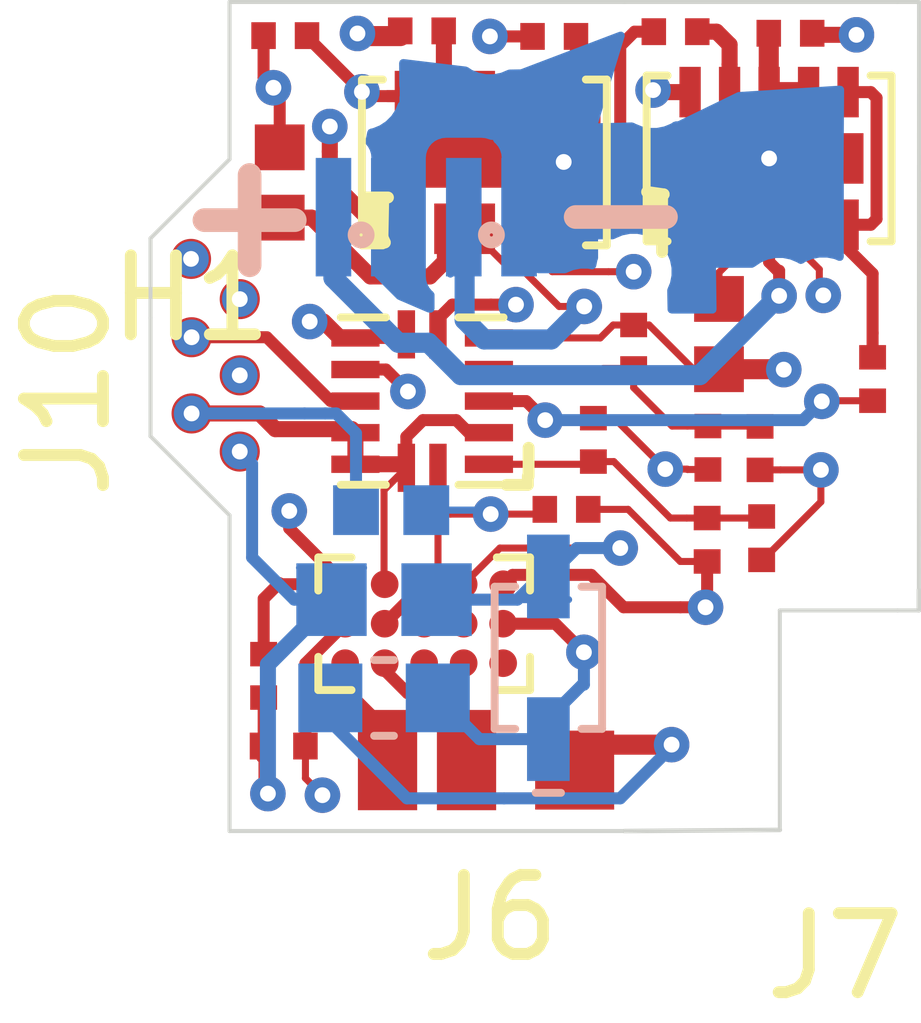
<source format=kicad_pcb>
(kicad_pcb (version 20171130) (host pcbnew "(5.1.2)-1")

  (general
    (thickness 0.8)
    (drawings 37)
    (tracks 359)
    (zones 0)
    (modules 32)
    (nets 30)
  )

  (page A4)
  (layers
    (0 F.Cu signal)
    (1 In1.Cu signal hide)
    (2 In2.Cu signal)
    (3 In3.Cu power)
    (4 In4.Cu power hide)
    (31 B.Cu signal)
    (32 B.Adhes user hide)
    (33 F.Adhes user hide)
    (34 B.Paste user hide)
    (35 F.Paste user hide)
    (36 B.SilkS user)
    (37 F.SilkS user)
    (38 B.Mask user hide)
    (39 F.Mask user hide)
    (40 Dwgs.User user hide)
    (41 Cmts.User user hide)
    (42 Eco1.User user hide)
    (43 Eco2.User user hide)
    (44 Edge.Cuts user)
    (45 Margin user hide)
    (46 B.CrtYd user)
    (47 F.CrtYd user hide)
    (48 B.Fab user hide)
    (49 F.Fab user hide)
  )

  (setup
    (last_trace_width 0.0889)
    (user_trace_width 0.09)
    (user_trace_width 0.1016)
    (user_trace_width 0.152)
    (user_trace_width 0.2032)
    (user_trace_width 0.254)
    (trace_clearance 0.0889)
    (zone_clearance 0.254)
    (zone_45_only yes)
    (trace_min 0.0889)
    (via_size 0.45)
    (via_drill 0.2)
    (via_min_size 0.45)
    (via_min_drill 0.2)
    (user_via 0.45 0.2)
    (uvia_size 0.45)
    (uvia_drill 0.2)
    (uvias_allowed no)
    (uvia_min_size 0.2)
    (uvia_min_drill 0.1)
    (edge_width 0.15)
    (segment_width 0.2)
    (pcb_text_width 0.3)
    (pcb_text_size 1.5 1.5)
    (mod_edge_width 0.15)
    (mod_text_size 1 1)
    (mod_text_width 0.15)
    (pad_size 0.508 0.508)
    (pad_drill 0)
    (pad_to_mask_clearance 0.0254)
    (solder_mask_min_width 0.0762)
    (aux_axis_origin 13.2842 13.2842)
    (visible_elements 7FFFFFFF)
    (pcbplotparams
      (layerselection 0x010fc_ffffffff)
      (usegerberextensions false)
      (usegerberattributes false)
      (usegerberadvancedattributes false)
      (creategerberjobfile false)
      (excludeedgelayer true)
      (linewidth 0.100000)
      (plotframeref false)
      (viasonmask false)
      (mode 1)
      (useauxorigin false)
      (hpglpennumber 1)
      (hpglpenspeed 20)
      (hpglpendiameter 15.000000)
      (psnegative false)
      (psa4output false)
      (plotreference true)
      (plotvalue true)
      (plotinvisibletext false)
      (padsonsilk false)
      (subtractmaskfromsilk true)
      (outputformat 1)
      (mirror false)
      (drillshape 0)
      (scaleselection 1)
      (outputdirectory "Output/"))
  )

  (net 0 "")
  (net 1 "Net-(U1-PadB3)")
  (net 2 "Net-(U1-PadB4)")
  (net 3 "Net-(U1-PadC3)")
  (net 4 "Net-(U1-PadC4)")
  (net 5 "Net-(U1-PadC5)")
  (net 6 "Net-(D1-PadA)")
  (net 7 "Net-(C3-Pad1)")
  (net 8 GND)
  (net 9 +3V3)
  (net 10 "Net-(C5-Pad1)")
  (net 11 "Net-(D2-PadA)")
  (net 12 "Net-(C6-Pad1)")
  (net 13 "Net-(C5-Pad2)")
  (net 14 /SCL)
  (net 15 /SDA)
  (net 16 /EWL1)
  (net 17 /EWL2)
  (net 18 /Va)
  (net 19 "Net-(C9-Pad2)")
  (net 20 "Net-(C9-Pad1)")
  (net 21 "Net-(C10-Pad1)")
  (net 22 /Vb)
  (net 23 "Net-(D3-PadA)")
  (net 24 /ENT2)
  (net 25 /ENT1)
  (net 26 /_Wa)
  (net 27 "Net-(R1-Pad2)")
  (net 28 "Net-(R4-Pad2)")
  (net 29 /_Wb)

  (net_class Default "This is the default net class."
    (clearance 0.0889)
    (trace_width 0.0889)
    (via_dia 0.45)
    (via_drill 0.2)
    (uvia_dia 0.45)
    (uvia_drill 0.2)
    (add_net +3V3)
    (add_net /ENT1)
    (add_net /ENT2)
    (add_net /EWL1)
    (add_net /EWL2)
    (add_net /SCL)
    (add_net /SDA)
    (add_net /Va)
    (add_net /Vb)
    (add_net /_Wa)
    (add_net /_Wb)
    (add_net GND)
    (add_net "Net-(C10-Pad1)")
    (add_net "Net-(C3-Pad1)")
    (add_net "Net-(C5-Pad1)")
    (add_net "Net-(C5-Pad2)")
    (add_net "Net-(C6-Pad1)")
    (add_net "Net-(C9-Pad1)")
    (add_net "Net-(C9-Pad2)")
    (add_net "Net-(D1-PadA)")
    (add_net "Net-(D2-PadA)")
    (add_net "Net-(D3-PadA)")
    (add_net "Net-(R1-Pad2)")
    (add_net "Net-(R4-Pad2)")
    (add_net "Net-(U1-PadB3)")
    (add_net "Net-(U1-PadB4)")
    (add_net "Net-(U1-PadC3)")
    (add_net "Net-(U1-PadC4)")
    (add_net "Net-(U1-PadC5)")
  )

  (module .Connector:Conn_1x1_700_Circular_Pad (layer F.Cu) (tedit 5D7DA6FF) (tstamp 5CFFF6B8)
    (at 12.79652 16.53794)
    (path /5D08606C)
    (fp_text reference H1 (at 0 0.5) (layer F.SilkS)
      (effects (font (size 1 1) (thickness 0.15)))
    )
    (fp_text value MountingHole_Pad (at 0 -0.5) (layer F.Fab)
      (effects (font (size 1 1) (thickness 0.15)))
    )
    (pad 1 smd circle (at 0 0) (size 0.508 0.508) (layers F.Cu F.Paste F.Mask)
      (net 24 /ENT2))
  )

  (module .LED:LED_LXZ1_PR01_L (layer B.Cu) (tedit 5D03F57F) (tstamp 5D033150)
    (at 16.5992 16.0092)
    (descr "LED, Chip; 1.30 mm L X 1.70 mm W X 0.76 mm H body")
    (path /5D0BA34D)
    (attr smd)
    (fp_text reference D2 (at 0 0 180) (layer B.Fab)
      (effects (font (size 1 1) (thickness 0.1)) (justify mirror))
    )
    (fp_text value "LXZ1-PR01 (Blue)" (at 0 0 180) (layer B.Fab)
      (effects (font (size 1.2 1.2) (thickness 0.12)) (justify mirror))
    )
    (fp_text user %R (at 0 1.27 180) (layer B.SilkS) hide
      (effects (font (size 0.89 0.89) (thickness 0.09)) (justify mirror))
    )
    (fp_line (start -0.35 0.85) (end -0.35 -0.85) (layer Dwgs.User) (width 0.025))
    (fp_line (start -0.35 -0.85) (end -0.65 -0.85) (layer Dwgs.User) (width 0.025))
    (fp_line (start -0.65 -0.85) (end -0.65 0.85) (layer Dwgs.User) (width 0.025))
    (fp_line (start -0.65 0.85) (end -0.35 0.85) (layer Dwgs.User) (width 0.025))
    (fp_line (start 0.35 -0.85) (end 0.35 0.85) (layer Dwgs.User) (width 0.025))
    (fp_line (start 0.35 0.85) (end 0.65 0.85) (layer Dwgs.User) (width 0.025))
    (fp_line (start 0.65 0.85) (end 0.65 -0.85) (layer Dwgs.User) (width 0.025))
    (fp_line (start 0.65 -0.85) (end 0.35 -0.85) (layer Dwgs.User) (width 0.025))
    (fp_line (start -0.65 -0.85) (end -0.65 0.85) (layer Dwgs.User) (width 0.025))
    (fp_line (start -0.65 0.85) (end 0.65 0.85) (layer Dwgs.User) (width 0.025))
    (fp_line (start 0.65 0.85) (end 0.65 -0.85) (layer Dwgs.User) (width 0.025))
    (fp_line (start 0.65 -0.85) (end -0.65 -0.85) (layer Dwgs.User) (width 0.025))
    (fp_line (start -0.69 -0.89) (end -0.69 0.89) (layer B.Fab) (width 0.12))
    (fp_line (start -0.69 0.89) (end 0.69 0.89) (layer B.Fab) (width 0.12))
    (fp_line (start 0.69 0.89) (end 0.69 -0.89) (layer B.Fab) (width 0.12))
    (fp_line (start 0.69 -0.89) (end -0.69 -0.89) (layer B.Fab) (width 0.12))
    (fp_line (start -0.79 -0.99) (end -0.79 0.99) (layer B.CrtYd) (width 0.05))
    (fp_line (start -0.79 0.99) (end 0.79 0.99) (layer B.CrtYd) (width 0.05))
    (fp_line (start 0.79 0.99) (end 0.79 -0.99) (layer B.CrtYd) (width 0.05))
    (fp_line (start 0.79 -0.99) (end -0.79 -0.99) (layer B.CrtYd) (width 0.05))
    (fp_circle (center 0 0.21) (end 0 -0.04) (layer B.CrtYd) (width 0.05))
    (fp_line (start 0.35 0.21) (end -0.35 0.21) (layer B.CrtYd) (width 0.02))
    (fp_line (start 0 0.55) (end 0 -0.15) (layer B.CrtYd) (width 0.02))
    (fp_circle (center 0 0.225) (end 0.02 0.225) (layer B.SilkS) (width 0.15))
    (pad A smd rect (at -0.35 0) (size 0.45 1.5) (layers B.Cu B.Paste B.Mask)
      (net 11 "Net-(D2-PadA)"))
    (pad C smd rect (at 0.35 0) (size 0.45 1.5) (layers B.Cu B.Paste B.Mask)
      (net 8 GND))
    (model ${KICAD_AHARONI_LAB}/Modules/LED.pretty/LED_LXZ1_PR01_L.STEP
      (at (xyz 0 0 0))
      (scale (xyz 1 1 1))
      (rotate (xyz -90 0 0))
    )
  )

  (module .Resistor:R_0201_0603Metric_ERJ_L (layer F.Cu) (tedit 5D026941) (tstamp 5CFFF6D6)
    (at 21.4242 18.0592 90)
    (descr "Resistor, Chip; 0.60 mm L X 0.30 mm W X 0.26 mm H body")
    (path /5D02BCB7)
    (attr smd)
    (fp_text reference R4 (at 0 0 90) (layer F.Fab)
      (effects (font (size 1 1) (thickness 0.1)))
    )
    (fp_text value ERJ-1GEF1022C (at 0 0 90) (layer F.Fab)
      (effects (font (size 1.2 1.2) (thickness 0.12)))
    )
    (fp_circle (center 0 0) (end 0 0.1013) (layer F.CrtYd) (width 0.05))
    (fp_line (start 0.53 0.27) (end -0.53 0.27) (layer F.CrtYd) (width 0.05))
    (fp_line (start 0.53 -0.27) (end 0.53 0.27) (layer F.CrtYd) (width 0.05))
    (fp_line (start -0.53 -0.27) (end 0.53 -0.27) (layer F.CrtYd) (width 0.05))
    (fp_line (start -0.53 0.27) (end -0.53 -0.27) (layer F.CrtYd) (width 0.05))
    (fp_line (start 0.32 0.17) (end -0.32 0.17) (layer F.Fab) (width 0.12))
    (fp_line (start 0.32 -0.17) (end 0.32 0.17) (layer F.Fab) (width 0.12))
    (fp_line (start -0.32 -0.17) (end 0.32 -0.17) (layer F.Fab) (width 0.12))
    (fp_line (start -0.32 0.17) (end -0.32 -0.17) (layer F.Fab) (width 0.12))
    (fp_line (start 0.3 0.15) (end -0.3 0.15) (layer Dwgs.User) (width 0.025))
    (fp_line (start 0.3 -0.15) (end 0.3 0.15) (layer Dwgs.User) (width 0.025))
    (fp_line (start -0.3 -0.15) (end 0.3 -0.15) (layer Dwgs.User) (width 0.025))
    (fp_line (start -0.3 0.15) (end -0.3 -0.15) (layer Dwgs.User) (width 0.025))
    (fp_line (start 0.3 0.15) (end 0.15 0.15) (layer Dwgs.User) (width 0.025))
    (fp_line (start 0.3 -0.15) (end 0.3 0.15) (layer Dwgs.User) (width 0.025))
    (fp_line (start 0.15 -0.15) (end 0.3 -0.15) (layer Dwgs.User) (width 0.025))
    (fp_line (start 0.15 0.15) (end 0.15 -0.15) (layer Dwgs.User) (width 0.025))
    (fp_line (start -0.3 -0.15) (end -0.15 -0.15) (layer Dwgs.User) (width 0.025))
    (fp_line (start -0.3 0.15) (end -0.3 -0.15) (layer Dwgs.User) (width 0.025))
    (fp_line (start -0.15 0.15) (end -0.3 0.15) (layer Dwgs.User) (width 0.025))
    (fp_line (start -0.15 -0.15) (end -0.15 0.15) (layer Dwgs.User) (width 0.025))
    (pad 2 smd rect (at 0.275 0 90) (size 0.31 0.34) (layers F.Cu F.Paste F.Mask)
      (net 28 "Net-(R4-Pad2)"))
    (pad 1 smd rect (at -0.275 0 90) (size 0.31 0.34) (layers F.Cu F.Paste F.Mask)
      (net 26 /_Wa))
    (model ${KICAD_AHARONI_LAB}/Modules/Resistor.pretty/R_0201_0603Metric_ERJ_L.STEP
      (at (xyz 0 0 0))
      (scale (xyz 1 1 1))
      (rotate (xyz -90 0 0))
    )
  )

  (module .Diode:SOD_323_250X125X110L30X32L (layer B.Cu) (tedit 5D026C8F) (tstamp 5D02FFD5)
    (at 17.32 21.59 90)
    (descr "Diode, Small Outline Diode (SOD); 1.70 mm L X 1.25 mm W X 1.10 mm H body")
    (path /5C18B231)
    (attr smd)
    (fp_text reference D1 (at 0 0 90) (layer B.Fab)
      (effects (font (size 1 1) (thickness 0.1)) (justify mirror))
    )
    (fp_text value BAS316 (at 0 0 90) (layer B.Fab)
      (effects (font (size 1.2 1.2) (thickness 0.12)) (justify mirror))
    )
    (fp_line (start -1 -0.37) (end -1 -0.78) (layer B.CrtYd) (width 0.05))
    (fp_line (start -1.66 -0.37) (end -1 -0.37) (layer B.CrtYd) (width 0.05))
    (fp_line (start -1.66 0.37) (end -1.66 -0.37) (layer B.CrtYd) (width 0.05))
    (fp_line (start -1 0.37) (end -1.66 0.37) (layer B.CrtYd) (width 0.05))
    (fp_line (start -1 0.78) (end -1 0.37) (layer B.CrtYd) (width 0.05))
    (fp_line (start 1 0.78) (end -1 0.78) (layer B.CrtYd) (width 0.05))
    (fp_line (start 1 0.37) (end 1 0.78) (layer B.CrtYd) (width 0.05))
    (fp_line (start 1.66 0.37) (end 1 0.37) (layer B.CrtYd) (width 0.05))
    (fp_line (start 1.66 -0.37) (end 1.66 0.37) (layer B.CrtYd) (width 0.05))
    (fp_line (start 1 -0.37) (end 1.66 -0.37) (layer B.CrtYd) (width 0.05))
    (fp_line (start 1 -0.78) (end 1 -0.37) (layer B.CrtYd) (width 0.05))
    (fp_line (start -1 -0.78) (end 1 -0.78) (layer B.CrtYd) (width 0.05))
    (fp_line (start -1.71 -0.16) (end -1.71 0.16) (layer B.SilkS) (width 0.1))
    (fp_line (start 0.9 0.68) (end 0.9 0.42) (layer B.SilkS) (width 0.1))
    (fp_line (start -0.9 0.68) (end 0.9 0.68) (layer B.SilkS) (width 0.1))
    (fp_line (start -0.9 -0.68) (end -0.9 -0.42) (layer B.SilkS) (width 0.1))
    (fp_line (start 0.9 -0.68) (end -0.9 -0.68) (layer B.SilkS) (width 0.1))
    (fp_circle (center 0 0) (end 0 -0.25) (layer B.CrtYd) (width 0.05))
    (fp_line (start 0.9 -0.42) (end 0.9 -0.68) (layer B.SilkS) (width 0.1))
    (fp_line (start -0.9 0.42) (end -0.9 0.68) (layer B.SilkS) (width 0.1))
    (fp_line (start 0.9 -0.68) (end -0.9 -0.68) (layer B.Fab) (width 0.12))
    (fp_line (start 0.9 0.68) (end 0.9 -0.68) (layer B.Fab) (width 0.12))
    (fp_line (start -0.9 0.68) (end 0.9 0.68) (layer B.Fab) (width 0.12))
    (fp_line (start -0.9 -0.68) (end -0.9 0.68) (layer B.Fab) (width 0.12))
    (fp_line (start 0.85 -0.625) (end -0.85 -0.625) (layer Dwgs.User) (width 0.025))
    (fp_line (start 0.85 0.625) (end 0.85 -0.625) (layer Dwgs.User) (width 0.025))
    (fp_line (start -0.85 0.625) (end 0.85 0.625) (layer Dwgs.User) (width 0.025))
    (fp_line (start -0.85 -0.625) (end -0.85 0.625) (layer Dwgs.User) (width 0.025))
    (fp_line (start 1.25 -0.1625) (end 0.95 -0.1625) (layer Dwgs.User) (width 0.025))
    (fp_line (start 1.25 0.1625) (end 1.25 -0.1625) (layer Dwgs.User) (width 0.025))
    (fp_line (start 0.95 0.1625) (end 1.25 0.1625) (layer Dwgs.User) (width 0.025))
    (fp_line (start 0.95 -0.1625) (end 0.95 0.1625) (layer Dwgs.User) (width 0.025))
    (fp_line (start -1.25 0.1625) (end -0.95 0.1625) (layer Dwgs.User) (width 0.025))
    (fp_line (start -1.25 -0.1625) (end -1.25 0.1625) (layer Dwgs.User) (width 0.025))
    (fp_line (start -0.95 -0.1625) (end -1.25 -0.1625) (layer Dwgs.User) (width 0.025))
    (fp_line (start -0.95 0.1625) (end -0.95 -0.1625) (layer Dwgs.User) (width 0.025))
    (pad A smd rect (at 1.03 0 90) (size 1.06 0.54) (layers B.Cu B.Paste B.Mask)
      (net 6 "Net-(D1-PadA)"))
    (pad C smd rect (at -1.03 0 90) (size 1.06 0.54) (layers B.Cu B.Paste B.Mask)
      (net 7 "Net-(C3-Pad1)"))
    (model ${KICAD_AHARONI_LAB}/Modules/Diode.pretty/SOD_323_250X125X110L30X32L.STEP
      (at (xyz 0 0 0))
      (scale (xyz 1 1 1))
      (rotate (xyz -90 0 0))
    )
  )

  (module .Package_BGA:BGA_15_NP50_3X5_155X255X69B31N (layer F.Cu) (tedit 5D026D32) (tstamp 5C6F309C)
    (at 15.748 21.1582)
    (descr "Ball Grid Array (BGA), 0.50 mm pitch, rect.; 15 pin, 1.55 mm L X 2.555 mm W X 0.69 mm H body")
    (path /5C189E9C)
    (attr smd)
    (fp_text reference U1 (at 0 0) (layer F.Fab)
      (effects (font (size 1 1) (thickness 0.1)))
    )
    (fp_text value MAX14574EWL+ (at 0 0) (layer F.Fab)
      (effects (font (size 1.2 1.2) (thickness 0.12)))
    )
    (fp_line (start 1.34 -0.84) (end 0.92 -0.84) (layer F.SilkS) (width 0.1))
    (fp_line (start 1.34 -0.42) (end 1.34 -0.84) (layer F.SilkS) (width 0.1))
    (fp_line (start 1.34 0.84) (end 0.92 0.84) (layer F.SilkS) (width 0.1))
    (fp_line (start 1.34 0.42) (end 1.34 0.84) (layer F.SilkS) (width 0.1))
    (fp_line (start -1.34 0.84) (end -0.92 0.84) (layer F.SilkS) (width 0.1))
    (fp_line (start -1.34 0.42) (end -1.34 0.84) (layer F.SilkS) (width 0.1))
    (fp_line (start -1.34 -0.84) (end -0.92 -0.84) (layer F.SilkS) (width 0.1))
    (fp_line (start -1.34 -0.42) (end -1.34 -0.84) (layer F.SilkS) (width 0.1))
    (fp_line (start 1.34 0.84) (end -1.34 0.84) (layer F.Fab) (width 0.12))
    (fp_line (start 1.34 -0.84) (end 1.34 0.84) (layer F.Fab) (width 0.12))
    (fp_line (start -1.34 -0.84) (end 1.34 -0.84) (layer F.Fab) (width 0.12))
    (fp_line (start -1.34 0.84) (end -1.34 -0.84) (layer F.Fab) (width 0.12))
    (fp_line (start 1.2775 0.775) (end -1.2775 0.775) (layer Dwgs.User) (width 0.025))
    (fp_line (start 1.2775 -0.775) (end 1.2775 0.775) (layer Dwgs.User) (width 0.025))
    (fp_line (start -1.2775 -0.775) (end 1.2775 -0.775) (layer Dwgs.User) (width 0.025))
    (fp_line (start -1.2775 0.775) (end -1.2775 -0.775) (layer Dwgs.User) (width 0.025))
    (fp_circle (center 0 0) (end 0 0.25) (layer F.CrtYd) (width 0.05))
    (fp_line (start 1.6 1.1) (end -1.6 1.1) (layer F.CrtYd) (width 0.05))
    (fp_line (start 1.6 -1.1) (end 1.6 1.1) (layer F.CrtYd) (width 0.05))
    (fp_line (start -1.6 -1.1) (end 1.6 -1.1) (layer F.CrtYd) (width 0.05))
    (fp_line (start -1.6 1.1) (end -1.6 -1.1) (layer F.CrtYd) (width 0.05))
    (fp_circle (center 1 0.5) (end 1 0.655) (layer Dwgs.User) (width 0.025))
    (fp_circle (center 0.5 0.5) (end 0.5 0.655) (layer Dwgs.User) (width 0.025))
    (fp_circle (center 0 0.5) (end 0 0.655) (layer Dwgs.User) (width 0.025))
    (fp_circle (center -0.5 0.5) (end -0.5 0.655) (layer Dwgs.User) (width 0.025))
    (fp_circle (center -1 0.5) (end -1 0.655) (layer Dwgs.User) (width 0.025))
    (fp_circle (center 1 0) (end 1 0.155) (layer Dwgs.User) (width 0.025))
    (fp_circle (center 0.5 0) (end 0.5 0.155) (layer Dwgs.User) (width 0.025))
    (fp_circle (center 0 0) (end 0 0.155) (layer Dwgs.User) (width 0.025))
    (fp_circle (center -0.5 0) (end -0.5 0.155) (layer Dwgs.User) (width 0.025))
    (fp_circle (center -1 0) (end -1 0.155) (layer Dwgs.User) (width 0.025))
    (fp_circle (center 1 -0.5) (end 1 -0.345) (layer Dwgs.User) (width 0.025))
    (fp_circle (center 0.5 -0.5) (end 0.5 -0.345) (layer Dwgs.User) (width 0.025))
    (fp_circle (center 0 -0.5) (end 0 -0.345) (layer Dwgs.User) (width 0.025))
    (fp_circle (center -0.5 -0.5) (end -0.5 -0.345) (layer Dwgs.User) (width 0.025))
    (fp_circle (center -1 -0.5) (end -1 -0.345) (layer Dwgs.User) (width 0.025))
    (pad C5 smd circle (at 1 0.5) (size 0.35 0.35) (layers F.Cu F.Paste F.Mask)
      (net 5 "Net-(U1-PadC5)"))
    (pad C4 smd circle (at 0.5 0.5) (size 0.35 0.35) (layers F.Cu F.Paste F.Mask)
      (net 4 "Net-(U1-PadC4)"))
    (pad C3 smd circle (at 0 0.5) (size 0.35 0.35) (layers F.Cu F.Paste F.Mask)
      (net 3 "Net-(U1-PadC3)"))
    (pad C2 smd circle (at -0.5 0.5) (size 0.35 0.35) (layers F.Cu F.Paste F.Mask)
      (net 16 /EWL1))
    (pad C1 smd circle (at -1 0.5) (size 0.35 0.35) (layers F.Cu F.Paste F.Mask)
      (net 17 /EWL2))
    (pad B5 smd circle (at 1 0) (size 0.35 0.35) (layers F.Cu F.Paste F.Mask)
      (net 7 "Net-(C3-Pad1)"))
    (pad B4 smd circle (at 0.5 0) (size 0.35 0.35) (layers F.Cu F.Paste F.Mask)
      (net 2 "Net-(U1-PadB4)"))
    (pad B3 smd circle (at 0 0) (size 0.35 0.35) (layers F.Cu F.Paste F.Mask)
      (net 1 "Net-(U1-PadB3)"))
    (pad B2 smd circle (at -0.5 0) (size 0.35 0.35) (layers F.Cu F.Paste F.Mask)
      (net 9 +3V3))
    (pad B1 smd circle (at -1 0) (size 0.35 0.35) (layers F.Cu F.Paste F.Mask)
      (net 14 /SCL))
    (pad A5 smd circle (at 1 -0.5) (size 0.35 0.35) (layers F.Cu F.Paste F.Mask)
      (net 8 GND))
    (pad A4 smd circle (at 0.5 -0.5) (size 0.35 0.35) (layers F.Cu F.Paste F.Mask)
      (net 6 "Net-(D1-PadA)"))
    (pad A3 smd circle (at 0 -0.5) (size 0.35 0.35) (layers F.Cu F.Paste F.Mask)
      (net 9 +3V3))
    (pad A2 smd circle (at -0.5 -0.5) (size 0.35 0.35) (layers F.Cu F.Paste F.Mask)
      (net 8 GND))
    (pad A1 smd circle (at -1 -0.5) (size 0.35 0.35) (layers F.Cu F.Paste F.Mask)
      (net 15 /SDA))
    (model ${KICAD_AHARONI_LAB}/Modules/Package_BGA.pretty/BGA_15_NP50_3X5_155X255X69B31N.STEP
      (at (xyz 0 0 0))
      (scale (xyz 1 1 1))
      (rotate (xyz -90 0 0))
    )
  )

  (module .Package_SON:SON_11_P50_300X200X80L40X25T239X64L (layer F.Cu) (tedit 5D026CE9) (tstamp 5CFFF7AB)
    (at 20.11426 15.2654)
    (descr "Small Outline No-Lead (SON with Tab), 0.50 mm pitch; 10 pin, 3.00 mm L X 2.00 mm W X 0.80 mm H body")
    (path /5D02BC5D)
    (attr smd)
    (fp_text reference U4 (at 0 0) (layer F.Fab)
      (effects (font (size 1 1) (thickness 0.1)))
    )
    (fp_text value LTC3218 (at 0 0) (layer F.Fab)
      (effects (font (size 1.2 1.2) (thickness 0.12)))
    )
    (fp_line (start 1.235 1.15) (end 1.65 1.15) (layer F.CrtYd) (width 0.05))
    (fp_line (start 1.235 1.26) (end 1.235 1.15) (layer F.CrtYd) (width 0.05))
    (fp_line (start -1.235 1.26) (end 1.235 1.26) (layer F.CrtYd) (width 0.05))
    (fp_line (start -1.235 1.15) (end -1.235 1.26) (layer F.CrtYd) (width 0.05))
    (fp_line (start -1.65 1.15) (end -1.235 1.15) (layer F.CrtYd) (width 0.05))
    (fp_line (start -1.65 -1.15) (end -1.65 1.15) (layer F.CrtYd) (width 0.05))
    (fp_line (start -1.235 -1.15) (end -1.65 -1.15) (layer F.CrtYd) (width 0.05))
    (fp_line (start -1.235 -1.26) (end -1.235 -1.15) (layer F.CrtYd) (width 0.05))
    (fp_line (start 1.235 -1.26) (end -1.235 -1.26) (layer F.CrtYd) (width 0.05))
    (fp_line (start 1.235 -1.15) (end 1.235 -1.26) (layer F.CrtYd) (width 0.05))
    (fp_line (start 1.65 -1.15) (end 1.235 -1.15) (layer F.CrtYd) (width 0.05))
    (fp_line (start 1.65 1.15) (end 1.65 -1.15) (layer F.CrtYd) (width 0.05))
    (fp_line (start -1.55 -1.05) (end -1.285 -1.05) (layer F.SilkS) (width 0.1))
    (fp_line (start -1.55 1.05) (end -1.55 -1.05) (layer F.SilkS) (width 0.1))
    (fp_line (start -1.285 1.05) (end -1.55 1.05) (layer F.SilkS) (width 0.1))
    (fp_line (start 1.55 -1.05) (end 1.285 -1.05) (layer F.SilkS) (width 0.1))
    (fp_line (start 1.55 1.05) (end 1.55 -1.05) (layer F.SilkS) (width 0.1))
    (fp_line (start 1.285 1.05) (end 1.55 1.05) (layer F.SilkS) (width 0.1))
    (fp_circle (center 0 0) (end 0 0.25) (layer F.CrtYd) (width 0.05))
    (fp_line (start 1.55 1.05) (end -1.55 1.05) (layer F.Fab) (width 0.12))
    (fp_line (start 1.55 -1.05) (end 1.55 1.05) (layer F.Fab) (width 0.12))
    (fp_line (start -1.55 -1.05) (end 1.55 -1.05) (layer F.Fab) (width 0.12))
    (fp_line (start -1.55 1.05) (end -1.55 -1.05) (layer F.Fab) (width 0.12))
    (fp_line (start 1.5 1) (end -1.5 1) (layer Dwgs.User) (width 0.025))
    (fp_line (start 1.5 -1) (end 1.5 1) (layer Dwgs.User) (width 0.025))
    (fp_line (start -1.5 -1) (end 1.5 -1) (layer Dwgs.User) (width 0.025))
    (fp_line (start -1.5 1) (end -1.5 -1) (layer Dwgs.User) (width 0.025))
    (fp_line (start -1.195 0.07) (end -0.945 0.32) (layer Dwgs.User) (width 0.025))
    (fp_line (start -1.195 -0.27) (end -1.195 0.07) (layer Dwgs.User) (width 0.025))
    (fp_arc (start -1.145 -0.27) (end -1.195 -0.27) (angle 90) (layer Dwgs.User) (width 0.025))
    (fp_line (start 1.145 -0.32) (end -1.145 -0.32) (layer Dwgs.User) (width 0.025))
    (fp_arc (start 1.145 -0.27) (end 1.145 -0.32) (angle 90) (layer Dwgs.User) (width 0.025))
    (fp_line (start 1.195 0.27) (end 1.195 -0.27) (layer Dwgs.User) (width 0.025))
    (fp_arc (start 1.145 0.27) (end 1.195 0.27) (angle 90) (layer Dwgs.User) (width 0.025))
    (fp_line (start -0.945 0.32) (end 1.145 0.32) (layer Dwgs.User) (width 0.025))
    (fp_line (start -0.875 -1) (end -1.125 -1) (layer Dwgs.User) (width 0.025))
    (fp_line (start -0.875 -0.725) (end -0.875 -1) (layer Dwgs.User) (width 0.025))
    (fp_arc (start -1 -0.725) (end -0.875 -0.725) (angle 180) (layer Dwgs.User) (width 0.025))
    (fp_line (start -1.125 -1) (end -1.125 -0.725) (layer Dwgs.User) (width 0.025))
    (fp_line (start -0.375 -1) (end -0.625 -1) (layer Dwgs.User) (width 0.025))
    (fp_line (start -0.375 -0.725) (end -0.375 -1) (layer Dwgs.User) (width 0.025))
    (fp_arc (start -0.5 -0.725) (end -0.375 -0.725) (angle 180) (layer Dwgs.User) (width 0.025))
    (fp_line (start -0.625 -1) (end -0.625 -0.725) (layer Dwgs.User) (width 0.025))
    (fp_line (start 0.125 -1) (end -0.125 -1) (layer Dwgs.User) (width 0.025))
    (fp_line (start 0.125 -0.725) (end 0.125 -1) (layer Dwgs.User) (width 0.025))
    (fp_arc (start 0 -0.725) (end 0.125 -0.725) (angle 180) (layer Dwgs.User) (width 0.025))
    (fp_line (start -0.125 -1) (end -0.125 -0.725) (layer Dwgs.User) (width 0.025))
    (fp_line (start 0.625 -1) (end 0.375 -1) (layer Dwgs.User) (width 0.025))
    (fp_line (start 0.625 -0.725) (end 0.625 -1) (layer Dwgs.User) (width 0.025))
    (fp_arc (start 0.5 -0.725) (end 0.625 -0.725) (angle 180) (layer Dwgs.User) (width 0.025))
    (fp_line (start 0.375 -1) (end 0.375 -0.725) (layer Dwgs.User) (width 0.025))
    (fp_line (start 1.125 -1) (end 0.875 -1) (layer Dwgs.User) (width 0.025))
    (fp_line (start 1.125 -0.725) (end 1.125 -1) (layer Dwgs.User) (width 0.025))
    (fp_arc (start 1 -0.725) (end 1.125 -0.725) (angle 180) (layer Dwgs.User) (width 0.025))
    (fp_line (start 0.875 -1) (end 0.875 -0.725) (layer Dwgs.User) (width 0.025))
    (fp_line (start 0.875 1) (end 1.125 1) (layer Dwgs.User) (width 0.025))
    (fp_line (start 0.875 0.725) (end 0.875 1) (layer Dwgs.User) (width 0.025))
    (fp_arc (start 1 0.725) (end 0.875 0.725) (angle 180) (layer Dwgs.User) (width 0.025))
    (fp_line (start 1.125 1) (end 1.125 0.725) (layer Dwgs.User) (width 0.025))
    (fp_line (start 0.375 1) (end 0.625 1) (layer Dwgs.User) (width 0.025))
    (fp_line (start 0.375 0.725) (end 0.375 1) (layer Dwgs.User) (width 0.025))
    (fp_arc (start 0.5 0.725) (end 0.375 0.725) (angle 180) (layer Dwgs.User) (width 0.025))
    (fp_line (start 0.625 1) (end 0.625 0.725) (layer Dwgs.User) (width 0.025))
    (fp_line (start -0.125 1) (end 0.125 1) (layer Dwgs.User) (width 0.025))
    (fp_line (start -0.125 0.725) (end -0.125 1) (layer Dwgs.User) (width 0.025))
    (fp_arc (start 0 0.725) (end -0.125 0.725) (angle 180) (layer Dwgs.User) (width 0.025))
    (fp_line (start 0.125 1) (end 0.125 0.725) (layer Dwgs.User) (width 0.025))
    (fp_line (start -0.625 1) (end -0.375 1) (layer Dwgs.User) (width 0.025))
    (fp_line (start -0.625 0.725) (end -0.625 1) (layer Dwgs.User) (width 0.025))
    (fp_arc (start -0.5 0.725) (end -0.625 0.725) (angle 180) (layer Dwgs.User) (width 0.025))
    (fp_line (start -0.375 1) (end -0.375 0.725) (layer Dwgs.User) (width 0.025))
    (fp_line (start -1.125 1) (end -0.875 1) (layer Dwgs.User) (width 0.025))
    (fp_line (start -1.125 0.725) (end -1.125 1) (layer Dwgs.User) (width 0.025))
    (fp_arc (start -1 0.725) (end -1.125 0.725) (angle 180) (layer Dwgs.User) (width 0.025))
    (fp_line (start -0.875 1) (end -0.875 0.725) (layer Dwgs.User) (width 0.025))
    (pad 11 smd rect (at 0 0 90) (size 0.64 2.39) (layers F.Cu F.Paste F.Mask)
      (net 8 GND))
    (pad 10 smd rect (at -1 -0.84 90) (size 0.64 0.27) (layers F.Cu F.Paste F.Mask)
      (net 9 +3V3))
    (pad 9 smd rect (at -0.5 -0.84 90) (size 0.64 0.27) (layers F.Cu F.Paste F.Mask)
      (net 20 "Net-(C9-Pad1)"))
    (pad 8 smd rect (at 0 -0.84 90) (size 0.64 0.27) (layers F.Cu F.Paste F.Mask)
      (net 8 GND))
    (pad 7 smd rect (at 0.5 -0.84 90) (size 0.64 0.27) (layers F.Cu F.Paste F.Mask)
      (net 8 GND))
    (pad 6 smd rect (at 1 -0.84 90) (size 0.64 0.27) (layers F.Cu F.Paste F.Mask)
      (net 28 "Net-(R4-Pad2)"))
    (pad 5 smd rect (at 1 0.84 90) (size 0.64 0.27) (layers F.Cu F.Paste F.Mask)
      (net 28 "Net-(R4-Pad2)"))
    (pad 4 smd rect (at 0.5 0.84 90) (size 0.64 0.27) (layers F.Cu F.Paste F.Mask)
      (net 24 /ENT2))
    (pad 3 smd rect (at 0 0.84 90) (size 0.64 0.27) (layers F.Cu F.Paste F.Mask)
      (net 23 "Net-(D3-PadA)"))
    (pad 2 smd rect (at -0.5 0.84 90) (size 0.64 0.27) (layers F.Cu F.Paste F.Mask)
      (net 21 "Net-(C10-Pad1)"))
    (pad 1 smd rect (at -1 0.84 90) (size 0.64 0.27) (layers F.Cu F.Paste F.Mask)
      (net 19 "Net-(C9-Pad2)"))
    (model ${KICAD_AHARONI_LAB}/Modules/Package_SON.pretty/SON_11_P50_300X200X80L40X25T239X64L.STEP
      (at (xyz 0 0 0))
      (scale (xyz 1 1 1))
      (rotate (xyz -90 0 0))
    )
  )

  (module .Package_SON:SON_11_P50_300X200X80L40X25T239X64L (layer F.Cu) (tedit 5D026CCD) (tstamp 5C6E9CEB)
    (at 16.51 15.3162)
    (descr "Small Outline No-Lead (SON with Tab), 0.50 mm pitch; 10 pin, 3.00 mm L X 2.00 mm W X 0.80 mm H body")
    (path /5C18A1DE)
    (attr smd)
    (fp_text reference U3 (at 0 0) (layer F.Fab)
      (effects (font (size 1 1) (thickness 0.1)))
    )
    (fp_text value LTC3218 (at 0 0) (layer F.Fab)
      (effects (font (size 1.2 1.2) (thickness 0.12)))
    )
    (fp_line (start 1.235 1.15) (end 1.65 1.15) (layer F.CrtYd) (width 0.05))
    (fp_line (start 1.235 1.26) (end 1.235 1.15) (layer F.CrtYd) (width 0.05))
    (fp_line (start -1.235 1.26) (end 1.235 1.26) (layer F.CrtYd) (width 0.05))
    (fp_line (start -1.235 1.15) (end -1.235 1.26) (layer F.CrtYd) (width 0.05))
    (fp_line (start -1.65 1.15) (end -1.235 1.15) (layer F.CrtYd) (width 0.05))
    (fp_line (start -1.65 -1.15) (end -1.65 1.15) (layer F.CrtYd) (width 0.05))
    (fp_line (start -1.235 -1.15) (end -1.65 -1.15) (layer F.CrtYd) (width 0.05))
    (fp_line (start -1.235 -1.26) (end -1.235 -1.15) (layer F.CrtYd) (width 0.05))
    (fp_line (start 1.235 -1.26) (end -1.235 -1.26) (layer F.CrtYd) (width 0.05))
    (fp_line (start 1.235 -1.15) (end 1.235 -1.26) (layer F.CrtYd) (width 0.05))
    (fp_line (start 1.65 -1.15) (end 1.235 -1.15) (layer F.CrtYd) (width 0.05))
    (fp_line (start 1.65 1.15) (end 1.65 -1.15) (layer F.CrtYd) (width 0.05))
    (fp_line (start -1.55 -1.05) (end -1.285 -1.05) (layer F.SilkS) (width 0.1))
    (fp_line (start -1.55 1.05) (end -1.55 -1.05) (layer F.SilkS) (width 0.1))
    (fp_line (start -1.285 1.05) (end -1.55 1.05) (layer F.SilkS) (width 0.1))
    (fp_line (start 1.55 -1.05) (end 1.285 -1.05) (layer F.SilkS) (width 0.1))
    (fp_line (start 1.55 1.05) (end 1.55 -1.05) (layer F.SilkS) (width 0.1))
    (fp_line (start 1.285 1.05) (end 1.55 1.05) (layer F.SilkS) (width 0.1))
    (fp_circle (center 0 0) (end 0 0.25) (layer F.CrtYd) (width 0.05))
    (fp_line (start 1.55 1.05) (end -1.55 1.05) (layer F.Fab) (width 0.12))
    (fp_line (start 1.55 -1.05) (end 1.55 1.05) (layer F.Fab) (width 0.12))
    (fp_line (start -1.55 -1.05) (end 1.55 -1.05) (layer F.Fab) (width 0.12))
    (fp_line (start -1.55 1.05) (end -1.55 -1.05) (layer F.Fab) (width 0.12))
    (fp_line (start 1.5 1) (end -1.5 1) (layer Dwgs.User) (width 0.025))
    (fp_line (start 1.5 -1) (end 1.5 1) (layer Dwgs.User) (width 0.025))
    (fp_line (start -1.5 -1) (end 1.5 -1) (layer Dwgs.User) (width 0.025))
    (fp_line (start -1.5 1) (end -1.5 -1) (layer Dwgs.User) (width 0.025))
    (fp_line (start -1.195 0.07) (end -0.945 0.32) (layer Dwgs.User) (width 0.025))
    (fp_line (start -1.195 -0.27) (end -1.195 0.07) (layer Dwgs.User) (width 0.025))
    (fp_arc (start -1.145 -0.27) (end -1.195 -0.27) (angle 90) (layer Dwgs.User) (width 0.025))
    (fp_line (start 1.145 -0.32) (end -1.145 -0.32) (layer Dwgs.User) (width 0.025))
    (fp_arc (start 1.145 -0.27) (end 1.145 -0.32) (angle 90) (layer Dwgs.User) (width 0.025))
    (fp_line (start 1.195 0.27) (end 1.195 -0.27) (layer Dwgs.User) (width 0.025))
    (fp_arc (start 1.145 0.27) (end 1.195 0.27) (angle 90) (layer Dwgs.User) (width 0.025))
    (fp_line (start -0.945 0.32) (end 1.145 0.32) (layer Dwgs.User) (width 0.025))
    (fp_line (start -0.875 -1) (end -1.125 -1) (layer Dwgs.User) (width 0.025))
    (fp_line (start -0.875 -0.725) (end -0.875 -1) (layer Dwgs.User) (width 0.025))
    (fp_arc (start -1 -0.725) (end -0.875 -0.725) (angle 180) (layer Dwgs.User) (width 0.025))
    (fp_line (start -1.125 -1) (end -1.125 -0.725) (layer Dwgs.User) (width 0.025))
    (fp_line (start -0.375 -1) (end -0.625 -1) (layer Dwgs.User) (width 0.025))
    (fp_line (start -0.375 -0.725) (end -0.375 -1) (layer Dwgs.User) (width 0.025))
    (fp_arc (start -0.5 -0.725) (end -0.375 -0.725) (angle 180) (layer Dwgs.User) (width 0.025))
    (fp_line (start -0.625 -1) (end -0.625 -0.725) (layer Dwgs.User) (width 0.025))
    (fp_line (start 0.125 -1) (end -0.125 -1) (layer Dwgs.User) (width 0.025))
    (fp_line (start 0.125 -0.725) (end 0.125 -1) (layer Dwgs.User) (width 0.025))
    (fp_arc (start 0 -0.725) (end 0.125 -0.725) (angle 180) (layer Dwgs.User) (width 0.025))
    (fp_line (start -0.125 -1) (end -0.125 -0.725) (layer Dwgs.User) (width 0.025))
    (fp_line (start 0.625 -1) (end 0.375 -1) (layer Dwgs.User) (width 0.025))
    (fp_line (start 0.625 -0.725) (end 0.625 -1) (layer Dwgs.User) (width 0.025))
    (fp_arc (start 0.5 -0.725) (end 0.625 -0.725) (angle 180) (layer Dwgs.User) (width 0.025))
    (fp_line (start 0.375 -1) (end 0.375 -0.725) (layer Dwgs.User) (width 0.025))
    (fp_line (start 1.125 -1) (end 0.875 -1) (layer Dwgs.User) (width 0.025))
    (fp_line (start 1.125 -0.725) (end 1.125 -1) (layer Dwgs.User) (width 0.025))
    (fp_arc (start 1 -0.725) (end 1.125 -0.725) (angle 180) (layer Dwgs.User) (width 0.025))
    (fp_line (start 0.875 -1) (end 0.875 -0.725) (layer Dwgs.User) (width 0.025))
    (fp_line (start 0.875 1) (end 1.125 1) (layer Dwgs.User) (width 0.025))
    (fp_line (start 0.875 0.725) (end 0.875 1) (layer Dwgs.User) (width 0.025))
    (fp_arc (start 1 0.725) (end 0.875 0.725) (angle 180) (layer Dwgs.User) (width 0.025))
    (fp_line (start 1.125 1) (end 1.125 0.725) (layer Dwgs.User) (width 0.025))
    (fp_line (start 0.375 1) (end 0.625 1) (layer Dwgs.User) (width 0.025))
    (fp_line (start 0.375 0.725) (end 0.375 1) (layer Dwgs.User) (width 0.025))
    (fp_arc (start 0.5 0.725) (end 0.375 0.725) (angle 180) (layer Dwgs.User) (width 0.025))
    (fp_line (start 0.625 1) (end 0.625 0.725) (layer Dwgs.User) (width 0.025))
    (fp_line (start -0.125 1) (end 0.125 1) (layer Dwgs.User) (width 0.025))
    (fp_line (start -0.125 0.725) (end -0.125 1) (layer Dwgs.User) (width 0.025))
    (fp_arc (start 0 0.725) (end -0.125 0.725) (angle 180) (layer Dwgs.User) (width 0.025))
    (fp_line (start 0.125 1) (end 0.125 0.725) (layer Dwgs.User) (width 0.025))
    (fp_line (start -0.625 1) (end -0.375 1) (layer Dwgs.User) (width 0.025))
    (fp_line (start -0.625 0.725) (end -0.625 1) (layer Dwgs.User) (width 0.025))
    (fp_arc (start -0.5 0.725) (end -0.625 0.725) (angle 180) (layer Dwgs.User) (width 0.025))
    (fp_line (start -0.375 1) (end -0.375 0.725) (layer Dwgs.User) (width 0.025))
    (fp_line (start -1.125 1) (end -0.875 1) (layer Dwgs.User) (width 0.025))
    (fp_line (start -1.125 0.725) (end -1.125 1) (layer Dwgs.User) (width 0.025))
    (fp_arc (start -1 0.725) (end -1.125 0.725) (angle 180) (layer Dwgs.User) (width 0.025))
    (fp_line (start -0.875 1) (end -0.875 0.725) (layer Dwgs.User) (width 0.025))
    (pad 11 smd rect (at 0 0 90) (size 0.64 2.39) (layers F.Cu F.Paste F.Mask)
      (net 8 GND))
    (pad 10 smd rect (at -1 -0.84 90) (size 0.64 0.27) (layers F.Cu F.Paste F.Mask)
      (net 9 +3V3))
    (pad 9 smd rect (at -0.5 -0.84 90) (size 0.64 0.27) (layers F.Cu F.Paste F.Mask)
      (net 10 "Net-(C5-Pad1)"))
    (pad 8 smd rect (at 0 -0.84 90) (size 0.64 0.27) (layers F.Cu F.Paste F.Mask)
      (net 8 GND))
    (pad 7 smd rect (at 0.5 -0.84 90) (size 0.64 0.27) (layers F.Cu F.Paste F.Mask)
      (net 8 GND))
    (pad 6 smd rect (at 1 -0.84 90) (size 0.64 0.27) (layers F.Cu F.Paste F.Mask)
      (net 27 "Net-(R1-Pad2)"))
    (pad 5 smd rect (at 1 0.84 90) (size 0.64 0.27) (layers F.Cu F.Paste F.Mask)
      (net 27 "Net-(R1-Pad2)"))
    (pad 4 smd rect (at 0.5 0.84 90) (size 0.64 0.27) (layers F.Cu F.Paste F.Mask)
      (net 25 /ENT1))
    (pad 3 smd rect (at 0 0.84 90) (size 0.64 0.27) (layers F.Cu F.Paste F.Mask)
      (net 11 "Net-(D2-PadA)"))
    (pad 2 smd rect (at -0.5 0.84 90) (size 0.64 0.27) (layers F.Cu F.Paste F.Mask)
      (net 12 "Net-(C6-Pad1)"))
    (pad 1 smd rect (at -1 0.84 90) (size 0.64 0.27) (layers F.Cu F.Paste F.Mask)
      (net 13 "Net-(C5-Pad2)"))
    (model ${KICAD_AHARONI_LAB}/Modules/Package_SON.pretty/SON_11_P50_300X200X80L40X25T239X64L.STEP
      (at (xyz 0 0 0))
      (scale (xyz 1 1 1))
      (rotate (xyz -90 0 0))
    )
  )

  (module .Package_QFN:QFN_14_P40_200X200X40L40X20L (layer F.Cu) (tedit 5D026C2E) (tstamp 5C19ED51)
    (at 15.7226 18.3388 90)
    (descr "Quad Flat No-Lead (QFN), 0.40 mm pitch; square, 5 pin X 2 pin, 2.00 mm L X 2.00 mm W X 0.40 mm H body")
    (path /5C189F4C)
    (attr smd)
    (fp_text reference U2 (at 0 0 90) (layer F.Fab)
      (effects (font (size 1 1) (thickness 0.1)))
    )
    (fp_text value TPL0102-100RUCR (at 0 0 90) (layer F.Fab)
      (effects (font (size 1.2 1.2) (thickness 0.12)))
    )
    (fp_line (start 1.01 1.13) (end 1.13 1.13) (layer F.CrtYd) (width 0.05))
    (fp_line (start 1.01 1.25) (end 1.01 1.13) (layer F.CrtYd) (width 0.05))
    (fp_line (start -1.01 1.25) (end 1.01 1.25) (layer F.CrtYd) (width 0.05))
    (fp_line (start -1.01 1.13) (end -1.01 1.25) (layer F.CrtYd) (width 0.05))
    (fp_line (start -1.13 1.13) (end -1.01 1.13) (layer F.CrtYd) (width 0.05))
    (fp_line (start -1.13 0.41) (end -1.13 1.13) (layer F.CrtYd) (width 0.05))
    (fp_line (start -1.25 0.41) (end -1.13 0.41) (layer F.CrtYd) (width 0.05))
    (fp_line (start -1.25 -0.41) (end -1.25 0.41) (layer F.CrtYd) (width 0.05))
    (fp_line (start -1.13 -0.41) (end -1.25 -0.41) (layer F.CrtYd) (width 0.05))
    (fp_line (start -1.13 -1.13) (end -1.13 -0.41) (layer F.CrtYd) (width 0.05))
    (fp_line (start -1.01 -1.13) (end -1.13 -1.13) (layer F.CrtYd) (width 0.05))
    (fp_line (start -1.01 -1.25) (end -1.01 -1.13) (layer F.CrtYd) (width 0.05))
    (fp_line (start 1.01 -1.25) (end -1.01 -1.25) (layer F.CrtYd) (width 0.05))
    (fp_line (start 1.01 -1.13) (end 1.01 -1.25) (layer F.CrtYd) (width 0.05))
    (fp_line (start 1.13 -1.13) (end 1.01 -1.13) (layer F.CrtYd) (width 0.05))
    (fp_line (start 1.13 -0.41) (end 1.13 -1.13) (layer F.CrtYd) (width 0.05))
    (fp_line (start 1.25 -0.41) (end 1.13 -0.41) (layer F.CrtYd) (width 0.05))
    (fp_line (start 1.25 0.41) (end 1.25 -0.41) (layer F.CrtYd) (width 0.05))
    (fp_line (start 1.13 0.41) (end 1.25 0.41) (layer F.CrtYd) (width 0.05))
    (fp_line (start 1.13 1.13) (end 1.13 0.41) (layer F.CrtYd) (width 0.05))
    (fp_line (start -1.06 -1.03) (end -1.06 -0.46) (layer F.SilkS) (width 0.1))
    (fp_line (start 1.06 -1.03) (end 1.06 -0.46) (layer F.SilkS) (width 0.1))
    (fp_line (start 1.06 1.03) (end 1.06 0.46) (layer F.SilkS) (width 0.1))
    (fp_line (start -1.06 1.03) (end -1.06 0.46) (layer F.SilkS) (width 0.1))
    (fp_circle (center 0 0) (end 0 0.25) (layer F.CrtYd) (width 0.05))
    (fp_line (start 1.03 1.03) (end -1.03 1.03) (layer F.Fab) (width 0.12))
    (fp_line (start 1.03 -1.03) (end 1.03 1.03) (layer F.Fab) (width 0.12))
    (fp_line (start -1.03 -1.03) (end 1.03 -1.03) (layer F.Fab) (width 0.12))
    (fp_line (start -1.03 1.03) (end -1.03 -1.03) (layer F.Fab) (width 0.12))
    (fp_line (start 1 1) (end -1 1) (layer Dwgs.User) (width 0.025))
    (fp_line (start 1 -1) (end 1 1) (layer Dwgs.User) (width 0.025))
    (fp_line (start -1 -1) (end 1 -1) (layer Dwgs.User) (width 0.025))
    (fp_line (start -1 1) (end -1 -1) (layer Dwgs.User) (width 0.025))
    (fp_line (start -1 0.1) (end -0.6 0.1) (layer Dwgs.User) (width 0.025))
    (fp_line (start -1 0.3) (end -1 0.1) (layer Dwgs.User) (width 0.025))
    (fp_line (start -0.6 0.3) (end -1 0.3) (layer Dwgs.User) (width 0.025))
    (fp_line (start -0.6 0.1) (end -0.6 0.3) (layer Dwgs.User) (width 0.025))
    (fp_line (start -1 -0.3) (end -0.6 -0.3) (layer Dwgs.User) (width 0.025))
    (fp_line (start -1 -0.1) (end -1 -0.3) (layer Dwgs.User) (width 0.025))
    (fp_line (start -0.6 -0.1) (end -1 -0.1) (layer Dwgs.User) (width 0.025))
    (fp_line (start -0.6 -0.3) (end -0.6 -0.1) (layer Dwgs.User) (width 0.025))
    (fp_line (start -0.7 -1) (end -0.7 -0.6) (layer Dwgs.User) (width 0.025))
    (fp_line (start -0.9 -1) (end -0.7 -1) (layer Dwgs.User) (width 0.025))
    (fp_line (start -0.9 -0.6) (end -0.9 -1) (layer Dwgs.User) (width 0.025))
    (fp_line (start -0.7 -0.6) (end -0.9 -0.6) (layer Dwgs.User) (width 0.025))
    (fp_line (start -0.3 -1) (end -0.3 -0.6) (layer Dwgs.User) (width 0.025))
    (fp_line (start -0.5 -1) (end -0.3 -1) (layer Dwgs.User) (width 0.025))
    (fp_line (start -0.5 -0.6) (end -0.5 -1) (layer Dwgs.User) (width 0.025))
    (fp_line (start -0.3 -0.6) (end -0.5 -0.6) (layer Dwgs.User) (width 0.025))
    (fp_line (start 0.1 -1) (end 0.1 -0.6) (layer Dwgs.User) (width 0.025))
    (fp_line (start -0.1 -1) (end 0.1 -1) (layer Dwgs.User) (width 0.025))
    (fp_line (start -0.1 -0.6) (end -0.1 -1) (layer Dwgs.User) (width 0.025))
    (fp_line (start 0.1 -0.6) (end -0.1 -0.6) (layer Dwgs.User) (width 0.025))
    (fp_line (start 0.5 -1) (end 0.5 -0.6) (layer Dwgs.User) (width 0.025))
    (fp_line (start 0.3 -1) (end 0.5 -1) (layer Dwgs.User) (width 0.025))
    (fp_line (start 0.3 -0.6) (end 0.3 -1) (layer Dwgs.User) (width 0.025))
    (fp_line (start 0.5 -0.6) (end 0.3 -0.6) (layer Dwgs.User) (width 0.025))
    (fp_line (start 0.9 -1) (end 0.9 -0.6) (layer Dwgs.User) (width 0.025))
    (fp_line (start 0.7 -1) (end 0.9 -1) (layer Dwgs.User) (width 0.025))
    (fp_line (start 0.7 -0.6) (end 0.7 -1) (layer Dwgs.User) (width 0.025))
    (fp_line (start 0.9 -0.6) (end 0.7 -0.6) (layer Dwgs.User) (width 0.025))
    (fp_line (start 1 -0.1) (end 0.6 -0.1) (layer Dwgs.User) (width 0.025))
    (fp_line (start 1 -0.3) (end 1 -0.1) (layer Dwgs.User) (width 0.025))
    (fp_line (start 0.6 -0.3) (end 1 -0.3) (layer Dwgs.User) (width 0.025))
    (fp_line (start 0.6 -0.1) (end 0.6 -0.3) (layer Dwgs.User) (width 0.025))
    (fp_line (start 1 0.3) (end 0.6 0.3) (layer Dwgs.User) (width 0.025))
    (fp_line (start 1 0.1) (end 1 0.3) (layer Dwgs.User) (width 0.025))
    (fp_line (start 0.6 0.1) (end 1 0.1) (layer Dwgs.User) (width 0.025))
    (fp_line (start 0.6 0.3) (end 0.6 0.1) (layer Dwgs.User) (width 0.025))
    (fp_line (start 0.7 1) (end 0.7 0.6) (layer Dwgs.User) (width 0.025))
    (fp_line (start 0.9 1) (end 0.7 1) (layer Dwgs.User) (width 0.025))
    (fp_line (start 0.9 0.6) (end 0.9 1) (layer Dwgs.User) (width 0.025))
    (fp_line (start 0.7 0.6) (end 0.9 0.6) (layer Dwgs.User) (width 0.025))
    (fp_line (start 0.3 1) (end 0.3 0.6) (layer Dwgs.User) (width 0.025))
    (fp_line (start 0.5 1) (end 0.3 1) (layer Dwgs.User) (width 0.025))
    (fp_line (start 0.5 0.6) (end 0.5 1) (layer Dwgs.User) (width 0.025))
    (fp_line (start 0.3 0.6) (end 0.5 0.6) (layer Dwgs.User) (width 0.025))
    (fp_line (start -0.1 1) (end -0.1 0.6) (layer Dwgs.User) (width 0.025))
    (fp_line (start 0.1 1) (end -0.1 1) (layer Dwgs.User) (width 0.025))
    (fp_line (start 0.1 0.6) (end 0.1 1) (layer Dwgs.User) (width 0.025))
    (fp_line (start -0.1 0.6) (end 0.1 0.6) (layer Dwgs.User) (width 0.025))
    (fp_line (start -0.5 1) (end -0.5 0.6) (layer Dwgs.User) (width 0.025))
    (fp_line (start -0.3 1) (end -0.5 1) (layer Dwgs.User) (width 0.025))
    (fp_line (start -0.3 0.6) (end -0.3 1) (layer Dwgs.User) (width 0.025))
    (fp_line (start -0.5 0.6) (end -0.3 0.6) (layer Dwgs.User) (width 0.025))
    (fp_line (start -0.9 1) (end -0.9 0.6) (layer Dwgs.User) (width 0.025))
    (fp_line (start -0.7 1) (end -0.9 1) (layer Dwgs.User) (width 0.025))
    (fp_line (start -0.7 0.6) (end -0.7 1) (layer Dwgs.User) (width 0.025))
    (fp_line (start -0.9 0.6) (end -0.7 0.6) (layer Dwgs.User) (width 0.025))
    (pad 14 smd rect (at -0.845 0.2 90) (size 0.61 0.22) (layers F.Cu F.Paste F.Mask)
      (net 9 +3V3))
    (pad 13 smd rect (at -0.845 -0.2 90) (size 0.61 0.22) (layers F.Cu F.Paste F.Mask)
      (net 8 GND))
    (pad 12 smd rect (at -0.8 -0.845 180) (size 0.61 0.22) (layers F.Cu F.Paste F.Mask)
      (net 8 GND))
    (pad 11 smd rect (at -0.4 -0.845 180) (size 0.61 0.22) (layers F.Cu F.Paste F.Mask)
      (net 8 GND))
    (pad 10 smd rect (at 0 -0.845 180) (size 0.61 0.22) (layers F.Cu F.Paste F.Mask)
      (net 14 /SCL))
    (pad 9 smd rect (at 0.4 -0.845 180) (size 0.61 0.22) (layers F.Cu F.Paste F.Mask)
      (net 15 /SDA))
    (pad 8 smd rect (at 0.8 -0.845 180) (size 0.61 0.22) (layers F.Cu F.Paste F.Mask)
      (net 8 GND))
    (pad 7 smd rect (at 0.845 -0.2 90) (size 0.61 0.22) (layers F.Cu F.Paste F.Mask)
      (net 8 GND))
    (pad 6 smd rect (at 0.845 0.2 90) (size 0.61 0.22) (layers F.Cu F.Paste F.Mask)
      (net 29 /_Wb))
    (pad 5 smd rect (at 0.8 0.845 180) (size 0.61 0.22) (layers F.Cu F.Paste F.Mask)
      (net 8 GND))
    (pad 4 smd rect (at 0.4 0.845 180) (size 0.61 0.22) (layers F.Cu F.Paste F.Mask)
      (net 22 /Vb))
    (pad 3 smd rect (at 0 0.845 180) (size 0.61 0.22) (layers F.Cu F.Paste F.Mask)
      (net 26 /_Wa))
    (pad 2 smd rect (at -0.4 0.845 180) (size 0.61 0.22) (layers F.Cu F.Paste F.Mask)
      (net 8 GND))
    (pad 1 smd rect (at -0.8 0.845 180) (size 0.61 0.22) (layers F.Cu F.Paste F.Mask)
      (net 18 /Va))
    (model ${KICAD_AHARONI_LAB}/Modules/Package_QFN.pretty/QFN_14_P40_200X200X40L40X20L.STEP
      (at (xyz 0 0 0))
      (scale (xyz 1 1 1))
      (rotate (xyz -90 0 0))
    )
  )

  (module .Capacitor:C_0201_0603Metric_L (layer F.Cu) (tedit 5D0268F0) (tstamp 5CFFF658)
    (at 18.93 13.66 180)
    (descr "Capacitor, Chip; 0.60 mm L X 0.30 mm W X 0.33 mm H body")
    (path /5D02BC6D)
    (attr smd)
    (fp_text reference C9 (at 0 0 180) (layer F.Fab)
      (effects (font (size 1 1) (thickness 0.1)))
    )
    (fp_text value GRM033R61A225ME47D (at 0 0 180) (layer F.Fab)
      (effects (font (size 1.2 1.2) (thickness 0.12)))
    )
    (fp_circle (center 0 0) (end 0 0.1013) (layer F.CrtYd) (width 0.05))
    (fp_line (start 0.53 0.27) (end -0.53 0.27) (layer F.CrtYd) (width 0.05))
    (fp_line (start 0.53 -0.27) (end 0.53 0.27) (layer F.CrtYd) (width 0.05))
    (fp_line (start -0.53 -0.27) (end 0.53 -0.27) (layer F.CrtYd) (width 0.05))
    (fp_line (start -0.53 0.27) (end -0.53 -0.27) (layer F.CrtYd) (width 0.05))
    (fp_line (start 0.32 0.17) (end -0.32 0.17) (layer F.Fab) (width 0.12))
    (fp_line (start 0.32 -0.17) (end 0.32 0.17) (layer F.Fab) (width 0.12))
    (fp_line (start -0.32 -0.17) (end 0.32 -0.17) (layer F.Fab) (width 0.12))
    (fp_line (start -0.32 0.17) (end -0.32 -0.17) (layer F.Fab) (width 0.12))
    (fp_line (start 0.3 0.15) (end -0.3 0.15) (layer Dwgs.User) (width 0.025))
    (fp_line (start 0.3 -0.15) (end 0.3 0.15) (layer Dwgs.User) (width 0.025))
    (fp_line (start -0.3 -0.15) (end 0.3 -0.15) (layer Dwgs.User) (width 0.025))
    (fp_line (start -0.3 0.15) (end -0.3 -0.15) (layer Dwgs.User) (width 0.025))
    (fp_line (start 0.3 0.15) (end 0.15 0.15) (layer Dwgs.User) (width 0.025))
    (fp_line (start 0.3 -0.15) (end 0.3 0.15) (layer Dwgs.User) (width 0.025))
    (fp_line (start 0.15 -0.15) (end 0.3 -0.15) (layer Dwgs.User) (width 0.025))
    (fp_line (start 0.15 0.15) (end 0.15 -0.15) (layer Dwgs.User) (width 0.025))
    (fp_line (start -0.3 -0.15) (end -0.15 -0.15) (layer Dwgs.User) (width 0.025))
    (fp_line (start -0.3 0.15) (end -0.3 -0.15) (layer Dwgs.User) (width 0.025))
    (fp_line (start -0.15 0.15) (end -0.3 0.15) (layer Dwgs.User) (width 0.025))
    (fp_line (start -0.15 -0.15) (end -0.15 0.15) (layer Dwgs.User) (width 0.025))
    (pad 2 smd rect (at 0.275 0 180) (size 0.31 0.34) (layers F.Cu F.Paste F.Mask)
      (net 19 "Net-(C9-Pad2)"))
    (pad 1 smd rect (at -0.275 0 180) (size 0.31 0.34) (layers F.Cu F.Paste F.Mask)
      (net 20 "Net-(C9-Pad1)"))
    (model ${KICAD_AHARONI_LAB}/Modules/Capacitor.pretty/C_0201_0603Metric_L.STEP
      (at (xyz 0 0 0))
      (scale (xyz 1 1 1))
      (rotate (xyz -90 0 0))
    )
  )

  (module .Capacitor:C_0201_0603Metric_L (layer F.Cu) (tedit 5D0268F0) (tstamp 5D0041A7)
    (at 20.385 13.68 180)
    (descr "Capacitor, Chip; 0.60 mm L X 0.30 mm W X 0.33 mm H body")
    (path /5D02BC65)
    (attr smd)
    (fp_text reference C8 (at 0 0 180) (layer F.Fab)
      (effects (font (size 1 1) (thickness 0.1)))
    )
    (fp_text value GRM033R61A225ME47D (at 0 0 180) (layer F.Fab)
      (effects (font (size 1.2 1.2) (thickness 0.12)))
    )
    (fp_circle (center 0 0) (end 0 0.1013) (layer F.CrtYd) (width 0.05))
    (fp_line (start 0.53 0.27) (end -0.53 0.27) (layer F.CrtYd) (width 0.05))
    (fp_line (start 0.53 -0.27) (end 0.53 0.27) (layer F.CrtYd) (width 0.05))
    (fp_line (start -0.53 -0.27) (end 0.53 -0.27) (layer F.CrtYd) (width 0.05))
    (fp_line (start -0.53 0.27) (end -0.53 -0.27) (layer F.CrtYd) (width 0.05))
    (fp_line (start 0.32 0.17) (end -0.32 0.17) (layer F.Fab) (width 0.12))
    (fp_line (start 0.32 -0.17) (end 0.32 0.17) (layer F.Fab) (width 0.12))
    (fp_line (start -0.32 -0.17) (end 0.32 -0.17) (layer F.Fab) (width 0.12))
    (fp_line (start -0.32 0.17) (end -0.32 -0.17) (layer F.Fab) (width 0.12))
    (fp_line (start 0.3 0.15) (end -0.3 0.15) (layer Dwgs.User) (width 0.025))
    (fp_line (start 0.3 -0.15) (end 0.3 0.15) (layer Dwgs.User) (width 0.025))
    (fp_line (start -0.3 -0.15) (end 0.3 -0.15) (layer Dwgs.User) (width 0.025))
    (fp_line (start -0.3 0.15) (end -0.3 -0.15) (layer Dwgs.User) (width 0.025))
    (fp_line (start 0.3 0.15) (end 0.15 0.15) (layer Dwgs.User) (width 0.025))
    (fp_line (start 0.3 -0.15) (end 0.3 0.15) (layer Dwgs.User) (width 0.025))
    (fp_line (start 0.15 -0.15) (end 0.3 -0.15) (layer Dwgs.User) (width 0.025))
    (fp_line (start 0.15 0.15) (end 0.15 -0.15) (layer Dwgs.User) (width 0.025))
    (fp_line (start -0.3 -0.15) (end -0.15 -0.15) (layer Dwgs.User) (width 0.025))
    (fp_line (start -0.3 0.15) (end -0.3 -0.15) (layer Dwgs.User) (width 0.025))
    (fp_line (start -0.15 0.15) (end -0.3 0.15) (layer Dwgs.User) (width 0.025))
    (fp_line (start -0.15 -0.15) (end -0.15 0.15) (layer Dwgs.User) (width 0.025))
    (pad 2 smd rect (at 0.275 0 180) (size 0.31 0.34) (layers F.Cu F.Paste F.Mask)
      (net 8 GND))
    (pad 1 smd rect (at -0.275 0 180) (size 0.31 0.34) (layers F.Cu F.Paste F.Mask)
      (net 9 +3V3))
    (model ${KICAD_AHARONI_LAB}/Modules/Capacitor.pretty/C_0201_0603Metric_L.STEP
      (at (xyz 0 0 0))
      (scale (xyz 1 1 1))
      (rotate (xyz -90 0 0))
    )
  )

  (module .Resistor:R_0201_0603Metric_ERJ_L (layer F.Cu) (tedit 5D026941) (tstamp 5C1995D8)
    (at 17.395 13.72)
    (descr "Resistor, Chip; 0.60 mm L X 0.30 mm W X 0.26 mm H body")
    (path /5C1AA029)
    (attr smd)
    (fp_text reference R1 (at 0 0) (layer F.Fab)
      (effects (font (size 1 1) (thickness 0.1)))
    )
    (fp_text value ERJ-1GEF1022C (at 0 0) (layer F.Fab)
      (effects (font (size 1.2 1.2) (thickness 0.12)))
    )
    (fp_circle (center 0 0) (end 0 0.1013) (layer F.CrtYd) (width 0.05))
    (fp_line (start 0.53 0.27) (end -0.53 0.27) (layer F.CrtYd) (width 0.05))
    (fp_line (start 0.53 -0.27) (end 0.53 0.27) (layer F.CrtYd) (width 0.05))
    (fp_line (start -0.53 -0.27) (end 0.53 -0.27) (layer F.CrtYd) (width 0.05))
    (fp_line (start -0.53 0.27) (end -0.53 -0.27) (layer F.CrtYd) (width 0.05))
    (fp_line (start 0.32 0.17) (end -0.32 0.17) (layer F.Fab) (width 0.12))
    (fp_line (start 0.32 -0.17) (end 0.32 0.17) (layer F.Fab) (width 0.12))
    (fp_line (start -0.32 -0.17) (end 0.32 -0.17) (layer F.Fab) (width 0.12))
    (fp_line (start -0.32 0.17) (end -0.32 -0.17) (layer F.Fab) (width 0.12))
    (fp_line (start 0.3 0.15) (end -0.3 0.15) (layer Dwgs.User) (width 0.025))
    (fp_line (start 0.3 -0.15) (end 0.3 0.15) (layer Dwgs.User) (width 0.025))
    (fp_line (start -0.3 -0.15) (end 0.3 -0.15) (layer Dwgs.User) (width 0.025))
    (fp_line (start -0.3 0.15) (end -0.3 -0.15) (layer Dwgs.User) (width 0.025))
    (fp_line (start 0.3 0.15) (end 0.15 0.15) (layer Dwgs.User) (width 0.025))
    (fp_line (start 0.3 -0.15) (end 0.3 0.15) (layer Dwgs.User) (width 0.025))
    (fp_line (start 0.15 -0.15) (end 0.3 -0.15) (layer Dwgs.User) (width 0.025))
    (fp_line (start 0.15 0.15) (end 0.15 -0.15) (layer Dwgs.User) (width 0.025))
    (fp_line (start -0.3 -0.15) (end -0.15 -0.15) (layer Dwgs.User) (width 0.025))
    (fp_line (start -0.3 0.15) (end -0.3 -0.15) (layer Dwgs.User) (width 0.025))
    (fp_line (start -0.15 0.15) (end -0.3 0.15) (layer Dwgs.User) (width 0.025))
    (fp_line (start -0.15 -0.15) (end -0.15 0.15) (layer Dwgs.User) (width 0.025))
    (pad 2 smd rect (at 0.275 0) (size 0.31 0.34) (layers F.Cu F.Paste F.Mask)
      (net 27 "Net-(R1-Pad2)"))
    (pad 1 smd rect (at -0.275 0) (size 0.31 0.34) (layers F.Cu F.Paste F.Mask)
      (net 29 /_Wb))
    (model ${KICAD_AHARONI_LAB}/Modules/Resistor.pretty/R_0201_0603Metric_ERJ_L.STEP
      (at (xyz 0 0 0))
      (scale (xyz 1 1 1))
      (rotate (xyz -90 0 0))
    )
  )

  (module .Capacitor:C_0201_0603Metric_L (layer F.Cu) (tedit 5D0268F0) (tstamp 5C1A3709)
    (at 13.99 13.71 180)
    (descr "Capacitor, Chip; 0.60 mm L X 0.30 mm W X 0.33 mm H body")
    (path /5C195649)
    (attr smd)
    (fp_text reference C2 (at 0 0) (layer F.Fab)
      (effects (font (size 1 1) (thickness 0.1)))
    )
    (fp_text value GRM033R61A225ME47D (at 0 0) (layer F.Fab)
      (effects (font (size 1.2 1.2) (thickness 0.12)))
    )
    (fp_circle (center 0 0) (end 0 0.1013) (layer F.CrtYd) (width 0.05))
    (fp_line (start 0.53 0.27) (end -0.53 0.27) (layer F.CrtYd) (width 0.05))
    (fp_line (start 0.53 -0.27) (end 0.53 0.27) (layer F.CrtYd) (width 0.05))
    (fp_line (start -0.53 -0.27) (end 0.53 -0.27) (layer F.CrtYd) (width 0.05))
    (fp_line (start -0.53 0.27) (end -0.53 -0.27) (layer F.CrtYd) (width 0.05))
    (fp_line (start 0.32 0.17) (end -0.32 0.17) (layer F.Fab) (width 0.12))
    (fp_line (start 0.32 -0.17) (end 0.32 0.17) (layer F.Fab) (width 0.12))
    (fp_line (start -0.32 -0.17) (end 0.32 -0.17) (layer F.Fab) (width 0.12))
    (fp_line (start -0.32 0.17) (end -0.32 -0.17) (layer F.Fab) (width 0.12))
    (fp_line (start 0.3 0.15) (end -0.3 0.15) (layer Dwgs.User) (width 0.025))
    (fp_line (start 0.3 -0.15) (end 0.3 0.15) (layer Dwgs.User) (width 0.025))
    (fp_line (start -0.3 -0.15) (end 0.3 -0.15) (layer Dwgs.User) (width 0.025))
    (fp_line (start -0.3 0.15) (end -0.3 -0.15) (layer Dwgs.User) (width 0.025))
    (fp_line (start 0.3 0.15) (end 0.15 0.15) (layer Dwgs.User) (width 0.025))
    (fp_line (start 0.3 -0.15) (end 0.3 0.15) (layer Dwgs.User) (width 0.025))
    (fp_line (start 0.15 -0.15) (end 0.3 -0.15) (layer Dwgs.User) (width 0.025))
    (fp_line (start 0.15 0.15) (end 0.15 -0.15) (layer Dwgs.User) (width 0.025))
    (fp_line (start -0.3 -0.15) (end -0.15 -0.15) (layer Dwgs.User) (width 0.025))
    (fp_line (start -0.3 0.15) (end -0.3 -0.15) (layer Dwgs.User) (width 0.025))
    (fp_line (start -0.15 0.15) (end -0.3 0.15) (layer Dwgs.User) (width 0.025))
    (fp_line (start -0.15 -0.15) (end -0.15 0.15) (layer Dwgs.User) (width 0.025))
    (pad 2 smd rect (at 0.275 0 180) (size 0.31 0.34) (layers F.Cu F.Paste F.Mask)
      (net 8 GND))
    (pad 1 smd rect (at -0.275 0 180) (size 0.31 0.34) (layers F.Cu F.Paste F.Mask)
      (net 9 +3V3))
    (model ${KICAD_AHARONI_LAB}/Modules/Capacitor.pretty/C_0201_0603Metric_L.STEP
      (at (xyz 0 0 0))
      (scale (xyz 1 1 1))
      (rotate (xyz -90 0 0))
    )
  )

  (module .Capacitor:C_0201_0603Metric_L (layer F.Cu) (tedit 5D0268F0) (tstamp 5C1987F4)
    (at 15.72 13.65 180)
    (descr "Capacitor, Chip; 0.60 mm L X 0.30 mm W X 0.33 mm H body")
    (path /5C1956D5)
    (attr smd)
    (fp_text reference C5 (at 0 0) (layer F.Fab)
      (effects (font (size 1 1) (thickness 0.1)))
    )
    (fp_text value GRM033R61A225ME47D (at 0 0) (layer F.Fab)
      (effects (font (size 1.2 1.2) (thickness 0.12)))
    )
    (fp_circle (center 0 0) (end 0 0.1013) (layer F.CrtYd) (width 0.05))
    (fp_line (start 0.53 0.27) (end -0.53 0.27) (layer F.CrtYd) (width 0.05))
    (fp_line (start 0.53 -0.27) (end 0.53 0.27) (layer F.CrtYd) (width 0.05))
    (fp_line (start -0.53 -0.27) (end 0.53 -0.27) (layer F.CrtYd) (width 0.05))
    (fp_line (start -0.53 0.27) (end -0.53 -0.27) (layer F.CrtYd) (width 0.05))
    (fp_line (start 0.32 0.17) (end -0.32 0.17) (layer F.Fab) (width 0.12))
    (fp_line (start 0.32 -0.17) (end 0.32 0.17) (layer F.Fab) (width 0.12))
    (fp_line (start -0.32 -0.17) (end 0.32 -0.17) (layer F.Fab) (width 0.12))
    (fp_line (start -0.32 0.17) (end -0.32 -0.17) (layer F.Fab) (width 0.12))
    (fp_line (start 0.3 0.15) (end -0.3 0.15) (layer Dwgs.User) (width 0.025))
    (fp_line (start 0.3 -0.15) (end 0.3 0.15) (layer Dwgs.User) (width 0.025))
    (fp_line (start -0.3 -0.15) (end 0.3 -0.15) (layer Dwgs.User) (width 0.025))
    (fp_line (start -0.3 0.15) (end -0.3 -0.15) (layer Dwgs.User) (width 0.025))
    (fp_line (start 0.3 0.15) (end 0.15 0.15) (layer Dwgs.User) (width 0.025))
    (fp_line (start 0.3 -0.15) (end 0.3 0.15) (layer Dwgs.User) (width 0.025))
    (fp_line (start 0.15 -0.15) (end 0.3 -0.15) (layer Dwgs.User) (width 0.025))
    (fp_line (start 0.15 0.15) (end 0.15 -0.15) (layer Dwgs.User) (width 0.025))
    (fp_line (start -0.3 -0.15) (end -0.15 -0.15) (layer Dwgs.User) (width 0.025))
    (fp_line (start -0.3 0.15) (end -0.3 -0.15) (layer Dwgs.User) (width 0.025))
    (fp_line (start -0.15 0.15) (end -0.3 0.15) (layer Dwgs.User) (width 0.025))
    (fp_line (start -0.15 -0.15) (end -0.15 0.15) (layer Dwgs.User) (width 0.025))
    (pad 2 smd rect (at 0.275 0 180) (size 0.31 0.34) (layers F.Cu F.Paste F.Mask)
      (net 13 "Net-(C5-Pad2)"))
    (pad 1 smd rect (at -0.275 0 180) (size 0.31 0.34) (layers F.Cu F.Paste F.Mask)
      (net 10 "Net-(C5-Pad1)"))
    (model ${KICAD_AHARONI_LAB}/Modules/Capacitor.pretty/C_0201_0603Metric_L.STEP
      (at (xyz 0 0 0))
      (scale (xyz 1 1 1))
      (rotate (xyz -90 0 0))
    )
  )

  (module .Capacitor:C_0603_1608Metric_L (layer B.Cu) (tedit 5CAF0765) (tstamp 5C6E8189)
    (at 15.24 22.098 180)
    (descr "Capacitor, Chip; 1.60 mm L X 0.80 mm W X 0.95 mm H body")
    (path /5C6E0A84)
    (attr smd)
    (fp_text reference C3 (at 0 0) (layer B.Fab)
      (effects (font (size 1 1) (thickness 0.1)) (justify mirror))
    )
    (fp_text value "100nF 100V 0603" (at 0 0) (layer B.Fab)
      (effects (font (size 1.2 1.2) (thickness 0.12)) (justify mirror))
    )
    (fp_line (start -0.425 0.4) (end -0.425 -0.4) (layer Dwgs.User) (width 0.025))
    (fp_line (start -0.425 -0.4) (end -0.8 -0.4) (layer Dwgs.User) (width 0.025))
    (fp_line (start -0.8 -0.4) (end -0.8 0.4) (layer Dwgs.User) (width 0.025))
    (fp_line (start -0.8 0.4) (end -0.425 0.4) (layer Dwgs.User) (width 0.025))
    (fp_line (start 0.425 -0.4) (end 0.425 0.4) (layer Dwgs.User) (width 0.025))
    (fp_line (start 0.425 0.4) (end 0.8 0.4) (layer Dwgs.User) (width 0.025))
    (fp_line (start 0.8 0.4) (end 0.8 -0.4) (layer Dwgs.User) (width 0.025))
    (fp_line (start 0.8 -0.4) (end 0.425 -0.4) (layer Dwgs.User) (width 0.025))
    (fp_line (start -0.8 -0.4) (end -0.8 0.4) (layer Dwgs.User) (width 0.025))
    (fp_line (start -0.8 0.4) (end 0.8 0.4) (layer Dwgs.User) (width 0.025))
    (fp_line (start 0.8 0.4) (end 0.8 -0.4) (layer Dwgs.User) (width 0.025))
    (fp_line (start 0.8 -0.4) (end -0.8 -0.4) (layer Dwgs.User) (width 0.025))
    (fp_line (start -0.88 -0.48) (end -0.88 0.48) (layer B.Fab) (width 0.12))
    (fp_line (start -0.88 0.48) (end 0.88 0.48) (layer B.Fab) (width 0.12))
    (fp_line (start 0.88 0.48) (end 0.88 -0.48) (layer B.Fab) (width 0.12))
    (fp_line (start 0.88 -0.48) (end -0.88 -0.48) (layer B.Fab) (width 0.12))
    (fp_line (start -0.125 0.48) (end 0.125 0.48) (layer B.SilkS) (width 0.1))
    (fp_line (start -0.125 -0.48) (end 0.125 -0.48) (layer B.SilkS) (width 0.1))
    (fp_line (start -1.19 -0.58) (end -1.19 0.58) (layer B.CrtYd) (width 0.05))
    (fp_line (start -1.19 0.58) (end 1.19 0.58) (layer B.CrtYd) (width 0.05))
    (fp_line (start 1.19 0.58) (end 1.19 -0.58) (layer B.CrtYd) (width 0.05))
    (fp_line (start 1.19 -0.58) (end -1.19 -0.58) (layer B.CrtYd) (width 0.05))
    (fp_circle (center 0 0) (end 0.2175 0) (layer Dwgs.User) (width 0.05))
    (fp_line (start 0.29 0) (end -0.29 0) (layer Dwgs.User) (width 0.05))
    (fp_line (start 0 0.29) (end 0 -0.29) (layer Dwgs.User) (width 0.05))
    (pad 1 smd rect (at -0.68 0 180) (size 0.81 0.87) (layers B.Cu B.Paste B.Mask)
      (net 7 "Net-(C3-Pad1)"))
    (pad 2 smd rect (at 0.68 0 180) (size 0.81 0.87) (layers B.Cu B.Paste B.Mask)
      (net 8 GND))
    (model ${KICAD_AHARONI_LAB}/Modules/Capacitor.pretty/C_0603_1608Metric_L.STEP
      (at (xyz 0 0 0))
      (scale (xyz 1 1 1))
      (rotate (xyz -90 0 0))
    )
  )

  (module .Connector:Conn_1x1_250x750_Pad (layer F.Cu) (tedit 5D02883C) (tstamp 5C6F41C8)
    (at 17.653 23.0124)
    (path /5C6FD752)
    (fp_text reference J1 (at 1.487 2.1076) (layer F.SilkS) hide
      (effects (font (size 1 1) (thickness 0.15)))
    )
    (fp_text value Conn_01x01 (at 0 -0.5) (layer F.Fab)
      (effects (font (size 1 1) (thickness 0.15)))
    )
    (pad 1 smd rect (at 0 0) (size 1 1) (layers F.Cu F.Paste F.Mask)
      (net 8 GND))
  )

  (module .Capacitor:C_0201_0603Metric_L (layer F.Cu) (tedit 5D0268F0) (tstamp 5D02F2DE)
    (at 17.89 18.83 90)
    (descr "Capacitor, Chip; 0.60 mm L X 0.30 mm W X 0.33 mm H body")
    (path /5C6FB71E)
    (attr smd)
    (fp_text reference C7 (at 0 0 270) (layer F.Fab)
      (effects (font (size 1 1) (thickness 0.1)))
    )
    (fp_text value GRM033R61A104ME15D (at 0 0 270) (layer F.Fab)
      (effects (font (size 1.2 1.2) (thickness 0.12)))
    )
    (fp_circle (center 0 0) (end 0 0.1013) (layer F.CrtYd) (width 0.05))
    (fp_line (start 0.53 0.27) (end -0.53 0.27) (layer F.CrtYd) (width 0.05))
    (fp_line (start 0.53 -0.27) (end 0.53 0.27) (layer F.CrtYd) (width 0.05))
    (fp_line (start -0.53 -0.27) (end 0.53 -0.27) (layer F.CrtYd) (width 0.05))
    (fp_line (start -0.53 0.27) (end -0.53 -0.27) (layer F.CrtYd) (width 0.05))
    (fp_line (start 0.32 0.17) (end -0.32 0.17) (layer F.Fab) (width 0.12))
    (fp_line (start 0.32 -0.17) (end 0.32 0.17) (layer F.Fab) (width 0.12))
    (fp_line (start -0.32 -0.17) (end 0.32 -0.17) (layer F.Fab) (width 0.12))
    (fp_line (start -0.32 0.17) (end -0.32 -0.17) (layer F.Fab) (width 0.12))
    (fp_line (start 0.3 0.15) (end -0.3 0.15) (layer Dwgs.User) (width 0.025))
    (fp_line (start 0.3 -0.15) (end 0.3 0.15) (layer Dwgs.User) (width 0.025))
    (fp_line (start -0.3 -0.15) (end 0.3 -0.15) (layer Dwgs.User) (width 0.025))
    (fp_line (start -0.3 0.15) (end -0.3 -0.15) (layer Dwgs.User) (width 0.025))
    (fp_line (start 0.3 0.15) (end 0.15 0.15) (layer Dwgs.User) (width 0.025))
    (fp_line (start 0.3 -0.15) (end 0.3 0.15) (layer Dwgs.User) (width 0.025))
    (fp_line (start 0.15 -0.15) (end 0.3 -0.15) (layer Dwgs.User) (width 0.025))
    (fp_line (start 0.15 0.15) (end 0.15 -0.15) (layer Dwgs.User) (width 0.025))
    (fp_line (start -0.3 -0.15) (end -0.15 -0.15) (layer Dwgs.User) (width 0.025))
    (fp_line (start -0.3 0.15) (end -0.3 -0.15) (layer Dwgs.User) (width 0.025))
    (fp_line (start -0.15 0.15) (end -0.3 0.15) (layer Dwgs.User) (width 0.025))
    (fp_line (start -0.15 -0.15) (end -0.15 0.15) (layer Dwgs.User) (width 0.025))
    (pad 2 smd rect (at 0.275 0 90) (size 0.31 0.34) (layers F.Cu F.Paste F.Mask)
      (net 8 GND))
    (pad 1 smd rect (at -0.275 0 90) (size 0.31 0.34) (layers F.Cu F.Paste F.Mask)
      (net 18 /Va))
    (model ${KICAD_AHARONI_LAB}/Modules/Capacitor.pretty/C_0201_0603Metric_L.STEP
      (at (xyz 0 0 0))
      (scale (xyz 1 1 1))
      (rotate (xyz -90 0 0))
    )
  )

  (module .Resistor:R_0201_0603Metric_ERJ_L (layer F.Cu) (tedit 5D026941) (tstamp 5C6F2AEB)
    (at 13.716 21.8186 270)
    (descr "Resistor, Chip; 0.60 mm L X 0.30 mm W X 0.26 mm H body")
    (path /5C6EE157)
    (attr smd)
    (fp_text reference R2 (at 0 0 270) (layer F.Fab)
      (effects (font (size 1 1) (thickness 0.1)))
    )
    (fp_text value ERJ-1GEF1022C (at 0 0 270) (layer F.Fab)
      (effects (font (size 1.2 1.2) (thickness 0.12)))
    )
    (fp_circle (center 0 0) (end 0 0.1013) (layer F.CrtYd) (width 0.05))
    (fp_line (start 0.53 0.27) (end -0.53 0.27) (layer F.CrtYd) (width 0.05))
    (fp_line (start 0.53 -0.27) (end 0.53 0.27) (layer F.CrtYd) (width 0.05))
    (fp_line (start -0.53 -0.27) (end 0.53 -0.27) (layer F.CrtYd) (width 0.05))
    (fp_line (start -0.53 0.27) (end -0.53 -0.27) (layer F.CrtYd) (width 0.05))
    (fp_line (start 0.32 0.17) (end -0.32 0.17) (layer F.Fab) (width 0.12))
    (fp_line (start 0.32 -0.17) (end 0.32 0.17) (layer F.Fab) (width 0.12))
    (fp_line (start -0.32 -0.17) (end 0.32 -0.17) (layer F.Fab) (width 0.12))
    (fp_line (start -0.32 0.17) (end -0.32 -0.17) (layer F.Fab) (width 0.12))
    (fp_line (start 0.3 0.15) (end -0.3 0.15) (layer Dwgs.User) (width 0.025))
    (fp_line (start 0.3 -0.15) (end 0.3 0.15) (layer Dwgs.User) (width 0.025))
    (fp_line (start -0.3 -0.15) (end 0.3 -0.15) (layer Dwgs.User) (width 0.025))
    (fp_line (start -0.3 0.15) (end -0.3 -0.15) (layer Dwgs.User) (width 0.025))
    (fp_line (start 0.3 0.15) (end 0.15 0.15) (layer Dwgs.User) (width 0.025))
    (fp_line (start 0.3 -0.15) (end 0.3 0.15) (layer Dwgs.User) (width 0.025))
    (fp_line (start 0.15 -0.15) (end 0.3 -0.15) (layer Dwgs.User) (width 0.025))
    (fp_line (start 0.15 0.15) (end 0.15 -0.15) (layer Dwgs.User) (width 0.025))
    (fp_line (start -0.3 -0.15) (end -0.15 -0.15) (layer Dwgs.User) (width 0.025))
    (fp_line (start -0.3 0.15) (end -0.3 -0.15) (layer Dwgs.User) (width 0.025))
    (fp_line (start -0.15 0.15) (end -0.3 0.15) (layer Dwgs.User) (width 0.025))
    (fp_line (start -0.15 -0.15) (end -0.15 0.15) (layer Dwgs.User) (width 0.025))
    (pad 2 smd rect (at 0.275 0 270) (size 0.31 0.34) (layers F.Cu F.Paste F.Mask)
      (net 9 +3V3))
    (pad 1 smd rect (at -0.275 0 270) (size 0.31 0.34) (layers F.Cu F.Paste F.Mask)
      (net 15 /SDA))
    (model ${KICAD_AHARONI_LAB}/Modules/Resistor.pretty/R_0201_0603Metric_ERJ_L.STEP
      (at (xyz 0 0 0))
      (scale (xyz 1 1 1))
      (rotate (xyz -90 0 0))
    )
  )

  (module .Resistor:R_0201_0603Metric_ERJ_L (layer F.Cu) (tedit 5D026941) (tstamp 5C6F2A58)
    (at 13.97 22.7076 180)
    (descr "Resistor, Chip; 0.60 mm L X 0.30 mm W X 0.26 mm H body")
    (path /5C6EE01E)
    (attr smd)
    (fp_text reference R3 (at 0 0 180) (layer F.Fab)
      (effects (font (size 1 1) (thickness 0.1)))
    )
    (fp_text value ERJ-1GEF1022C (at 0 0 180) (layer F.Fab)
      (effects (font (size 1.2 1.2) (thickness 0.12)))
    )
    (fp_circle (center 0 0) (end 0 0.1013) (layer F.CrtYd) (width 0.05))
    (fp_line (start 0.53 0.27) (end -0.53 0.27) (layer F.CrtYd) (width 0.05))
    (fp_line (start 0.53 -0.27) (end 0.53 0.27) (layer F.CrtYd) (width 0.05))
    (fp_line (start -0.53 -0.27) (end 0.53 -0.27) (layer F.CrtYd) (width 0.05))
    (fp_line (start -0.53 0.27) (end -0.53 -0.27) (layer F.CrtYd) (width 0.05))
    (fp_line (start 0.32 0.17) (end -0.32 0.17) (layer F.Fab) (width 0.12))
    (fp_line (start 0.32 -0.17) (end 0.32 0.17) (layer F.Fab) (width 0.12))
    (fp_line (start -0.32 -0.17) (end 0.32 -0.17) (layer F.Fab) (width 0.12))
    (fp_line (start -0.32 0.17) (end -0.32 -0.17) (layer F.Fab) (width 0.12))
    (fp_line (start 0.3 0.15) (end -0.3 0.15) (layer Dwgs.User) (width 0.025))
    (fp_line (start 0.3 -0.15) (end 0.3 0.15) (layer Dwgs.User) (width 0.025))
    (fp_line (start -0.3 -0.15) (end 0.3 -0.15) (layer Dwgs.User) (width 0.025))
    (fp_line (start -0.3 0.15) (end -0.3 -0.15) (layer Dwgs.User) (width 0.025))
    (fp_line (start 0.3 0.15) (end 0.15 0.15) (layer Dwgs.User) (width 0.025))
    (fp_line (start 0.3 -0.15) (end 0.3 0.15) (layer Dwgs.User) (width 0.025))
    (fp_line (start 0.15 -0.15) (end 0.3 -0.15) (layer Dwgs.User) (width 0.025))
    (fp_line (start 0.15 0.15) (end 0.15 -0.15) (layer Dwgs.User) (width 0.025))
    (fp_line (start -0.3 -0.15) (end -0.15 -0.15) (layer Dwgs.User) (width 0.025))
    (fp_line (start -0.3 0.15) (end -0.3 -0.15) (layer Dwgs.User) (width 0.025))
    (fp_line (start -0.15 0.15) (end -0.3 0.15) (layer Dwgs.User) (width 0.025))
    (fp_line (start -0.15 -0.15) (end -0.15 0.15) (layer Dwgs.User) (width 0.025))
    (pad 2 smd rect (at 0.275 0 180) (size 0.31 0.34) (layers F.Cu F.Paste F.Mask)
      (net 9 +3V3))
    (pad 1 smd rect (at -0.275 0 180) (size 0.31 0.34) (layers F.Cu F.Paste F.Mask)
      (net 14 /SCL))
    (model ${KICAD_AHARONI_LAB}/Modules/Resistor.pretty/R_0201_0603Metric_ERJ_L.STEP
      (at (xyz 0 0 0))
      (scale (xyz 1 1 1))
      (rotate (xyz -90 0 0))
    )
  )

  (module .Connector:B2B_Flex_05_Dual_Row_38milx24mil_Pad_20mil (layer F.Cu) (tedit 5D7DA6FA) (tstamp 5C6E3B9A)
    (at 13.413486 17.047496 270)
    (path /5C6E2114)
    (fp_text reference J10 (at 1.164304 2.186686 270) (layer F.SilkS)
      (effects (font (size 1 1) (thickness 0.15)))
    )
    (fp_text value Conn_01x05 (at 0.3556 3.048 270) (layer F.Fab)
      (effects (font (size 1 1) (thickness 0.15)))
    )
    (pad 5 smd circle (at 1.930398 0 270) (size 0.508 0.508) (layers F.Cu F.Paste F.Mask)
      (net 9 +3V3) (zone_connect 0))
    (pad 4 smd circle (at 1.447798 0.6096 270) (size 0.508 0.508) (layers F.Cu F.Paste F.Mask)
      (net 8 GND) (zone_connect 0))
    (pad 3 smd circle (at 0.965199 0 270) (size 0.508 0.508) (layers F.Cu F.Paste F.Mask)
      (net 15 /SDA) (zone_connect 0))
    (pad 2 smd circle (at 0.482599 0.6096 270) (size 0.508 0.508) (layers F.Cu F.Paste F.Mask)
      (net 14 /SCL) (zone_connect 0))
    (pad 1 smd circle (at 0 0 270) (size 0.508 0.508) (layers F.Cu F.Paste F.Mask)
      (net 25 /ENT1) (zone_connect 0))
  )

  (module .Capacitor:C_0201_0603Metric_L (layer F.Cu) (tedit 5D0268F0) (tstamp 5D031BB9)
    (at 17.55 19.71)
    (descr "Capacitor, Chip; 0.60 mm L X 0.30 mm W X 0.33 mm H body")
    (path /5C19445B)
    (attr smd)
    (fp_text reference C4 (at 0 0 180) (layer F.Fab)
      (effects (font (size 1 1) (thickness 0.1)))
    )
    (fp_text value GRM033R61A104ME15D (at 0 0 180) (layer F.Fab)
      (effects (font (size 1.2 1.2) (thickness 0.12)))
    )
    (fp_circle (center 0 0) (end 0 0.1013) (layer F.CrtYd) (width 0.05))
    (fp_line (start 0.53 0.27) (end -0.53 0.27) (layer F.CrtYd) (width 0.05))
    (fp_line (start 0.53 -0.27) (end 0.53 0.27) (layer F.CrtYd) (width 0.05))
    (fp_line (start -0.53 -0.27) (end 0.53 -0.27) (layer F.CrtYd) (width 0.05))
    (fp_line (start -0.53 0.27) (end -0.53 -0.27) (layer F.CrtYd) (width 0.05))
    (fp_line (start 0.32 0.17) (end -0.32 0.17) (layer F.Fab) (width 0.12))
    (fp_line (start 0.32 -0.17) (end 0.32 0.17) (layer F.Fab) (width 0.12))
    (fp_line (start -0.32 -0.17) (end 0.32 -0.17) (layer F.Fab) (width 0.12))
    (fp_line (start -0.32 0.17) (end -0.32 -0.17) (layer F.Fab) (width 0.12))
    (fp_line (start 0.3 0.15) (end -0.3 0.15) (layer Dwgs.User) (width 0.025))
    (fp_line (start 0.3 -0.15) (end 0.3 0.15) (layer Dwgs.User) (width 0.025))
    (fp_line (start -0.3 -0.15) (end 0.3 -0.15) (layer Dwgs.User) (width 0.025))
    (fp_line (start -0.3 0.15) (end -0.3 -0.15) (layer Dwgs.User) (width 0.025))
    (fp_line (start 0.3 0.15) (end 0.15 0.15) (layer Dwgs.User) (width 0.025))
    (fp_line (start 0.3 -0.15) (end 0.3 0.15) (layer Dwgs.User) (width 0.025))
    (fp_line (start 0.15 -0.15) (end 0.3 -0.15) (layer Dwgs.User) (width 0.025))
    (fp_line (start 0.15 0.15) (end 0.15 -0.15) (layer Dwgs.User) (width 0.025))
    (fp_line (start -0.3 -0.15) (end -0.15 -0.15) (layer Dwgs.User) (width 0.025))
    (fp_line (start -0.3 0.15) (end -0.3 -0.15) (layer Dwgs.User) (width 0.025))
    (fp_line (start -0.15 0.15) (end -0.3 0.15) (layer Dwgs.User) (width 0.025))
    (fp_line (start -0.15 -0.15) (end -0.15 0.15) (layer Dwgs.User) (width 0.025))
    (pad 2 smd rect (at 0.275 0) (size 0.31 0.34) (layers F.Cu F.Paste F.Mask)
      (net 8 GND))
    (pad 1 smd rect (at -0.275 0) (size 0.31 0.34) (layers F.Cu F.Paste F.Mask)
      (net 9 +3V3))
    (model ${KICAD_AHARONI_LAB}/Modules/Capacitor.pretty/C_0201_0603Metric_L.STEP
      (at (xyz 0 0 0))
      (scale (xyz 1 1 1))
      (rotate (xyz -90 0 0))
    )
  )

  (module .Capacitor:C_0402_1005Metric_L (layer F.Cu) (tedit 5CAF06F8) (tstamp 5C19879D)
    (at 13.9192 15.5702 90)
    (descr "Capacitor, Chip; 1.00 mm L X 0.50 mm W X 0.65 mm H body")
    (path /5C1958AD)
    (attr smd)
    (fp_text reference C6 (at 0 0 90) (layer F.Fab)
      (effects (font (size 1 1) (thickness 0.1)))
    )
    (fp_text value GRM155R60J475ME87D (at 0 0 90) (layer F.Fab)
      (effects (font (size 1.2 1.2) (thickness 0.12)))
    )
    (fp_line (start 0 -0.215) (end 0 0.215) (layer Dwgs.User) (width 0.05))
    (fp_line (start 0.215 0) (end -0.215 0) (layer Dwgs.User) (width 0.05))
    (fp_circle (center 0 0) (end 0.1612 0) (layer Dwgs.User) (width 0.05))
    (fp_line (start 0.84 0.43) (end -0.84 0.43) (layer F.CrtYd) (width 0.05))
    (fp_line (start 0.84 -0.43) (end 0.84 0.43) (layer F.CrtYd) (width 0.05))
    (fp_line (start -0.84 -0.43) (end 0.84 -0.43) (layer F.CrtYd) (width 0.05))
    (fp_line (start -0.84 0.43) (end -0.84 -0.43) (layer F.CrtYd) (width 0.05))
    (fp_line (start 0.58 0.33) (end -0.58 0.33) (layer F.Fab) (width 0.12))
    (fp_line (start 0.58 -0.33) (end 0.58 0.33) (layer F.Fab) (width 0.12))
    (fp_line (start -0.58 -0.33) (end 0.58 -0.33) (layer F.Fab) (width 0.12))
    (fp_line (start -0.58 0.33) (end -0.58 -0.33) (layer F.Fab) (width 0.12))
    (fp_line (start 0.5 0.25) (end -0.5 0.25) (layer Dwgs.User) (width 0.025))
    (fp_line (start 0.5 -0.25) (end 0.5 0.25) (layer Dwgs.User) (width 0.025))
    (fp_line (start -0.5 -0.25) (end 0.5 -0.25) (layer Dwgs.User) (width 0.025))
    (fp_line (start -0.5 0.25) (end -0.5 -0.25) (layer Dwgs.User) (width 0.025))
    (fp_line (start 0.5 0.25) (end 0.25 0.25) (layer Dwgs.User) (width 0.025))
    (fp_line (start 0.5 -0.25) (end 0.5 0.25) (layer Dwgs.User) (width 0.025))
    (fp_line (start 0.25 -0.25) (end 0.5 -0.25) (layer Dwgs.User) (width 0.025))
    (fp_line (start 0.25 0.25) (end 0.25 -0.25) (layer Dwgs.User) (width 0.025))
    (fp_line (start -0.5 -0.25) (end -0.25 -0.25) (layer Dwgs.User) (width 0.025))
    (fp_line (start -0.5 0.25) (end -0.5 -0.25) (layer Dwgs.User) (width 0.025))
    (fp_line (start -0.25 0.25) (end -0.5 0.25) (layer Dwgs.User) (width 0.025))
    (fp_line (start -0.25 -0.25) (end -0.25 0.25) (layer Dwgs.User) (width 0.025))
    (pad 2 smd rect (at 0.445 0 90) (size 0.58 0.63) (layers F.Cu F.Paste F.Mask)
      (net 8 GND))
    (pad 1 smd rect (at -0.445 0 90) (size 0.58 0.63) (layers F.Cu F.Paste F.Mask)
      (net 12 "Net-(C6-Pad1)"))
    (model ${KICAD_AHARONI_LAB}/Modules/Capacitor.pretty/C_0402_1005Metric_L.STEP
      (at (xyz 0 0 0))
      (scale (xyz 1 1 1))
      (rotate (xyz -90 0 0))
    )
  )

  (module .Capacitor:C_0402_1005Metric_L (layer B.Cu) (tedit 5CAF06F8) (tstamp 5C6EBBE0)
    (at 15.33 19.72 180)
    (descr "Capacitor, Chip; 1.00 mm L X 0.50 mm W X 0.65 mm H body")
    (path /5C194452)
    (attr smd)
    (fp_text reference C1 (at 0 0) (layer B.Fab)
      (effects (font (size 1 1) (thickness 0.1)) (justify mirror))
    )
    (fp_text value GRM155R60J475ME87D (at 0 0) (layer B.Fab)
      (effects (font (size 1.2 1.2) (thickness 0.12)) (justify mirror))
    )
    (fp_line (start 0 0.215) (end 0 -0.215) (layer Dwgs.User) (width 0.05))
    (fp_line (start 0.215 0) (end -0.215 0) (layer Dwgs.User) (width 0.05))
    (fp_circle (center 0 0) (end 0.1612 0) (layer Dwgs.User) (width 0.05))
    (fp_line (start 0.84 -0.43) (end -0.84 -0.43) (layer B.CrtYd) (width 0.05))
    (fp_line (start 0.84 0.43) (end 0.84 -0.43) (layer B.CrtYd) (width 0.05))
    (fp_line (start -0.84 0.43) (end 0.84 0.43) (layer B.CrtYd) (width 0.05))
    (fp_line (start -0.84 -0.43) (end -0.84 0.43) (layer B.CrtYd) (width 0.05))
    (fp_line (start 0.58 -0.33) (end -0.58 -0.33) (layer B.Fab) (width 0.12))
    (fp_line (start 0.58 0.33) (end 0.58 -0.33) (layer B.Fab) (width 0.12))
    (fp_line (start -0.58 0.33) (end 0.58 0.33) (layer B.Fab) (width 0.12))
    (fp_line (start -0.58 -0.33) (end -0.58 0.33) (layer B.Fab) (width 0.12))
    (fp_line (start 0.5 -0.25) (end -0.5 -0.25) (layer Dwgs.User) (width 0.025))
    (fp_line (start 0.5 0.25) (end 0.5 -0.25) (layer Dwgs.User) (width 0.025))
    (fp_line (start -0.5 0.25) (end 0.5 0.25) (layer Dwgs.User) (width 0.025))
    (fp_line (start -0.5 -0.25) (end -0.5 0.25) (layer Dwgs.User) (width 0.025))
    (fp_line (start 0.5 -0.25) (end 0.25 -0.25) (layer Dwgs.User) (width 0.025))
    (fp_line (start 0.5 0.25) (end 0.5 -0.25) (layer Dwgs.User) (width 0.025))
    (fp_line (start 0.25 0.25) (end 0.5 0.25) (layer Dwgs.User) (width 0.025))
    (fp_line (start 0.25 -0.25) (end 0.25 0.25) (layer Dwgs.User) (width 0.025))
    (fp_line (start -0.5 0.25) (end -0.25 0.25) (layer Dwgs.User) (width 0.025))
    (fp_line (start -0.5 -0.25) (end -0.5 0.25) (layer Dwgs.User) (width 0.025))
    (fp_line (start -0.25 -0.25) (end -0.5 -0.25) (layer Dwgs.User) (width 0.025))
    (fp_line (start -0.25 0.25) (end -0.25 -0.25) (layer Dwgs.User) (width 0.025))
    (pad 2 smd rect (at 0.445 0 180) (size 0.58 0.63) (layers B.Cu B.Paste B.Mask)
      (net 8 GND))
    (pad 1 smd rect (at -0.445 0 180) (size 0.58 0.63) (layers B.Cu B.Paste B.Mask)
      (net 9 +3V3))
    (model ${KICAD_AHARONI_LAB}/Modules/Capacitor.pretty/C_0402_1005Metric_L.STEP
      (at (xyz 0 0 0))
      (scale (xyz 1 1 1))
      (rotate (xyz -90 0 0))
    )
  )

  (module .Connector:Conn_1x1_250x750_Pad (layer F.Cu) (tedit 5D028A6E) (tstamp 5C6F27E3)
    (at 15.2842 22.8854)
    (path /5C1BE5C6)
    (fp_text reference J7 (at 5.6658 2.4846) (layer F.SilkS)
      (effects (font (size 1 1) (thickness 0.15)))
    )
    (fp_text value Conn_01x01 (at 0 -0.5) (layer F.Fab)
      (effects (font (size 1 1) (thickness 0.15)))
    )
    (pad 1 smd rect (at 0 0) (size 0.75 1.27) (layers F.Cu F.Paste F.Mask)
      (net 17 /EWL2))
  )

  (module .Connector:Conn_1x1_250x750_Pad (layer F.Cu) (tedit 5D02D4C8) (tstamp 5C19CFC4)
    (at 16.2842 22.8854)
    (path /5C1BE586)
    (fp_text reference J6 (at 0.3 2) (layer F.SilkS)
      (effects (font (size 1 1) (thickness 0.15)))
    )
    (fp_text value Conn_01x01 (at 0 -0.5) (layer F.Fab)
      (effects (font (size 1 1) (thickness 0.15)))
    )
    (pad 1 smd rect (at 0 0) (size 0.75 1.27) (layers F.Cu F.Paste F.Mask)
      (net 16 /EWL1))
  )

  (module .Inductor:L_0603_1608Metric_L (layer B.Cu) (tedit 5CAF0828) (tstamp 5C6EA3BF)
    (at 15.24 20.8534)
    (descr "Inductor, Chip; 1.60 mm L X 0.80 mm W X 1.00 mm H body")
    (path /5C18B403)
    (attr smd)
    (fp_text reference L1 (at 0 0) (layer B.Fab)
      (effects (font (size 1 1) (thickness 0.1)) (justify mirror))
    )
    (fp_text value LQM18PN3R3MGHD (at 0 0) (layer B.Fab)
      (effects (font (size 1.2 1.2) (thickness 0.12)) (justify mirror))
    )
    (fp_line (start 0 0.3) (end 0 -0.3) (layer Dwgs.User) (width 0.05))
    (fp_line (start 0.3 0) (end -0.3 0) (layer Dwgs.User) (width 0.05))
    (fp_circle (center 0 0) (end 0.225 0) (layer Dwgs.User) (width 0.05))
    (fp_line (start 1.21 -0.6) (end -1.21 -0.6) (layer B.CrtYd) (width 0.05))
    (fp_line (start 1.21 0.6) (end 1.21 -0.6) (layer B.CrtYd) (width 0.05))
    (fp_line (start -1.21 0.6) (end 1.21 0.6) (layer B.CrtYd) (width 0.05))
    (fp_line (start -1.21 -0.6) (end -1.21 0.6) (layer B.CrtYd) (width 0.05))
    (fp_line (start 0.9 -0.5) (end -0.9 -0.5) (layer B.Fab) (width 0.12))
    (fp_line (start 0.9 0.5) (end 0.9 -0.5) (layer B.Fab) (width 0.12))
    (fp_line (start -0.9 0.5) (end 0.9 0.5) (layer B.Fab) (width 0.12))
    (fp_line (start -0.9 -0.5) (end -0.9 0.5) (layer B.Fab) (width 0.12))
    (fp_line (start 0.8 -0.4) (end -0.8 -0.4) (layer Dwgs.User) (width 0.025))
    (fp_line (start 0.8 0.4) (end 0.8 -0.4) (layer Dwgs.User) (width 0.025))
    (fp_line (start -0.8 0.4) (end 0.8 0.4) (layer Dwgs.User) (width 0.025))
    (fp_line (start -0.8 -0.4) (end -0.8 0.4) (layer Dwgs.User) (width 0.025))
    (fp_line (start 0.8 -0.4) (end 0.4 -0.4) (layer Dwgs.User) (width 0.025))
    (fp_line (start 0.8 0.4) (end 0.8 -0.4) (layer Dwgs.User) (width 0.025))
    (fp_line (start 0.4 0.4) (end 0.8 0.4) (layer Dwgs.User) (width 0.025))
    (fp_line (start 0.4 -0.4) (end 0.4 0.4) (layer Dwgs.User) (width 0.025))
    (fp_line (start -0.8 0.4) (end -0.4 0.4) (layer Dwgs.User) (width 0.025))
    (fp_line (start -0.8 -0.4) (end -0.8 0.4) (layer Dwgs.User) (width 0.025))
    (fp_line (start -0.4 -0.4) (end -0.8 -0.4) (layer Dwgs.User) (width 0.025))
    (fp_line (start -0.4 0.4) (end -0.4 -0.4) (layer Dwgs.User) (width 0.025))
    (pad 2 smd rect (at 0.665 0) (size 0.89 0.92) (layers B.Cu B.Paste B.Mask)
      (net 6 "Net-(D1-PadA)"))
    (pad 1 smd rect (at -0.665 0) (size 0.89 0.92) (layers B.Cu B.Paste B.Mask)
      (net 9 +3V3))
    (model ${KICAD_AHARONI_LAB}/Modules/Inductor.pretty/L_0603_1608Metric_L.STEP
      (at (xyz 0 0 0))
      (scale (xyz 1 1 1))
      (rotate (xyz -90 0 0))
    )
  )

  (module .Capacitor:C_0402_1005Metric_L (layer F.Cu) (tedit 5CAF06F8) (tstamp 5D031FF2)
    (at 19.48 17.49 270)
    (descr "Capacitor, Chip; 1.00 mm L X 0.50 mm W X 0.65 mm H body")
    (path /5D02BC75)
    (attr smd)
    (fp_text reference C10 (at 0 0 90) (layer F.Fab)
      (effects (font (size 1 1) (thickness 0.1)))
    )
    (fp_text value GRM155R60J475ME87D (at 0 0 90) (layer F.Fab)
      (effects (font (size 1.2 1.2) (thickness 0.12)))
    )
    (fp_line (start 0 -0.215) (end 0 0.215) (layer Dwgs.User) (width 0.05))
    (fp_line (start 0.215 0) (end -0.215 0) (layer Dwgs.User) (width 0.05))
    (fp_circle (center 0 0) (end 0.1612 0) (layer Dwgs.User) (width 0.05))
    (fp_line (start 0.84 0.43) (end -0.84 0.43) (layer F.CrtYd) (width 0.05))
    (fp_line (start 0.84 -0.43) (end 0.84 0.43) (layer F.CrtYd) (width 0.05))
    (fp_line (start -0.84 -0.43) (end 0.84 -0.43) (layer F.CrtYd) (width 0.05))
    (fp_line (start -0.84 0.43) (end -0.84 -0.43) (layer F.CrtYd) (width 0.05))
    (fp_line (start 0.58 0.33) (end -0.58 0.33) (layer F.Fab) (width 0.12))
    (fp_line (start 0.58 -0.33) (end 0.58 0.33) (layer F.Fab) (width 0.12))
    (fp_line (start -0.58 -0.33) (end 0.58 -0.33) (layer F.Fab) (width 0.12))
    (fp_line (start -0.58 0.33) (end -0.58 -0.33) (layer F.Fab) (width 0.12))
    (fp_line (start 0.5 0.25) (end -0.5 0.25) (layer Dwgs.User) (width 0.025))
    (fp_line (start 0.5 -0.25) (end 0.5 0.25) (layer Dwgs.User) (width 0.025))
    (fp_line (start -0.5 -0.25) (end 0.5 -0.25) (layer Dwgs.User) (width 0.025))
    (fp_line (start -0.5 0.25) (end -0.5 -0.25) (layer Dwgs.User) (width 0.025))
    (fp_line (start 0.5 0.25) (end 0.25 0.25) (layer Dwgs.User) (width 0.025))
    (fp_line (start 0.5 -0.25) (end 0.5 0.25) (layer Dwgs.User) (width 0.025))
    (fp_line (start 0.25 -0.25) (end 0.5 -0.25) (layer Dwgs.User) (width 0.025))
    (fp_line (start 0.25 0.25) (end 0.25 -0.25) (layer Dwgs.User) (width 0.025))
    (fp_line (start -0.5 -0.25) (end -0.25 -0.25) (layer Dwgs.User) (width 0.025))
    (fp_line (start -0.5 0.25) (end -0.5 -0.25) (layer Dwgs.User) (width 0.025))
    (fp_line (start -0.25 0.25) (end -0.5 0.25) (layer Dwgs.User) (width 0.025))
    (fp_line (start -0.25 -0.25) (end -0.25 0.25) (layer Dwgs.User) (width 0.025))
    (pad 2 smd rect (at 0.445 0 270) (size 0.58 0.63) (layers F.Cu F.Paste F.Mask)
      (net 8 GND))
    (pad 1 smd rect (at -0.445 0 270) (size 0.58 0.63) (layers F.Cu F.Paste F.Mask)
      (net 21 "Net-(C10-Pad1)"))
    (model ${KICAD_AHARONI_LAB}/Modules/Capacitor.pretty/C_0402_1005Metric_L.STEP
      (at (xyz 0 0 0))
      (scale (xyz 1 1 1))
      (rotate (xyz -90 0 0))
    )
  )

  (module .Capacitor:C_0201_0603Metric_L (layer F.Cu) (tedit 5D0268F0) (tstamp 5D003CFB)
    (at 18.4 17.65 90)
    (descr "Capacitor, Chip; 0.60 mm L X 0.30 mm W X 0.33 mm H body")
    (path /5D06221C)
    (attr smd)
    (fp_text reference C11 (at 0 0 90) (layer F.Fab)
      (effects (font (size 1 1) (thickness 0.1)))
    )
    (fp_text value GRM033R61A104ME15D (at 0 0 90) (layer F.Fab)
      (effects (font (size 1.2 1.2) (thickness 0.12)))
    )
    (fp_circle (center 0 0) (end 0 0.1013) (layer F.CrtYd) (width 0.05))
    (fp_line (start 0.53 0.27) (end -0.53 0.27) (layer F.CrtYd) (width 0.05))
    (fp_line (start 0.53 -0.27) (end 0.53 0.27) (layer F.CrtYd) (width 0.05))
    (fp_line (start -0.53 -0.27) (end 0.53 -0.27) (layer F.CrtYd) (width 0.05))
    (fp_line (start -0.53 0.27) (end -0.53 -0.27) (layer F.CrtYd) (width 0.05))
    (fp_line (start 0.32 0.17) (end -0.32 0.17) (layer F.Fab) (width 0.12))
    (fp_line (start 0.32 -0.17) (end 0.32 0.17) (layer F.Fab) (width 0.12))
    (fp_line (start -0.32 -0.17) (end 0.32 -0.17) (layer F.Fab) (width 0.12))
    (fp_line (start -0.32 0.17) (end -0.32 -0.17) (layer F.Fab) (width 0.12))
    (fp_line (start 0.3 0.15) (end -0.3 0.15) (layer Dwgs.User) (width 0.025))
    (fp_line (start 0.3 -0.15) (end 0.3 0.15) (layer Dwgs.User) (width 0.025))
    (fp_line (start -0.3 -0.15) (end 0.3 -0.15) (layer Dwgs.User) (width 0.025))
    (fp_line (start -0.3 0.15) (end -0.3 -0.15) (layer Dwgs.User) (width 0.025))
    (fp_line (start 0.3 0.15) (end 0.15 0.15) (layer Dwgs.User) (width 0.025))
    (fp_line (start 0.3 -0.15) (end 0.3 0.15) (layer Dwgs.User) (width 0.025))
    (fp_line (start 0.15 -0.15) (end 0.3 -0.15) (layer Dwgs.User) (width 0.025))
    (fp_line (start 0.15 0.15) (end 0.15 -0.15) (layer Dwgs.User) (width 0.025))
    (fp_line (start -0.3 -0.15) (end -0.15 -0.15) (layer Dwgs.User) (width 0.025))
    (fp_line (start -0.3 0.15) (end -0.3 -0.15) (layer Dwgs.User) (width 0.025))
    (fp_line (start -0.15 0.15) (end -0.3 0.15) (layer Dwgs.User) (width 0.025))
    (fp_line (start -0.15 -0.15) (end -0.15 0.15) (layer Dwgs.User) (width 0.025))
    (pad 2 smd rect (at 0.275 0 90) (size 0.31 0.34) (layers F.Cu F.Paste F.Mask)
      (net 8 GND))
    (pad 1 smd rect (at -0.275 0 90) (size 0.31 0.34) (layers F.Cu F.Paste F.Mask)
      (net 22 /Vb))
    (model ${KICAD_AHARONI_LAB}/Modules/Capacitor.pretty/C_0201_0603Metric_L.STEP
      (at (xyz 0 0 0))
      (scale (xyz 1 1 1))
      (rotate (xyz -90 0 0))
    )
  )

  (module .LED:LED_LXZ1_PR01_L (layer B.Cu) (tedit 5C9E97F8) (tstamp 5D0333CD)
    (at 14.95 16.0092)
    (descr "LED, Chip; 1.30 mm L X 1.70 mm W X 0.76 mm H body")
    (path /5D02BCA5)
    (attr smd)
    (fp_text reference D3 (at 0 0) (layer B.Fab)
      (effects (font (size 1 1) (thickness 0.1)) (justify mirror))
    )
    (fp_text value "LXZ1-PR01 (Yellow)" (at 0 0) (layer B.Fab)
      (effects (font (size 1.2 1.2) (thickness 0.12)) (justify mirror))
    )
    (fp_text user %R (at 0 1.27) (layer B.SilkS) hide
      (effects (font (size 0.89 0.89) (thickness 0.09)) (justify mirror))
    )
    (fp_line (start -0.35 0.85) (end -0.35 -0.85) (layer Dwgs.User) (width 0.025))
    (fp_line (start -0.35 -0.85) (end -0.65 -0.85) (layer Dwgs.User) (width 0.025))
    (fp_line (start -0.65 -0.85) (end -0.65 0.85) (layer Dwgs.User) (width 0.025))
    (fp_line (start -0.65 0.85) (end -0.35 0.85) (layer Dwgs.User) (width 0.025))
    (fp_line (start 0.35 -0.85) (end 0.35 0.85) (layer Dwgs.User) (width 0.025))
    (fp_line (start 0.35 0.85) (end 0.65 0.85) (layer Dwgs.User) (width 0.025))
    (fp_line (start 0.65 0.85) (end 0.65 -0.85) (layer Dwgs.User) (width 0.025))
    (fp_line (start 0.65 -0.85) (end 0.35 -0.85) (layer Dwgs.User) (width 0.025))
    (fp_line (start -0.65 -0.85) (end -0.65 0.85) (layer Dwgs.User) (width 0.025))
    (fp_line (start -0.65 0.85) (end 0.65 0.85) (layer Dwgs.User) (width 0.025))
    (fp_line (start 0.65 0.85) (end 0.65 -0.85) (layer Dwgs.User) (width 0.025))
    (fp_line (start 0.65 -0.85) (end -0.65 -0.85) (layer Dwgs.User) (width 0.025))
    (fp_line (start -0.69 -0.89) (end -0.69 0.89) (layer B.Fab) (width 0.12))
    (fp_line (start -0.69 0.89) (end 0.69 0.89) (layer B.Fab) (width 0.12))
    (fp_line (start 0.69 0.89) (end 0.69 -0.89) (layer B.Fab) (width 0.12))
    (fp_line (start 0.69 -0.89) (end -0.69 -0.89) (layer B.Fab) (width 0.12))
    (fp_line (start -0.79 -0.99) (end -0.79 0.99) (layer B.CrtYd) (width 0.05))
    (fp_line (start -0.79 0.99) (end 0.79 0.99) (layer B.CrtYd) (width 0.05))
    (fp_line (start 0.79 0.99) (end 0.79 -0.99) (layer B.CrtYd) (width 0.05))
    (fp_line (start 0.79 -0.99) (end -0.79 -0.99) (layer B.CrtYd) (width 0.05))
    (fp_circle (center 0 0) (end 0 -0.25) (layer B.CrtYd) (width 0.05))
    (fp_line (start 0.35 0) (end -0.35 0) (layer B.CrtYd) (width 0.05))
    (fp_line (start 0 0.35) (end 0 -0.35) (layer B.CrtYd) (width 0.05))
    (fp_circle (center 0 0.225) (end 0.02 0.225) (layer B.SilkS) (width 0.15))
    (pad A smd rect (at -0.35 0) (size 0.45 1.5) (layers B.Cu B.Paste B.Mask)
      (net 23 "Net-(D3-PadA)"))
    (pad C smd rect (at 0.35 0) (size 0.45 1.5) (layers B.Cu B.Paste B.Mask)
      (net 8 GND))
    (model ${KICAD_AHARONI_LAB}/Modules/LED.pretty/LED_LXZ1_PR01_L.STEP
      (at (xyz 0 0 0))
      (scale (xyz 1 1 1))
      (rotate (xyz -90 0 0))
    )
  )

  (module .Resistor:R_0201_0603Metric_ERJ_L (layer F.Cu) (tedit 5D026941) (tstamp 5D02F9E2)
    (at 20.02 20.075 90)
    (descr "Resistor, Chip; 0.60 mm L X 0.30 mm W X 0.26 mm H body")
    (path /5D0314EF)
    (attr smd)
    (fp_text reference R5 (at 0 0 90) (layer F.Fab)
      (effects (font (size 1 1) (thickness 0.1)))
    )
    (fp_text value ERJ-1GNJ622C (at 0 0 90) (layer F.Fab)
      (effects (font (size 1.2 1.2) (thickness 0.12)))
    )
    (fp_circle (center 0 0) (end 0 0.1013) (layer F.CrtYd) (width 0.05))
    (fp_line (start 0.53 0.27) (end -0.53 0.27) (layer F.CrtYd) (width 0.05))
    (fp_line (start 0.53 -0.27) (end 0.53 0.27) (layer F.CrtYd) (width 0.05))
    (fp_line (start -0.53 -0.27) (end 0.53 -0.27) (layer F.CrtYd) (width 0.05))
    (fp_line (start -0.53 0.27) (end -0.53 -0.27) (layer F.CrtYd) (width 0.05))
    (fp_line (start 0.32 0.17) (end -0.32 0.17) (layer F.Fab) (width 0.12))
    (fp_line (start 0.32 -0.17) (end 0.32 0.17) (layer F.Fab) (width 0.12))
    (fp_line (start -0.32 -0.17) (end 0.32 -0.17) (layer F.Fab) (width 0.12))
    (fp_line (start -0.32 0.17) (end -0.32 -0.17) (layer F.Fab) (width 0.12))
    (fp_line (start 0.3 0.15) (end -0.3 0.15) (layer Dwgs.User) (width 0.025))
    (fp_line (start 0.3 -0.15) (end 0.3 0.15) (layer Dwgs.User) (width 0.025))
    (fp_line (start -0.3 -0.15) (end 0.3 -0.15) (layer Dwgs.User) (width 0.025))
    (fp_line (start -0.3 0.15) (end -0.3 -0.15) (layer Dwgs.User) (width 0.025))
    (fp_line (start 0.3 0.15) (end 0.15 0.15) (layer Dwgs.User) (width 0.025))
    (fp_line (start 0.3 -0.15) (end 0.3 0.15) (layer Dwgs.User) (width 0.025))
    (fp_line (start 0.15 -0.15) (end 0.3 -0.15) (layer Dwgs.User) (width 0.025))
    (fp_line (start 0.15 0.15) (end 0.15 -0.15) (layer Dwgs.User) (width 0.025))
    (fp_line (start -0.3 -0.15) (end -0.15 -0.15) (layer Dwgs.User) (width 0.025))
    (fp_line (start -0.3 0.15) (end -0.3 -0.15) (layer Dwgs.User) (width 0.025))
    (fp_line (start -0.15 0.15) (end -0.3 0.15) (layer Dwgs.User) (width 0.025))
    (fp_line (start -0.15 -0.15) (end -0.15 0.15) (layer Dwgs.User) (width 0.025))
    (pad 2 smd rect (at 0.275 0 90) (size 0.31 0.34) (layers F.Cu F.Paste F.Mask)
      (net 18 /Va))
    (pad 1 smd rect (at -0.275 0 90) (size 0.31 0.34) (layers F.Cu F.Paste F.Mask)
      (net 9 +3V3))
    (model ${KICAD_AHARONI_LAB}/Modules/Resistor.pretty/R_0201_0603Metric_ERJ_L.STEP
      (at (xyz 0 0 0))
      (scale (xyz 1 1 1))
      (rotate (xyz -90 0 0))
    )
  )

  (module .Resistor:R_0201_0603Metric_ERJ_L (layer F.Cu) (tedit 5D026941) (tstamp 5CFFF712)
    (at 19.33 20.095 270)
    (descr "Resistor, Chip; 0.60 mm L X 0.30 mm W X 0.26 mm H body")
    (path /5D031D7C)
    (attr smd)
    (fp_text reference R6 (at 0 0 90) (layer F.Fab)
      (effects (font (size 1 1) (thickness 0.1)))
    )
    (fp_text value ERJ-1GEF3741C (at 0 0 90) (layer F.Fab)
      (effects (font (size 1.2 1.2) (thickness 0.12)))
    )
    (fp_circle (center 0 0) (end 0 0.1013) (layer F.CrtYd) (width 0.05))
    (fp_line (start 0.53 0.27) (end -0.53 0.27) (layer F.CrtYd) (width 0.05))
    (fp_line (start 0.53 -0.27) (end 0.53 0.27) (layer F.CrtYd) (width 0.05))
    (fp_line (start -0.53 -0.27) (end 0.53 -0.27) (layer F.CrtYd) (width 0.05))
    (fp_line (start -0.53 0.27) (end -0.53 -0.27) (layer F.CrtYd) (width 0.05))
    (fp_line (start 0.32 0.17) (end -0.32 0.17) (layer F.Fab) (width 0.12))
    (fp_line (start 0.32 -0.17) (end 0.32 0.17) (layer F.Fab) (width 0.12))
    (fp_line (start -0.32 -0.17) (end 0.32 -0.17) (layer F.Fab) (width 0.12))
    (fp_line (start -0.32 0.17) (end -0.32 -0.17) (layer F.Fab) (width 0.12))
    (fp_line (start 0.3 0.15) (end -0.3 0.15) (layer Dwgs.User) (width 0.025))
    (fp_line (start 0.3 -0.15) (end 0.3 0.15) (layer Dwgs.User) (width 0.025))
    (fp_line (start -0.3 -0.15) (end 0.3 -0.15) (layer Dwgs.User) (width 0.025))
    (fp_line (start -0.3 0.15) (end -0.3 -0.15) (layer Dwgs.User) (width 0.025))
    (fp_line (start 0.3 0.15) (end 0.15 0.15) (layer Dwgs.User) (width 0.025))
    (fp_line (start 0.3 -0.15) (end 0.3 0.15) (layer Dwgs.User) (width 0.025))
    (fp_line (start 0.15 -0.15) (end 0.3 -0.15) (layer Dwgs.User) (width 0.025))
    (fp_line (start 0.15 0.15) (end 0.15 -0.15) (layer Dwgs.User) (width 0.025))
    (fp_line (start -0.3 -0.15) (end -0.15 -0.15) (layer Dwgs.User) (width 0.025))
    (fp_line (start -0.3 0.15) (end -0.3 -0.15) (layer Dwgs.User) (width 0.025))
    (fp_line (start -0.15 0.15) (end -0.3 0.15) (layer Dwgs.User) (width 0.025))
    (fp_line (start -0.15 -0.15) (end -0.15 0.15) (layer Dwgs.User) (width 0.025))
    (pad 2 smd rect (at 0.275 0 270) (size 0.31 0.34) (layers F.Cu F.Paste F.Mask)
      (net 8 GND))
    (pad 1 smd rect (at -0.275 0 270) (size 0.31 0.34) (layers F.Cu F.Paste F.Mask)
      (net 18 /Va))
    (model ${KICAD_AHARONI_LAB}/Modules/Resistor.pretty/R_0201_0603Metric_ERJ_L.STEP
      (at (xyz 0 0 0))
      (scale (xyz 1 1 1))
      (rotate (xyz -90 0 0))
    )
  )

  (module .Resistor:R_0201_0603Metric_ERJ_L (layer F.Cu) (tedit 5D026941) (tstamp 5CFFF730)
    (at 20 18.935 90)
    (descr "Resistor, Chip; 0.60 mm L X 0.30 mm W X 0.26 mm H body")
    (path /5D034890)
    (attr smd)
    (fp_text reference R7 (at 0 0 90) (layer F.Fab)
      (effects (font (size 1 1) (thickness 0.1)))
    )
    (fp_text value ERJ-1GNJ622C (at 0 0 90) (layer F.Fab)
      (effects (font (size 1.2 1.2) (thickness 0.12)))
    )
    (fp_circle (center 0 0) (end 0 0.1013) (layer F.CrtYd) (width 0.05))
    (fp_line (start 0.53 0.27) (end -0.53 0.27) (layer F.CrtYd) (width 0.05))
    (fp_line (start 0.53 -0.27) (end 0.53 0.27) (layer F.CrtYd) (width 0.05))
    (fp_line (start -0.53 -0.27) (end 0.53 -0.27) (layer F.CrtYd) (width 0.05))
    (fp_line (start -0.53 0.27) (end -0.53 -0.27) (layer F.CrtYd) (width 0.05))
    (fp_line (start 0.32 0.17) (end -0.32 0.17) (layer F.Fab) (width 0.12))
    (fp_line (start 0.32 -0.17) (end 0.32 0.17) (layer F.Fab) (width 0.12))
    (fp_line (start -0.32 -0.17) (end 0.32 -0.17) (layer F.Fab) (width 0.12))
    (fp_line (start -0.32 0.17) (end -0.32 -0.17) (layer F.Fab) (width 0.12))
    (fp_line (start 0.3 0.15) (end -0.3 0.15) (layer Dwgs.User) (width 0.025))
    (fp_line (start 0.3 -0.15) (end 0.3 0.15) (layer Dwgs.User) (width 0.025))
    (fp_line (start -0.3 -0.15) (end 0.3 -0.15) (layer Dwgs.User) (width 0.025))
    (fp_line (start -0.3 0.15) (end -0.3 -0.15) (layer Dwgs.User) (width 0.025))
    (fp_line (start 0.3 0.15) (end 0.15 0.15) (layer Dwgs.User) (width 0.025))
    (fp_line (start 0.3 -0.15) (end 0.3 0.15) (layer Dwgs.User) (width 0.025))
    (fp_line (start 0.15 -0.15) (end 0.3 -0.15) (layer Dwgs.User) (width 0.025))
    (fp_line (start 0.15 0.15) (end 0.15 -0.15) (layer Dwgs.User) (width 0.025))
    (fp_line (start -0.3 -0.15) (end -0.15 -0.15) (layer Dwgs.User) (width 0.025))
    (fp_line (start -0.3 0.15) (end -0.3 -0.15) (layer Dwgs.User) (width 0.025))
    (fp_line (start -0.15 0.15) (end -0.3 0.15) (layer Dwgs.User) (width 0.025))
    (fp_line (start -0.15 -0.15) (end -0.15 0.15) (layer Dwgs.User) (width 0.025))
    (pad 2 smd rect (at 0.275 0 90) (size 0.31 0.34) (layers F.Cu F.Paste F.Mask)
      (net 22 /Vb))
    (pad 1 smd rect (at -0.275 0 90) (size 0.31 0.34) (layers F.Cu F.Paste F.Mask)
      (net 9 +3V3))
    (model ${KICAD_AHARONI_LAB}/Modules/Resistor.pretty/R_0201_0603Metric_ERJ_L.STEP
      (at (xyz 0 0 0))
      (scale (xyz 1 1 1))
      (rotate (xyz -90 0 0))
    )
  )

  (module .Resistor:R_0201_0603Metric_ERJ_L (layer F.Cu) (tedit 5D026941) (tstamp 5CFFF74E)
    (at 19.34 18.93 270)
    (descr "Resistor, Chip; 0.60 mm L X 0.30 mm W X 0.26 mm H body")
    (path /5D07CC2E)
    (attr smd)
    (fp_text reference R8 (at 0 0 90) (layer F.Fab)
      (effects (font (size 1 1) (thickness 0.1)))
    )
    (fp_text value ERJ-1GEF3741C (at 0 0 90) (layer F.Fab)
      (effects (font (size 1.2 1.2) (thickness 0.12)))
    )
    (fp_circle (center 0 0) (end 0 0.1013) (layer F.CrtYd) (width 0.05))
    (fp_line (start 0.53 0.27) (end -0.53 0.27) (layer F.CrtYd) (width 0.05))
    (fp_line (start 0.53 -0.27) (end 0.53 0.27) (layer F.CrtYd) (width 0.05))
    (fp_line (start -0.53 -0.27) (end 0.53 -0.27) (layer F.CrtYd) (width 0.05))
    (fp_line (start -0.53 0.27) (end -0.53 -0.27) (layer F.CrtYd) (width 0.05))
    (fp_line (start 0.32 0.17) (end -0.32 0.17) (layer F.Fab) (width 0.12))
    (fp_line (start 0.32 -0.17) (end 0.32 0.17) (layer F.Fab) (width 0.12))
    (fp_line (start -0.32 -0.17) (end 0.32 -0.17) (layer F.Fab) (width 0.12))
    (fp_line (start -0.32 0.17) (end -0.32 -0.17) (layer F.Fab) (width 0.12))
    (fp_line (start 0.3 0.15) (end -0.3 0.15) (layer Dwgs.User) (width 0.025))
    (fp_line (start 0.3 -0.15) (end 0.3 0.15) (layer Dwgs.User) (width 0.025))
    (fp_line (start -0.3 -0.15) (end 0.3 -0.15) (layer Dwgs.User) (width 0.025))
    (fp_line (start -0.3 0.15) (end -0.3 -0.15) (layer Dwgs.User) (width 0.025))
    (fp_line (start 0.3 0.15) (end 0.15 0.15) (layer Dwgs.User) (width 0.025))
    (fp_line (start 0.3 -0.15) (end 0.3 0.15) (layer Dwgs.User) (width 0.025))
    (fp_line (start 0.15 -0.15) (end 0.3 -0.15) (layer Dwgs.User) (width 0.025))
    (fp_line (start 0.15 0.15) (end 0.15 -0.15) (layer Dwgs.User) (width 0.025))
    (fp_line (start -0.3 -0.15) (end -0.15 -0.15) (layer Dwgs.User) (width 0.025))
    (fp_line (start -0.3 0.15) (end -0.3 -0.15) (layer Dwgs.User) (width 0.025))
    (fp_line (start -0.15 0.15) (end -0.3 0.15) (layer Dwgs.User) (width 0.025))
    (fp_line (start -0.15 -0.15) (end -0.15 0.15) (layer Dwgs.User) (width 0.025))
    (pad 2 smd rect (at 0.275 0 270) (size 0.31 0.34) (layers F.Cu F.Paste F.Mask)
      (net 8 GND))
    (pad 1 smd rect (at -0.275 0 270) (size 0.31 0.34) (layers F.Cu F.Paste F.Mask)
      (net 22 /Vb))
    (model ${KICAD_AHARONI_LAB}/Modules/Resistor.pretty/R_0201_0603Metric_ERJ_L.STEP
      (at (xyz 0 0 0))
      (scale (xyz 1 1 1))
      (rotate (xyz -90 0 0))
    )
  )

  (gr_line (start 18.65 16.07) (end 18.65 16.27) (layer F.SilkS) (width 0.15))
  (gr_line (start 18.64 15.86) (end 18.65 16.07) (layer F.SilkS) (width 0.15))
  (gr_line (start 18.62 15.75) (end 18.64 15.86) (layer F.SilkS) (width 0.15))
  (gr_line (start 18.78 15.72) (end 18.62 15.75) (layer F.SilkS) (width 0.15))
  (gr_line (start 18.57 15.69) (end 18.78 15.72) (layer F.SilkS) (width 0.15))
  (gr_line (start 15.22 16.26) (end 15.12 15.83) (layer F.SilkS) (width 0.15))
  (gr_line (start 15.23 15.78) (end 15.22 16.26) (layer F.SilkS) (width 0.15))
  (gr_line (start 15.02 16.01) (end 15.08 16.2) (layer F.SilkS) (width 0.15))
  (gr_line (start 14.99 16.26) (end 15.02 16.01) (layer F.SilkS) (width 0.15))
  (gr_line (start 15.25 16.33) (end 14.99 16.26) (layer F.SilkS) (width 0.15))
  (gr_line (start 15 15.76) (end 15.25 16.33) (layer F.SilkS) (width 0.15))
  (gr_line (start 15.29 15.76) (end 15 15.76) (layer F.SilkS) (width 0.15))
  (gr_line (start 17.07 19.29) (end 17.07 18.93) (layer F.SilkS) (width 0.15))
  (gr_line (start 17.06 19.4) (end 17.06 19.29) (layer F.SilkS) (width 0.15))
  (gr_line (start 16.79 19.4) (end 17.06 19.4) (layer F.SilkS) (width 0.15))
  (gr_line (start 18.76 15.74) (end 18.76 16.45) (layer F.SilkS) (width 0.15))
  (gr_poly (pts (xy 16.27 19.03) (xy 17.08 19.03) (xy 17.08 19.25) (xy 16.27 19.25)) (layer F.Mask) (width 0.1))
  (gr_poly (pts (xy 15.38 15.84) (xy 15.64 15.84) (xy 15.64 16.59) (xy 15.38 16.59)) (layer F.Mask) (width 0.1))
  (gr_line (start 22.01 20.73) (end 22.01 20.99) (layer Edge.Cuts) (width 0.058) (tstamp 5D033072))
  (gr_line (start 21.7424 13.2842) (end 22.0124 13.2842) (layer Edge.Cuts) (width 0.0508) (tstamp 5D02F213))
  (gr_line (start 21.74 20.99) (end 22.01 20.99) (layer Edge.Cuts) (width 0.0508) (tstamp 5D02F20B))
  (gr_line (start 18.2842 23.7842) (end 20.25 23.77) (layer Edge.Cuts) (width 0.058) (tstamp 5D0182DE))
  (gr_line (start 20.25 20.99) (end 21.74 20.99) (layer Edge.Cuts) (width 0.0508) (tstamp 5D03306C))
  (gr_line (start 20.25 23.77) (end 20.25 20.99) (layer Edge.Cuts) (width 0.0508))
  (gr_line (start 22.0124 13.2842) (end 22.01 20.73) (layer Edge.Cuts) (width 0.0508) (tstamp 5D02F207))
  (gr_line (start 18.2842 13.2842) (end 21.7424 13.2842) (layer Edge.Cuts) (width 0.0508))
  (gr_line (start 12.2842 16.27632) (end 13.2842 15.27556) (layer Edge.Cuts) (width 0.0508))
  (gr_line (start 12.2842 17.2842) (end 12.2842 16.27632) (layer Edge.Cuts) (width 0.0508))
  (gr_line (start 13.2842 21.7842) (end 13.2842 23.7842) (layer Edge.Cuts) (width 0.0508))
  (gr_text + (at 13.5382 15.94) (layer B.SilkS)
    (effects (font (size 1.5 1.5) (thickness 0.3)) (justify mirror))
  )
  (gr_text - (at 18.2372 15.9004) (layer B.SilkS)
    (effects (font (size 1.5 1.5) (thickness 0.3)) (justify mirror))
  )
  (gr_line (start 13.2842 19.7842) (end 13.2842 21.7842) (layer Edge.Cuts) (width 0.0508))
  (gr_line (start 12.2842 18.7842) (end 13.2842 19.7842) (layer Edge.Cuts) (width 0.0508))
  (gr_line (start 13.2842 23.7842) (end 18.2842 23.7842) (layer Edge.Cuts) (width 0.0508))
  (gr_line (start 18.2842 13.2842) (end 13.2842 13.2842) (layer Edge.Cuts) (width 0.0508))
  (gr_line (start 12.2842 17.2842) (end 12.2842 18.7842) (layer Edge.Cuts) (width 0.0508))
  (gr_line (start 13.2842 13.2842) (end 13.2842 15.27556) (layer Edge.Cuts) (width 0.0508) (tstamp 5C6E4B9A))

  (segment (start 16.9278 20.8534) (end 17.2212 20.56) (width 0.152) (layer B.Cu) (net 6))
  (segment (start 15.905 20.8534) (end 16.9278 20.8534) (width 0.152) (layer B.Cu) (net 6))
  (via (at 18.23 20.2) (size 0.45) (drill 0.2) (layers F.Cu B.Cu) (net 6))
  (segment (start 15.905 20.8534) (end 17.5766 20.8534) (width 0.0889) (layer B.Cu) (net 6))
  (segment (start 16.7062 20.2) (end 17.911802 20.2) (width 0.0889) (layer F.Cu) (net 6))
  (segment (start 16.248 20.6582) (end 16.7062 20.2) (width 0.0889) (layer F.Cu) (net 6))
  (segment (start 17.911802 20.2) (end 18.23 20.2) (width 0.0889) (layer F.Cu) (net 6))
  (segment (start 17.68 20.2) (end 17.32 20.56) (width 0.152) (layer B.Cu) (net 6))
  (segment (start 18.23 20.2) (end 17.68 20.2) (width 0.152) (layer B.Cu) (net 6))
  (segment (start 17.4082 21.1582) (end 17.545001 21.295001) (width 0.152) (layer F.Cu) (net 7))
  (segment (start 16.748 21.1582) (end 17.4082 21.1582) (width 0.152) (layer F.Cu) (net 7))
  (via (at 17.77 21.52) (size 0.45) (drill 0.2) (layers F.Cu B.Cu) (net 7))
  (segment (start 17.545001 21.295001) (end 17.77 21.52) (width 0.152) (layer F.Cu) (net 7))
  (segment (start 17.77 21.52) (end 17.77 21.93) (width 0.152) (layer B.Cu) (net 7))
  (segment (start 17.32 22.36) (end 17.32 22.62) (width 0.152) (layer B.Cu) (net 7))
  (segment (start 17.75 21.93) (end 17.32 22.36) (width 0.152) (layer B.Cu) (net 7))
  (segment (start 17.77 21.93) (end 17.75 21.93) (width 0.152) (layer B.Cu) (net 7))
  (segment (start 16.4478 22.62) (end 17.32 22.62) (width 0.152) (layer B.Cu) (net 7))
  (segment (start 15.92 22.098) (end 15.9258 22.098) (width 0.152) (layer B.Cu) (net 7))
  (segment (start 15.9258 22.098) (end 16.4478 22.62) (width 0.152) (layer B.Cu) (net 7))
  (segment (start 14.8776 18.7388) (end 14.8776 19.1388) (width 0.2032) (layer F.Cu) (net 8))
  (segment (start 15.4776 19.1388) (end 15.5226 19.1838) (width 0.2032) (layer F.Cu) (net 8))
  (segment (start 14.8776 19.1388) (end 15.4776 19.1388) (width 0.2032) (layer F.Cu) (net 8))
  (segment (start 14.833 18.6942) (end 14.8776 18.7388) (width 0.2032) (layer F.Cu) (net 8))
  (segment (start 13.8642 18.6942) (end 14.833 18.6942) (width 0.2032) (layer F.Cu) (net 8))
  (segment (start 12.803886 18.495294) (end 13.665294 18.495294) (width 0.2032) (layer F.Cu) (net 8))
  (segment (start 13.665294 18.495294) (end 13.8642 18.6942) (width 0.2032) (layer F.Cu) (net 8))
  (segment (start 15.2444 20.6546) (end 15.248 20.6582) (width 0.152) (layer F.Cu) (net 8))
  (segment (start 15.4776 17.5388) (end 15.5226 17.4938) (width 0.152) (layer F.Cu) (net 8))
  (segment (start 14.8776 17.5388) (end 15.4776 17.5388) (width 0.152) (layer F.Cu) (net 8))
  (segment (start 16.51 14.4762) (end 17.01 14.4762) (width 0.152) (layer F.Cu) (net 8))
  (segment (start 20.61426 14.4254) (end 20.11426 14.4254) (width 0.254) (layer F.Cu) (net 8))
  (segment (start 16.51 14.4762) (end 16.51 15.3162) (width 0.2032) (layer F.Cu) (net 8))
  (segment (start 20.11426 14.4254) (end 20.11426 15.2654) (width 0.254) (layer F.Cu) (net 8))
  (via (at 13.84 14.37) (size 0.45) (drill 0.2) (layers F.Cu B.Cu) (net 8))
  (segment (start 13.715 13.71) (end 13.715 14.245) (width 0.152) (layer F.Cu) (net 8))
  (segment (start 13.715 14.245) (end 13.84 14.37) (width 0.152) (layer F.Cu) (net 8))
  (via (at 17.5143 15.31) (size 0.45) (drill 0.2) (layers F.Cu B.Cu) (net 8))
  (segment (start 16.51 15.3162) (end 17.5081 15.3162) (width 0.0889) (layer F.Cu) (net 8))
  (segment (start 17.5081 15.3162) (end 17.5143 15.31) (width 0.0889) (layer F.Cu) (net 8))
  (via (at 20.11426 15.2654) (size 0.45) (drill 0.2) (layers F.Cu B.Cu) (net 8))
  (segment (start 20.06966 15.31) (end 20.11426 15.2654) (width 0.0889) (layer In2.Cu) (net 8))
  (segment (start 13.9192 14.4492) (end 13.84 14.37) (width 0.0889) (layer F.Cu) (net 8))
  (segment (start 13.9192 15.1252) (end 13.9192 14.4492) (width 0.152) (layer F.Cu) (net 8))
  (segment (start 20.11 14.42114) (end 20.11426 14.4254) (width 0.0889) (layer F.Cu) (net 8))
  (segment (start 20.11 13.68) (end 20.11 14.42114) (width 0.254) (layer F.Cu) (net 8))
  (via (at 18.88 22.69) (size 0.45) (drill 0.2) (layers F.Cu B.Cu) (net 8))
  (segment (start 14.475012 17.331212) (end 14.298788 17.331212) (width 0.0889) (layer F.Cu) (net 8))
  (segment (start 14.6826 17.5388) (end 14.475012 17.331212) (width 0.2032) (layer F.Cu) (net 8))
  (via (at 14.298788 17.331212) (size 0.45) (drill 0.2) (layers F.Cu B.Cu) (net 8))
  (segment (start 14.8776 17.5388) (end 14.6826 17.5388) (width 0.0889) (layer F.Cu) (net 8))
  (segment (start 17.9754 22.69) (end 17.653 23.0124) (width 0.254) (layer F.Cu) (net 8))
  (segment (start 18.88 22.69) (end 17.9754 22.69) (width 0.254) (layer F.Cu) (net 8))
  (segment (start 16.668101 23.37) (end 16.76 23.37) (width 0.0889) (layer B.Cu) (net 8))
  (segment (start 15.53 23.37) (end 16.76 23.37) (width 0.152) (layer B.Cu) (net 8))
  (segment (start 14.559999 22.098) (end 14.559999 22.399999) (width 0.1016) (layer B.Cu) (net 8))
  (segment (start 14.559999 22.399999) (end 15.53 23.37) (width 0.152) (layer B.Cu) (net 8))
  (via (at 12.803886 18.495294) (size 0.45) (drill 0.2) (layers F.Cu B.Cu) (net 8))
  (segment (start 12.803886 18.495294) (end 14.034706 18.495294) (width 0.254) (layer In1.Cu) (net 8))
  (segment (start 14.034706 17.595294) (end 14.298788 17.331212) (width 0.0889) (layer In1.Cu) (net 8))
  (segment (start 14.034706 18.495294) (end 14.034706 17.595294) (width 0.0889) (layer In1.Cu) (net 8))
  (segment (start 16.748 20.6582) (end 16.8662 20.54) (width 0.152) (layer F.Cu) (net 8))
  (segment (start 18.272166 20.95) (end 18.991802 20.95) (width 0.152) (layer F.Cu) (net 8))
  (segment (start 17.862166 20.54) (end 18.272166 20.95) (width 0.152) (layer F.Cu) (net 8))
  (segment (start 18.991802 20.95) (end 19.31 20.95) (width 0.152) (layer F.Cu) (net 8))
  (segment (start 19.33 20.93) (end 19.31 20.95) (width 0.152) (layer F.Cu) (net 8))
  (segment (start 19.33 20.37) (end 19.33 20.93) (width 0.152) (layer F.Cu) (net 8))
  (via (at 19.31 20.95) (size 0.45) (drill 0.2) (layers F.Cu B.Cu) (net 8))
  (segment (start 16.8662 20.54) (end 17.862166 20.54) (width 0.152) (layer F.Cu) (net 8))
  (segment (start 15.24 20.6502) (end 15.248 20.6582) (width 0.0889) (layer F.Cu) (net 8))
  (segment (start 15.5226 19.1838) (end 15.24 19.4664) (width 0.0889) (layer F.Cu) (net 8))
  (segment (start 15.24 19.4664) (end 15.24 20.6502) (width 0.0889) (layer F.Cu) (net 8))
  (segment (start 12.803886 18.495294) (end 14.234094 18.495294) (width 0.152) (layer B.Cu) (net 8))
  (segment (start 19.445 17.9) (end 19.48 17.935) (width 0.0889) (layer F.Cu) (net 8))
  (segment (start 19.0811 19.205) (end 19.0761 19.2) (width 0.0889) (layer F.Cu) (net 8))
  (segment (start 19.34 19.205) (end 19.0811 19.205) (width 0.0889) (layer F.Cu) (net 8))
  (via (at 18.8 19.2) (size 0.45) (drill 0.2) (layers F.Cu B.Cu) (net 8))
  (segment (start 19.0761 19.2) (end 18.8 19.2) (width 0.0889) (layer F.Cu) (net 8))
  (segment (start 18.1411 17.375) (end 18.4 17.375) (width 0.0889) (layer F.Cu) (net 8))
  (segment (start 17.9773 17.5388) (end 18.1411 17.375) (width 0.0889) (layer F.Cu) (net 8))
  (segment (start 16.5676 17.5388) (end 17.9773 17.5388) (width 0.0889) (layer F.Cu) (net 8))
  (segment (start 18.595 17.375) (end 18.4 17.375) (width 0.0889) (layer F.Cu) (net 8))
  (segment (start 19.48 17.935) (end 19.155 17.935) (width 0.0889) (layer F.Cu) (net 8))
  (segment (start 19.155 17.935) (end 18.595 17.375) (width 0.0889) (layer F.Cu) (net 8))
  (segment (start 18.155 18.555) (end 18.8 19.2) (width 0.0889) (layer F.Cu) (net 8))
  (segment (start 17.89 18.555) (end 18.155 18.555) (width 0.0889) (layer F.Cu) (net 8))
  (segment (start 17.825 19.71) (end 18.33 19.71) (width 0.0889) (layer F.Cu) (net 8))
  (segment (start 18.99 20.37) (end 19.33 20.37) (width 0.0889) (layer F.Cu) (net 8))
  (segment (start 18.33 19.71) (end 18.99 20.37) (width 0.0889) (layer F.Cu) (net 8))
  (segment (start 19.48 17.935) (end 20.215 17.935) (width 0.254) (layer F.Cu) (net 8))
  (via (at 20.3 17.94) (size 0.45) (drill 0.2) (layers F.Cu B.Cu) (net 8))
  (segment (start 20.215 17.935) (end 20.22 17.94) (width 0.0889) (layer F.Cu) (net 8))
  (segment (start 20.22 17.94) (end 20.3 17.94) (width 0.0889) (layer F.Cu) (net 8))
  (segment (start 14.234094 18.495294) (end 14.494706 18.495294) (width 0.152) (layer B.Cu) (net 8))
  (segment (start 14.494706 18.495294) (end 14.495294 18.495294) (width 0.09) (layer B.Cu) (net 8))
  (segment (start 16.9492 15.8751) (end 16.9492 16.0092) (width 0.09) (layer B.Cu) (net 8))
  (segment (start 17.5143 15.31) (end 16.9492 15.8751) (width 0.254) (layer B.Cu) (net 8))
  (segment (start 15.5226 19.1838) (end 15.5226 18.7899) (width 0.152) (layer F.Cu) (net 8))
  (segment (start 16.153768 18.58) (end 16.343768 18.77) (width 0.152) (layer F.Cu) (net 8))
  (segment (start 15.5226 18.7899) (end 15.7325 18.58) (width 0.152) (layer F.Cu) (net 8))
  (segment (start 15.7325 18.58) (end 16.153768 18.58) (width 0.152) (layer F.Cu) (net 8))
  (segment (start 15.3 16.0092) (end 15.3 15.1692) (width 0.254) (layer B.Cu) (net 8))
  (segment (start 15.3 15.1692) (end 15.8 14.6692) (width 0.254) (layer B.Cu) (net 8))
  (segment (start 16.8735 14.6692) (end 17.5143 15.31) (width 0.254) (layer B.Cu) (net 8))
  (segment (start 15.8 14.6692) (end 16.8735 14.6692) (width 0.254) (layer B.Cu) (net 8))
  (segment (start 18.23 23.37) (end 16.76 23.37) (width 0.152) (layer B.Cu) (net 8))
  (segment (start 18.88 22.69) (end 18.88 22.72) (width 0.152) (layer B.Cu) (net 8))
  (segment (start 18.88 22.72) (end 18.23 23.37) (width 0.152) (layer B.Cu) (net 8))
  (segment (start 14.634094 18.495294) (end 14.494706 18.495294) (width 0.152) (layer B.Cu) (net 8))
  (segment (start 14.885 19.72) (end 14.885 18.7462) (width 0.152) (layer B.Cu) (net 8))
  (segment (start 14.885 18.7462) (end 14.634094 18.495294) (width 0.152) (layer B.Cu) (net 8))
  (segment (start 15.248 21.1582) (end 15.748 20.6582) (width 0.152) (layer F.Cu) (net 9))
  (segment (start 13.695 22.7076) (end 13.695 22.845) (width 0.152) (layer F.Cu) (net 9))
  (segment (start 13.716 22.6866) (end 13.695 22.7076) (width 0.152) (layer F.Cu) (net 9))
  (segment (start 13.716 22.0936) (end 13.716 22.6866) (width 0.152) (layer F.Cu) (net 9))
  (segment (start 15.2861 14.4762) (end 15.51 14.4762) (width 0.152) (layer F.Cu) (net 9))
  (segment (start 19.15 14.38966) (end 19.11426 14.4254) (width 0.0889) (layer F.Cu) (net 9))
  (via (at 21.22 13.7) (size 0.45) (drill 0.2) (layers F.Cu B.Cu) (net 9))
  (segment (start 20.68 13.7) (end 20.66 13.68) (width 0.0889) (layer F.Cu) (net 9))
  (segment (start 21.22 13.7) (end 20.68 13.7) (width 0.2032) (layer F.Cu) (net 9))
  (via (at 13.77 23.31) (size 0.45) (drill 0.2) (layers F.Cu B.Cu) (net 9))
  (segment (start 13.695 22.7076) (end 13.695 23.235) (width 0.0889) (layer F.Cu) (net 9))
  (segment (start 13.695 23.235) (end 13.77 23.31) (width 0.0889) (layer F.Cu) (net 9))
  (segment (start 14.575 20.8684) (end 14.575 20.8534) (width 0.0889) (layer B.Cu) (net 9))
  (segment (start 13.77 21.6734) (end 14.575 20.8684) (width 0.2032) (layer B.Cu) (net 9))
  (segment (start 13.77 23.31) (end 13.77 21.6734) (width 0.2032) (layer B.Cu) (net 9))
  (via (at 13.413486 18.977894) (size 0.45) (drill 0.2) (layers F.Cu B.Cu) (net 9))
  (segment (start 14.17 20.45) (end 14.98 20.45) (width 0.09) (layer B.Cu) (net 9))
  (segment (start 19.11426 14.4254) (end 18.6554 14.4254) (width 0.2032) (layer F.Cu) (net 9))
  (via (at 16.59 19.769999) (size 0.45) (drill 0.2) (layers F.Cu B.Cu) (net 9))
  (segment (start 18.6554 14.4254) (end 18.64551 14.41551) (width 0.09) (layer F.Cu) (net 9))
  (segment (start 18.64551 14.41551) (end 18.64551 14.4) (width 0.09) (layer F.Cu) (net 9))
  (via (at 18.64551 14.4) (size 0.45) (drill 0.2) (layers F.Cu B.Cu) (net 9))
  (segment (start 16.59 19.769999) (end 16.079999 19.769999) (width 0.0889) (layer F.Cu) (net 9))
  (segment (start 15.9226 19.6126) (end 15.9226 19.1838) (width 0.0889) (layer F.Cu) (net 9))
  (segment (start 16.079999 19.769999) (end 15.9226 19.6126) (width 0.0889) (layer F.Cu) (net 9))
  (segment (start 15.922999 19.184199) (end 15.9226 19.1838) (width 0.0889) (layer F.Cu) (net 9))
  (segment (start 15.922999 20.483201) (end 15.922999 19.184199) (width 0.0889) (layer F.Cu) (net 9))
  (segment (start 15.748 20.6582) (end 15.922999 20.483201) (width 0.0889) (layer F.Cu) (net 9))
  (segment (start 13.57 19.134408) (end 13.413486 18.977894) (width 0.152) (layer B.Cu) (net 9))
  (segment (start 13.57 20.32) (end 13.57 19.134408) (width 0.152) (layer B.Cu) (net 9))
  (segment (start 14.575 20.8534) (end 14.1034 20.8534) (width 0.152) (layer B.Cu) (net 9))
  (segment (start 14.1034 20.8534) (end 13.57 20.32) (width 0.152) (layer B.Cu) (net 9))
  (segment (start 20 19.21) (end 20.2589 19.21) (width 0.0889) (layer F.Cu) (net 9))
  (segment (start 20.2589 19.21) (end 20.77 19.21) (width 0.0889) (layer F.Cu) (net 9))
  (via (at 20.77 19.21) (size 0.45) (drill 0.2) (layers F.Cu B.Cu) (net 9))
  (segment (start 20.77 19.615) (end 20.77 19.21) (width 0.0889) (layer F.Cu) (net 9))
  (segment (start 20.02 20.35) (end 20.035 20.35) (width 0.0889) (layer F.Cu) (net 9))
  (segment (start 20.035 20.35) (end 20.77 19.615) (width 0.0889) (layer F.Cu) (net 9))
  (segment (start 17.215001 19.769999) (end 17.275 19.71) (width 0.0889) (layer F.Cu) (net 9))
  (segment (start 16.59 19.769999) (end 17.215001 19.769999) (width 0.0889) (layer F.Cu) (net 9))
  (segment (start 16.59 19.75) (end 16.59 19.769999) (width 0.0889) (layer B.Cu) (net 9))
  (segment (start 16.540001 19.72) (end 16.59 19.769999) (width 0.09) (layer B.Cu) (net 9))
  (segment (start 15.775 19.72) (end 16.540001 19.72) (width 0.09) (layer B.Cu) (net 9))
  (via (at 14.959741 14.421891) (size 0.45) (drill 0.2) (layers F.Cu B.Cu) (net 9))
  (segment (start 15.51 14.4762) (end 15.01405 14.4762) (width 0.152) (layer F.Cu) (net 9))
  (segment (start 15.01405 14.4762) (end 14.959741 14.421891) (width 0.152) (layer F.Cu) (net 9))
  (segment (start 14.265 13.71) (end 14.265 13.725) (width 0.152) (layer F.Cu) (net 9))
  (segment (start 14.959741 14.419741) (end 14.959741 14.421891) (width 0.152) (layer F.Cu) (net 9))
  (segment (start 14.265 13.725) (end 14.959741 14.419741) (width 0.152) (layer F.Cu) (net 9))
  (segment (start 15.9976 14.4638) (end 16.01 14.4762) (width 0.152) (layer F.Cu) (net 10))
  (segment (start 15.9976 13.716) (end 15.9976 14.4638) (width 0.2032) (layer F.Cu) (net 10))
  (segment (start 16.1142 15.4842) (end 16.1142 16.0092) (width 0.0889) (layer B.Cu) (net 11))
  (via (at 17.774245 17.140158) (size 0.45) (drill 0.2) (layers F.Cu B.Cu) (net 11))
  (segment (start 17.78 17.145913) (end 17.774245 17.140158) (width 0.09) (layer B.Cu) (net 11))
  (segment (start 16.2492 16.0092) (end 16.2492 16.5608) (width 0.09) (layer B.Cu) (net 11))
  (segment (start 16.2492 16.5608) (end 16.08 16.73) (width 0.09) (layer B.Cu) (net 11))
  (segment (start 17.549246 17.365157) (end 17.774245 17.140158) (width 0.254) (layer B.Cu) (net 11))
  (segment (start 17.356337 17.558066) (end 17.549246 17.365157) (width 0.254) (layer B.Cu) (net 11))
  (segment (start 16.508066 17.558066) (end 17.356337 17.558066) (width 0.254) (layer B.Cu) (net 11))
  (segment (start 16.26 16.57) (end 16.26 17.31) (width 0.254) (layer B.Cu) (net 11))
  (segment (start 16.26 17.31) (end 16.508066 17.558066) (width 0.254) (layer B.Cu) (net 11))
  (segment (start 17.456047 17.140158) (end 17.774245 17.140158) (width 0.0889) (layer F.Cu) (net 11))
  (segment (start 17.015889 16.7) (end 17.456047 17.140158) (width 0.0889) (layer F.Cu) (net 11))
  (segment (start 16.8688 16.7) (end 17.015889 16.7) (width 0.0889) (layer F.Cu) (net 11))
  (segment (start 16.51 16.1562) (end 16.51 16.3412) (width 0.0889) (layer F.Cu) (net 11))
  (segment (start 16.51 16.3412) (end 16.8688 16.7) (width 0.0889) (layer F.Cu) (net 11))
  (segment (start 13.9192 16.0152) (end 14.3231 16.0152) (width 0.2032) (layer F.Cu) (net 12))
  (segment (start 15.0679 16.76) (end 15.82 16.76) (width 0.2032) (layer F.Cu) (net 12))
  (segment (start 16.01 16.57) (end 16.01 16.1562) (width 0.2032) (layer F.Cu) (net 12))
  (segment (start 15.82 16.76) (end 16.01 16.57) (width 0.2032) (layer F.Cu) (net 12))
  (segment (start 14.3231 16.0152) (end 15.0679 16.76) (width 0.2032) (layer F.Cu) (net 12))
  (segment (start 15.4476 13.716) (end 14.906 13.716) (width 0.254) (layer F.Cu) (net 13))
  (segment (start 14.55336 14.84664) (end 14.55336 14.860764) (width 0.0889) (layer B.Cu) (net 13))
  (segment (start 14.55336 15.53776) (end 14.55336 15.178962) (width 0.2032) (layer F.Cu) (net 13))
  (via (at 14.903607 13.682595) (size 0.45) (drill 0.2) (layers F.Cu B.Cu) (net 13))
  (via (at 14.55336 14.860764) (size 0.45) (drill 0.2) (layers F.Cu B.Cu) (net 13))
  (segment (start 14.55336 15.178962) (end 14.55336 14.860764) (width 0.2032) (layer F.Cu) (net 13))
  (segment (start 14.906 13.716) (end 14.903607 13.713607) (width 0.09) (layer F.Cu) (net 13))
  (segment (start 15.1718 16.1562) (end 14.55336 15.53776) (width 0.2032) (layer F.Cu) (net 13))
  (segment (start 15.51 16.1562) (end 15.1718 16.1562) (width 0.2032) (layer F.Cu) (net 13))
  (segment (start 14.903607 13.713607) (end 14.903607 13.682595) (width 0.09) (layer F.Cu) (net 13))
  (segment (start 14.675001 14.724999) (end 14.55336 14.84664) (width 0.0889) (layer B.Cu) (net 13))
  (segment (start 14.5 14.807404) (end 14.55336 14.860764) (width 0.2032) (layer In3.Cu) (net 13))
  (segment (start 14.903607 13.682595) (end 14.5 14.086202) (width 0.2032) (layer In3.Cu) (net 13))
  (segment (start 14.5 14.086202) (end 14.5 14.807404) (width 0.2032) (layer In3.Cu) (net 13))
  (segment (start 12.803886 17.530095) (end 13.755703 17.530095) (width 0.152) (layer F.Cu) (net 14))
  (segment (start 13.755703 17.530095) (end 14.564408 18.3388) (width 0.152) (layer F.Cu) (net 14))
  (segment (start 14.245 22.3856) (end 14.2442 22.3848) (width 0.152) (layer F.Cu) (net 14))
  (segment (start 14.245 22.7076) (end 14.245 22.3856) (width 0.152) (layer F.Cu) (net 14))
  (segment (start 14.2442 21.662) (end 14.748 21.1582) (width 0.152) (layer F.Cu) (net 14))
  (segment (start 14.2442 22.3848) (end 14.2442 21.662) (width 0.152) (layer F.Cu) (net 14))
  (via (at 12.803886 17.530095) (size 0.45) (drill 0.2) (layers F.Cu B.Cu) (net 14))
  (segment (start 14.564408 18.3388) (end 14.8776 18.3388) (width 0.0889) (layer F.Cu) (net 14))
  (segment (start 14.722551 23.067449) (end 14.684999 23.105001) (width 0.0889) (layer In2.Cu) (net 14))
  (via (at 14.46 23.33) (size 0.45) (drill 0.2) (layers F.Cu B.Cu) (net 14))
  (segment (start 14.005849 17.815849) (end 14.005849 18.665849) (width 0.152) (layer In2.Cu) (net 14))
  (segment (start 14.96 22.83) (end 14.46 23.33) (width 0.152) (layer In2.Cu) (net 14))
  (segment (start 13.720095 17.530095) (end 14.005849 17.815849) (width 0.152) (layer In2.Cu) (net 14))
  (segment (start 14.96 19.62) (end 14.96 22.83) (width 0.152) (layer In2.Cu) (net 14))
  (segment (start 12.803886 17.530095) (end 13.720095 17.530095) (width 0.152) (layer In2.Cu) (net 14))
  (segment (start 14.245 23.115) (end 14.46 23.33) (width 0.0889) (layer F.Cu) (net 14))
  (segment (start 14.245 22.7076) (end 14.245 23.115) (width 0.0889) (layer F.Cu) (net 14))
  (segment (start 14.005849 18.665849) (end 14.96 19.62) (width 0.152) (layer In2.Cu) (net 14))
  (segment (start 13.487381 17.9388) (end 13.413486 18.012695) (width 0.2032) (layer F.Cu) (net 15))
  (via (at 13.413486 18.012695) (size 0.45) (drill 0.2) (layers F.Cu B.Cu) (net 15))
  (segment (start 14.8776 17.9388) (end 15.131102 17.9388) (width 0.152) (layer F.Cu) (net 15))
  (segment (start 14.722 20.6842) (end 14.748 20.6582) (width 0.152) (layer F.Cu) (net 15))
  (segment (start 13.716 21.5436) (end 13.731 21.5436) (width 0.152) (layer F.Cu) (net 15))
  (segment (start 13.731 21.5436) (end 13.7342 21.5404) (width 0.152) (layer F.Cu) (net 15))
  (segment (start 13.716 21.5436) (end 13.716 20.8424) (width 0.152) (layer F.Cu) (net 15))
  (segment (start 13.716 20.8424) (end 13.9142 20.6442) (width 0.152) (layer F.Cu) (net 15))
  (segment (start 13.9282 20.6582) (end 14.748 20.6582) (width 0.152) (layer F.Cu) (net 15))
  (segment (start 13.9142 20.6442) (end 13.9282 20.6582) (width 0.152) (layer F.Cu) (net 15))
  (via (at 14.04 19.73) (size 0.45) (drill 0.2) (layers F.Cu B.Cu) (net 15))
  (segment (start 13.413486 18.012695) (end 14.04 18.639209) (width 0.152) (layer In3.Cu) (net 15))
  (segment (start 14.04 18.639209) (end 14.04 19.411802) (width 0.152) (layer In3.Cu) (net 15))
  (segment (start 14.04 19.411802) (end 14.04 19.73) (width 0.152) (layer In3.Cu) (net 15))
  (segment (start 14.748 20.6582) (end 14.04 19.9502) (width 0.152) (layer F.Cu) (net 15))
  (segment (start 14.04 19.9502) (end 14.04 19.73) (width 0.152) (layer F.Cu) (net 15))
  (segment (start 14.8776 17.9388) (end 15.263914 17.9388) (width 0.152) (layer F.Cu) (net 15))
  (segment (start 15.263914 17.9388) (end 15.317223 17.992109) (width 0.152) (layer F.Cu) (net 15))
  (segment (start 15.317223 17.992109) (end 15.542222 18.217108) (width 0.152) (layer F.Cu) (net 15))
  (segment (start 13.413486 18.012695) (end 15.337809 18.012695) (width 0.152) (layer In3.Cu) (net 15))
  (segment (start 15.337809 18.012695) (end 15.542222 18.217108) (width 0.152) (layer In3.Cu) (net 15))
  (via (at 15.542222 18.217108) (size 0.45) (drill 0.2) (layers F.Cu B.Cu) (net 15))
  (segment (start 15.248 21.748) (end 15.248 21.6582) (width 0.152) (layer F.Cu) (net 16))
  (segment (start 15.537367 22.037367) (end 15.248 21.748) (width 0.152) (layer F.Cu) (net 16))
  (segment (start 15.947367 22.037367) (end 15.537367 22.037367) (width 0.152) (layer F.Cu) (net 16))
  (segment (start 16.2842 22.8854) (end 16.2842 22.3742) (width 0.152) (layer F.Cu) (net 16))
  (segment (start 16.2842 22.3742) (end 15.947367 22.037367) (width 0.152) (layer F.Cu) (net 16))
  (segment (start 15.2842 22.5942) (end 15.2842 22.8854) (width 0.152) (layer F.Cu) (net 17))
  (segment (start 14.748 21.6582) (end 14.748 22.058) (width 0.254) (layer F.Cu) (net 17))
  (segment (start 14.748 22.058) (end 15.2842 22.5942) (width 0.254) (layer F.Cu) (net 17))
  (segment (start 16.7626 19.1388) (end 16.5676 19.1388) (width 0.152) (layer F.Cu) (net 18))
  (segment (start 16.5676 19.1388) (end 16.6288 19.1388) (width 0.0889) (layer F.Cu) (net 18))
  (segment (start 20 19.82) (end 20.02 19.8) (width 0.0889) (layer F.Cu) (net 18))
  (segment (start 19.33 19.82) (end 20 19.82) (width 0.0889) (layer F.Cu) (net 18))
  (segment (start 19.0711 19.82) (end 19.33 19.82) (width 0.0889) (layer F.Cu) (net 18))
  (segment (start 18.8639 19.82) (end 19.0711 19.82) (width 0.0889) (layer F.Cu) (net 18))
  (segment (start 17.89 19.105) (end 18.1489 19.105) (width 0.0889) (layer F.Cu) (net 18))
  (segment (start 18.1489 19.105) (end 18.8639 19.82) (width 0.0889) (layer F.Cu) (net 18))
  (segment (start 17.845 19.15) (end 17.89 19.105) (width 0.0889) (layer F.Cu) (net 18))
  (segment (start 17.8562 19.1388) (end 17.89 19.105) (width 0.09) (layer F.Cu) (net 18))
  (segment (start 16.5676 19.1388) (end 17.8562 19.1388) (width 0.09) (layer F.Cu) (net 18))
  (segment (start 18.4111 13.66) (end 18.655 13.66) (width 0.152) (layer F.Cu) (net 19))
  (segment (start 18.23 13.8411) (end 18.4111 13.66) (width 0.152) (layer F.Cu) (net 19))
  (segment (start 18.23 15.63) (end 18.23 13.8411) (width 0.152) (layer F.Cu) (net 19))
  (segment (start 18.7 16.1) (end 18.23 15.63) (width 0.152) (layer F.Cu) (net 19))
  (segment (start 19.11426 16.1054) (end 19.10886 16.1) (width 0.152) (layer F.Cu) (net 19))
  (segment (start 19.10886 16.1) (end 18.7 16.1) (width 0.152) (layer F.Cu) (net 19))
  (segment (start 19.61426 14.2404) (end 19.61426 14.4254) (width 0.0889) (layer F.Cu) (net 20))
  (segment (start 19.61426 14.07426) (end 19.61426 14.2404) (width 0.2032) (layer F.Cu) (net 20))
  (segment (start 19.61426 13.82536) (end 19.61426 14.07426) (width 0.2032) (layer F.Cu) (net 20))
  (segment (start 19.4489 13.66) (end 19.61426 13.82536) (width 0.2032) (layer F.Cu) (net 20))
  (segment (start 19.205 13.66) (end 19.4489 13.66) (width 0.2032) (layer F.Cu) (net 20))
  (segment (start 19.62 16.11114) (end 19.61426 16.1054) (width 0.0889) (layer F.Cu) (net 21))
  (segment (start 19.62 16.57) (end 19.62 16.11114) (width 0.0889) (layer F.Cu) (net 21))
  (segment (start 19.48 17.045) (end 19.48 16.71) (width 0.0889) (layer F.Cu) (net 21))
  (segment (start 19.48 16.71) (end 19.62 16.57) (width 0.0889) (layer F.Cu) (net 21))
  (segment (start 19.995 18.655) (end 20 18.66) (width 0.0889) (layer F.Cu) (net 22))
  (segment (start 19.34 18.655) (end 19.995 18.655) (width 0.0889) (layer F.Cu) (net 22))
  (segment (start 19.0811 18.655) (end 19.34 18.655) (width 0.0889) (layer F.Cu) (net 22))
  (segment (start 18.8861 18.655) (end 19.0811 18.655) (width 0.0889) (layer F.Cu) (net 22))
  (segment (start 18.4 18.1689) (end 18.8861 18.655) (width 0.0889) (layer F.Cu) (net 22))
  (segment (start 18.4 17.925) (end 18.4 18.1689) (width 0.0889) (layer F.Cu) (net 22))
  (segment (start 16.5676 17.9388) (end 18.002339 17.9388) (width 0.0889) (layer F.Cu) (net 22))
  (segment (start 18.002339 17.9388) (end 18.016139 17.925) (width 0.0889) (layer F.Cu) (net 22))
  (segment (start 18.016139 17.925) (end 18.4 17.925) (width 0.0889) (layer F.Cu) (net 22))
  (via (at 20.241307 17.00555) (size 0.45) (drill 0.2) (layers F.Cu B.Cu) (net 23))
  (segment (start 20.15555 17.00555) (end 20.241307 17.00555) (width 0.2032) (layer B.Cu) (net 23))
  (segment (start 14.6 16.0092) (end 14.6 16.5342) (width 0.09) (layer B.Cu) (net 23))
  (segment (start 20.241307 16.687352) (end 20.241307 17.00555) (width 0.152) (layer F.Cu) (net 23))
  (segment (start 20.11426 16.5774) (end 20.11426 16.1054) (width 0.152) (layer F.Cu) (net 23))
  (segment (start 20.224212 16.687352) (end 20.11426 16.5774) (width 0.152) (layer F.Cu) (net 23))
  (segment (start 20.241307 16.687352) (end 20.224212 16.687352) (width 0.152) (layer F.Cu) (net 23))
  (segment (start 19.466857 17.78) (end 20.241307 17.00555) (width 0.254) (layer B.Cu) (net 23))
  (segment (start 14.6 16.78) (end 15.42 17.6) (width 0.254) (layer B.Cu) (net 23))
  (segment (start 14.6 16.5342) (end 14.6 16.78) (width 0.254) (layer B.Cu) (net 23))
  (segment (start 15.42 17.6) (end 15.8029 17.6) (width 0.254) (layer B.Cu) (net 23))
  (segment (start 15.8029 17.6) (end 16.2129 18.01) (width 0.254) (layer B.Cu) (net 23))
  (segment (start 16.2129 18.01) (end 19.236857 18.01) (width 0.254) (layer B.Cu) (net 23))
  (segment (start 19.236857 18.01) (end 19.466857 17.78) (width 0.254) (layer B.Cu) (net 23))
  (via (at 12.79652 16.537939) (size 0.45) (drill 0.2) (layers F.Cu B.Cu) (net 24))
  (via (at 20.8 17) (size 0.45) (drill 0.2) (layers F.Cu B.Cu) (net 24))
  (segment (start 20.75 16.95) (end 20.8 17) (width 0.0889) (layer F.Cu) (net 24))
  (segment (start 20.75 16.67) (end 20.75 16.95) (width 0.0889) (layer F.Cu) (net 24))
  (segment (start 20.61426 16.1054) (end 20.61426 16.53426) (width 0.0889) (layer F.Cu) (net 24))
  (segment (start 20.61426 16.53426) (end 20.75 16.67) (width 0.0889) (layer F.Cu) (net 24))
  (segment (start 12.79652 16.537939) (end 14.448299 16.537939) (width 0.2032) (layer In3.Cu) (net 24))
  (segment (start 14.448299 16.537939) (end 15.470362 17.560002) (width 0.2032) (layer In3.Cu) (net 24))
  (segment (start 20.8 17.22) (end 20.8 17) (width 0.0889) (layer In3.Cu) (net 24))
  (segment (start 19.870022 17.560002) (end 19.950024 17.48) (width 0.2032) (layer In3.Cu) (net 24))
  (segment (start 15.470362 17.560002) (end 19.870022 17.560002) (width 0.2032) (layer In3.Cu) (net 24))
  (segment (start 20.54 17.48) (end 20.8 17.22) (width 0.2032) (layer In3.Cu) (net 24))
  (segment (start 19.950024 17.48) (end 20.54 17.48) (width 0.2032) (layer In3.Cu) (net 24))
  (via (at 13.413486 17.047496) (size 0.45) (drill 0.2) (layers F.Cu B.Cu) (net 25))
  (segment (start 13.413486 17.047496) (end 13.760982 16.7) (width 0.152) (layer In2.Cu) (net 25))
  (segment (start 13.760982 16.7) (end 17.83 16.7) (width 0.152) (layer In2.Cu) (net 25))
  (via (at 18.4 16.7) (size 0.45) (drill 0.2) (layers F.Cu B.Cu) (net 25))
  (segment (start 17.3688 16.7) (end 18.081802 16.7) (width 0.0889) (layer F.Cu) (net 25))
  (segment (start 18.081802 16.7) (end 18.4 16.7) (width 0.0889) (layer F.Cu) (net 25))
  (segment (start 17.01 16.3412) (end 17.3688 16.7) (width 0.0889) (layer F.Cu) (net 25))
  (segment (start 17.01 16.1562) (end 17.01 16.3412) (width 0.0889) (layer F.Cu) (net 25))
  (segment (start 17.83 16.7) (end 18.4 16.7) (width 0.152) (layer In2.Cu) (net 25))
  (segment (start 21.4242 18.3342) (end 21.3542 18.3342) (width 0.0889) (layer F.Cu) (net 26))
  (via (at 20.781008 18.342017) (size 0.45) (drill 0.2) (layers F.Cu B.Cu) (net 26))
  (segment (start 20.788825 18.3342) (end 20.781008 18.342017) (width 0.0889) (layer F.Cu) (net 26))
  (segment (start 21.4242 18.3342) (end 20.788825 18.3342) (width 0.0889) (layer F.Cu) (net 26))
  (via (at 17.28 18.58) (size 0.45) (drill 0.2) (layers F.Cu B.Cu) (net 26))
  (segment (start 20.543025 18.58) (end 20.556009 18.567016) (width 0.152) (layer B.Cu) (net 26))
  (segment (start 20.556009 18.567016) (end 20.781008 18.342017) (width 0.152) (layer B.Cu) (net 26))
  (segment (start 17.055001 18.355001) (end 17.28 18.58) (width 0.152) (layer F.Cu) (net 26))
  (segment (start 17.0388 18.3388) (end 17.055001 18.355001) (width 0.152) (layer F.Cu) (net 26))
  (segment (start 16.5676 18.3388) (end 17.0388 18.3388) (width 0.152) (layer F.Cu) (net 26))
  (segment (start 17.28 18.58) (end 20.543025 18.58) (width 0.152) (layer B.Cu) (net 26))
  (segment (start 17.797 14.4762) (end 17.9042 14.5834) (width 0.152) (layer F.Cu) (net 27))
  (segment (start 17.51 14.4762) (end 17.797 14.4762) (width 0.152) (layer F.Cu) (net 27))
  (segment (start 17.797 16.1562) (end 17.51 16.1562) (width 0.152) (layer F.Cu) (net 27))
  (segment (start 17.9042 16.049) (end 17.797 16.1562) (width 0.152) (layer F.Cu) (net 27))
  (segment (start 17.9042 14.5834) (end 17.9042 16.049) (width 0.152) (layer F.Cu) (net 27))
  (segment (start 17.51 14.26) (end 17.50615 14.25615) (width 0.0889) (layer F.Cu) (net 27))
  (segment (start 17.51 14.4762) (end 17.51 14.26) (width 0.0889) (layer F.Cu) (net 27))
  (segment (start 17.5006 14.4668) (end 17.51 14.4762) (width 0.152) (layer F.Cu) (net 27))
  (segment (start 17.5006 14.097) (end 17.5006 14.4668) (width 0.152) (layer F.Cu) (net 27))
  (segment (start 17.67 13.72) (end 17.67 13.9276) (width 0.152) (layer F.Cu) (net 27))
  (segment (start 17.67 13.9276) (end 17.5006 14.097) (width 0.152) (layer F.Cu) (net 27))
  (segment (start 21.40126 16.1054) (end 21.11426 16.1054) (width 0.152) (layer F.Cu) (net 28))
  (segment (start 21.474161 16.032499) (end 21.40126 16.1054) (width 0.152) (layer F.Cu) (net 28))
  (segment (start 21.474161 14.498301) (end 21.474161 16.032499) (width 0.152) (layer F.Cu) (net 28))
  (segment (start 21.40126 14.4254) (end 21.474161 14.498301) (width 0.152) (layer F.Cu) (net 28))
  (segment (start 21.11426 14.4254) (end 21.40126 14.4254) (width 0.152) (layer F.Cu) (net 28))
  (segment (start 21.42426 17.78414) (end 21.4242 17.7842) (width 0.0889) (layer F.Cu) (net 28))
  (segment (start 21.11426 16.1054) (end 21.33816 16.1054) (width 0.0889) (layer F.Cu) (net 28))
  (segment (start 21.4242 17.4772) (end 21.4242 17.7842) (width 0.152) (layer F.Cu) (net 28))
  (segment (start 21.4242 16.7242) (end 21.4242 17.4772) (width 0.152) (layer F.Cu) (net 28))
  (segment (start 21.11426 16.1054) (end 21.11426 16.41426) (width 0.152) (layer F.Cu) (net 28))
  (segment (start 21.11426 16.41426) (end 21.4242 16.7242) (width 0.152) (layer F.Cu) (net 28))
  (segment (start 15.9226 17.4938) (end 15.9226 17.3588) (width 0.152) (layer F.Cu) (net 29))
  (via (at 16.579998 13.72) (size 0.45) (drill 0.2) (layers F.Cu B.Cu) (net 29))
  (via (at 16.910343 17.117162) (size 0.45) (drill 0.2) (layers F.Cu B.Cu) (net 29))
  (segment (start 16.104238 17.117162) (end 16.592145 17.117162) (width 0.152) (layer F.Cu) (net 29))
  (segment (start 16.592145 17.117162) (end 16.910343 17.117162) (width 0.152) (layer F.Cu) (net 29))
  (segment (start 15.9226 17.2988) (end 16.104238 17.117162) (width 0.152) (layer F.Cu) (net 29))
  (segment (start 16.910343 16.798964) (end 16.910343 17.117162) (width 0.152) (layer In3.Cu) (net 29))
  (segment (start 16.910343 14.050345) (end 16.910343 16.798964) (width 0.152) (layer In3.Cu) (net 29))
  (segment (start 16.579998 13.72) (end 16.910343 14.050345) (width 0.152) (layer In3.Cu) (net 29))
  (segment (start 15.9226 17.4938) (end 15.9226 17.2988) (width 0.152) (layer F.Cu) (net 29))
  (segment (start 17.12 13.72) (end 16.579998 13.72) (width 0.152) (layer F.Cu) (net 29))

  (zone (net 8) (net_name GND) (layer In1.Cu) (tstamp 5D072CC4) (hatch edge 0.508)
    (connect_pads (clearance 0.254))
    (min_thickness 0.254)
    (fill yes (arc_segments 32) (thermal_gap 0.508) (thermal_bridge_width 0.508))
    (polygon
      (pts
        (xy 13.14 13.09) (xy 21.54 13.09) (xy 21.54 23.53) (xy 13.14 23.53)
      )
    )
    (filled_polygon
      (pts
        (xy 14.297607 13.742281) (xy 14.320895 13.859359) (xy 14.366577 13.969644) (xy 14.432896 14.068897) (xy 14.453204 14.089205)
        (xy 14.422711 14.134842) (xy 14.377029 14.245127) (xy 14.369931 14.280813) (xy 14.266311 14.323734) (xy 14.167058 14.390053)
        (xy 14.082649 14.474462) (xy 14.01633 14.573715) (xy 13.970648 14.684) (xy 13.94736 14.801078) (xy 13.94736 14.92045)
        (xy 13.970648 15.037528) (xy 14.01633 15.147813) (xy 14.082649 15.247066) (xy 14.167058 15.331475) (xy 14.266311 15.397794)
        (xy 14.376596 15.443476) (xy 14.493674 15.466764) (xy 14.613046 15.466764) (xy 14.730124 15.443476) (xy 14.840409 15.397794)
        (xy 14.939662 15.331475) (xy 15.024071 15.247066) (xy 15.09039 15.147813) (xy 15.136072 15.037528) (xy 15.14317 15.001842)
        (xy 15.24679 14.958921) (xy 15.346043 14.892602) (xy 15.430452 14.808193) (xy 15.496771 14.70894) (xy 15.542453 14.598655)
        (xy 15.565741 14.481577) (xy 15.565741 14.362205) (xy 15.561387 14.340314) (xy 18.03951 14.340314) (xy 18.03951 14.459686)
        (xy 18.062798 14.576764) (xy 18.10848 14.687049) (xy 18.174799 14.786302) (xy 18.259208 14.870711) (xy 18.358461 14.93703)
        (xy 18.468746 14.982712) (xy 18.585824 15.006) (xy 18.705196 15.006) (xy 18.822274 14.982712) (xy 18.932559 14.93703)
        (xy 19.031812 14.870711) (xy 19.116221 14.786302) (xy 19.18254 14.687049) (xy 19.228222 14.576764) (xy 19.25151 14.459686)
        (xy 19.25151 14.340314) (xy 19.228222 14.223236) (xy 19.18254 14.112951) (xy 19.116221 14.013698) (xy 19.031812 13.929289)
        (xy 18.932559 13.86297) (xy 18.822274 13.817288) (xy 18.705196 13.794) (xy 18.585824 13.794) (xy 18.468746 13.817288)
        (xy 18.358461 13.86297) (xy 18.259208 13.929289) (xy 18.174799 14.013698) (xy 18.10848 14.112951) (xy 18.062798 14.223236)
        (xy 18.03951 14.340314) (xy 15.561387 14.340314) (xy 15.542453 14.245127) (xy 15.496771 14.134842) (xy 15.430452 14.035589)
        (xy 15.410144 14.015281) (xy 15.440637 13.969644) (xy 15.486319 13.859359) (xy 15.509607 13.742281) (xy 15.509607 13.6906)
        (xy 15.973998 13.6906) (xy 15.973998 13.779686) (xy 15.997286 13.896764) (xy 16.042968 14.007049) (xy 16.109287 14.106302)
        (xy 16.193696 14.190711) (xy 16.292949 14.25703) (xy 16.403234 14.302712) (xy 16.520312 14.326) (xy 16.639684 14.326)
        (xy 16.756762 14.302712) (xy 16.867047 14.25703) (xy 16.9663 14.190711) (xy 17.050709 14.106302) (xy 17.117028 14.007049)
        (xy 17.16271 13.896764) (xy 17.185998 13.779686) (xy 17.185998 13.6906) (xy 20.614 13.6906) (xy 20.614 13.759686)
        (xy 20.637288 13.876764) (xy 20.68297 13.987049) (xy 20.749289 14.086302) (xy 20.833698 14.170711) (xy 20.932951 14.23703)
        (xy 21.043236 14.282712) (xy 21.160314 14.306) (xy 21.279686 14.306) (xy 21.396764 14.282712) (xy 21.413 14.275987)
        (xy 21.413 20.5836) (xy 20.26996 20.5836) (xy 20.25 20.581634) (xy 20.23004 20.5836) (xy 20.170332 20.589481)
        (xy 20.093725 20.612719) (xy 20.023124 20.650456) (xy 19.961242 20.701242) (xy 19.910456 20.763124) (xy 19.872719 20.833725)
        (xy 19.849481 20.910332) (xy 19.841634 20.99) (xy 19.843601 21.00997) (xy 19.8436 23.362926) (xy 18.261105 23.374357)
        (xy 18.228559 23.3778) (xy 15.066 23.3778) (xy 15.066 23.270314) (xy 15.042712 23.153236) (xy 14.99703 23.042951)
        (xy 14.930711 22.943698) (xy 14.846302 22.859289) (xy 14.747049 22.79297) (xy 14.636764 22.747288) (xy 14.519686 22.724)
        (xy 14.400314 22.724) (xy 14.283236 22.747288) (xy 14.172951 22.79297) (xy 14.129966 22.821692) (xy 14.057049 22.77297)
        (xy 13.946764 22.727288) (xy 13.829686 22.704) (xy 13.710314 22.704) (xy 13.6906 22.707921) (xy 13.6906 21.460314)
        (xy 17.164 21.460314) (xy 17.164 21.579686) (xy 17.187288 21.696764) (xy 17.23297 21.807049) (xy 17.299289 21.906302)
        (xy 17.383698 21.990711) (xy 17.482951 22.05703) (xy 17.593236 22.102712) (xy 17.710314 22.126) (xy 17.829686 22.126)
        (xy 17.946764 22.102712) (xy 18.057049 22.05703) (xy 18.156302 21.990711) (xy 18.240711 21.906302) (xy 18.30703 21.807049)
        (xy 18.352712 21.696764) (xy 18.376 21.579686) (xy 18.376 21.460314) (xy 18.352712 21.343236) (xy 18.30703 21.232951)
        (xy 18.240711 21.133698) (xy 18.156302 21.049289) (xy 18.057049 20.98297) (xy 17.946764 20.937288) (xy 17.829686 20.914)
        (xy 17.710314 20.914) (xy 17.593236 20.937288) (xy 17.482951 20.98297) (xy 17.383698 21.049289) (xy 17.299289 21.133698)
        (xy 17.23297 21.232951) (xy 17.187288 21.343236) (xy 17.164 21.460314) (xy 13.6906 21.460314) (xy 13.6906 20.225368)
        (xy 13.752951 20.26703) (xy 13.863236 20.312712) (xy 13.980314 20.336) (xy 14.099686 20.336) (xy 14.216764 20.312712)
        (xy 14.327049 20.26703) (xy 14.426302 20.200711) (xy 14.510711 20.116302) (xy 14.57703 20.017049) (xy 14.622712 19.906764)
        (xy 14.646 19.789686) (xy 14.646 19.710313) (xy 15.984 19.710313) (xy 15.984 19.829685) (xy 16.007288 19.946763)
        (xy 16.05297 20.057048) (xy 16.119289 20.156301) (xy 16.203698 20.24071) (xy 16.302951 20.307029) (xy 16.413236 20.352711)
        (xy 16.530314 20.375999) (xy 16.649686 20.375999) (xy 16.766764 20.352711) (xy 16.877049 20.307029) (xy 16.976302 20.24071)
        (xy 17.060711 20.156301) (xy 17.071393 20.140314) (xy 17.624 20.140314) (xy 17.624 20.259686) (xy 17.647288 20.376764)
        (xy 17.69297 20.487049) (xy 17.759289 20.586302) (xy 17.843698 20.670711) (xy 17.942951 20.73703) (xy 18.053236 20.782712)
        (xy 18.170314 20.806) (xy 18.289686 20.806) (xy 18.406764 20.782712) (xy 18.517049 20.73703) (xy 18.616302 20.670711)
        (xy 18.700711 20.586302) (xy 18.76703 20.487049) (xy 18.812712 20.376764) (xy 18.836 20.259686) (xy 18.836 20.140314)
        (xy 18.812712 20.023236) (xy 18.76703 19.912951) (xy 18.700711 19.813698) (xy 18.616302 19.729289) (xy 18.517049 19.66297)
        (xy 18.406764 19.617288) (xy 18.289686 19.594) (xy 18.170314 19.594) (xy 18.053236 19.617288) (xy 17.942951 19.66297)
        (xy 17.843698 19.729289) (xy 17.759289 19.813698) (xy 17.69297 19.912951) (xy 17.647288 20.023236) (xy 17.624 20.140314)
        (xy 17.071393 20.140314) (xy 17.12703 20.057048) (xy 17.172712 19.946763) (xy 17.196 19.829685) (xy 17.196 19.710313)
        (xy 17.172712 19.593235) (xy 17.12703 19.48295) (xy 17.060711 19.383697) (xy 16.976302 19.299288) (xy 16.877049 19.232969)
        (xy 16.766764 19.187287) (xy 16.649686 19.163999) (xy 16.530314 19.163999) (xy 16.413236 19.187287) (xy 16.302951 19.232969)
        (xy 16.203698 19.299288) (xy 16.119289 19.383697) (xy 16.05297 19.48295) (xy 16.007288 19.593235) (xy 15.984 19.710313)
        (xy 14.646 19.710313) (xy 14.646 19.670314) (xy 14.622712 19.553236) (xy 14.57703 19.442951) (xy 14.510711 19.343698)
        (xy 14.426302 19.259289) (xy 14.327049 19.19297) (xy 14.216764 19.147288) (xy 14.099686 19.124) (xy 14.002296 19.124)
        (xy 14.019486 19.03758) (xy 14.019486 18.918208) (xy 13.996198 18.80113) (xy 13.950516 18.690845) (xy 13.884197 18.591592)
        (xy 13.799788 18.507183) (xy 13.781996 18.495295) (xy 13.799788 18.483406) (xy 13.884197 18.398997) (xy 13.950516 18.299744)
        (xy 13.996198 18.189459) (xy 14.00257 18.157422) (xy 14.936222 18.157422) (xy 14.936222 18.276794) (xy 14.95951 18.393872)
        (xy 15.005192 18.504157) (xy 15.071511 18.60341) (xy 15.15592 18.687819) (xy 15.255173 18.754138) (xy 15.365458 18.79982)
        (xy 15.482536 18.823108) (xy 15.601908 18.823108) (xy 15.718986 18.79982) (xy 15.829271 18.754138) (xy 15.928524 18.687819)
        (xy 16.012933 18.60341) (xy 16.068456 18.520314) (xy 16.674 18.520314) (xy 16.674 18.639686) (xy 16.697288 18.756764)
        (xy 16.74297 18.867049) (xy 16.809289 18.966302) (xy 16.893698 19.050711) (xy 16.992951 19.11703) (xy 17.103236 19.162712)
        (xy 17.220314 19.186) (xy 17.339686 19.186) (xy 17.456764 19.162712) (xy 17.486695 19.150314) (xy 20.164 19.150314)
        (xy 20.164 19.269686) (xy 20.187288 19.386764) (xy 20.23297 19.497049) (xy 20.299289 19.596302) (xy 20.383698 19.680711)
        (xy 20.482951 19.74703) (xy 20.593236 19.792712) (xy 20.710314 19.816) (xy 20.829686 19.816) (xy 20.946764 19.792712)
        (xy 21.057049 19.74703) (xy 21.156302 19.680711) (xy 21.240711 19.596302) (xy 21.30703 19.497049) (xy 21.352712 19.386764)
        (xy 21.376 19.269686) (xy 21.376 19.150314) (xy 21.352712 19.033236) (xy 21.30703 18.922951) (xy 21.240711 18.823698)
        (xy 21.198526 18.781513) (xy 21.251719 18.728319) (xy 21.318038 18.629066) (xy 21.36372 18.518781) (xy 21.387008 18.401703)
        (xy 21.387008 18.282331) (xy 21.36372 18.165253) (xy 21.318038 18.054968) (xy 21.251719 17.955715) (xy 21.16731 17.871306)
        (xy 21.068057 17.804987) (xy 20.957772 17.759305) (xy 20.840694 17.736017) (xy 20.721322 17.736017) (xy 20.604244 17.759305)
        (xy 20.493959 17.804987) (xy 20.394706 17.871306) (xy 20.310297 17.955715) (xy 20.243978 18.054968) (xy 20.198296 18.165253)
        (xy 20.175008 18.282331) (xy 20.175008 18.401703) (xy 20.198296 18.518781) (xy 20.243978 18.629066) (xy 20.310297 18.728319)
        (xy 20.352483 18.770505) (xy 20.299289 18.823698) (xy 20.23297 18.922951) (xy 20.187288 19.033236) (xy 20.164 19.150314)
        (xy 17.486695 19.150314) (xy 17.567049 19.11703) (xy 17.666302 19.050711) (xy 17.750711 18.966302) (xy 17.81703 18.867049)
        (xy 17.862712 18.756764) (xy 17.886 18.639686) (xy 17.886 18.520314) (xy 17.862712 18.403236) (xy 17.81703 18.292951)
        (xy 17.750711 18.193698) (xy 17.666302 18.109289) (xy 17.567049 18.04297) (xy 17.456764 17.997288) (xy 17.339686 17.974)
        (xy 17.220314 17.974) (xy 17.103236 17.997288) (xy 16.992951 18.04297) (xy 16.893698 18.109289) (xy 16.809289 18.193698)
        (xy 16.74297 18.292951) (xy 16.697288 18.403236) (xy 16.674 18.520314) (xy 16.068456 18.520314) (xy 16.079252 18.504157)
        (xy 16.124934 18.393872) (xy 16.148222 18.276794) (xy 16.148222 18.157422) (xy 16.124934 18.040344) (xy 16.079252 17.930059)
        (xy 16.012933 17.830806) (xy 15.928524 17.746397) (xy 15.829271 17.680078) (xy 15.718986 17.634396) (xy 15.601908 17.611108)
        (xy 15.482536 17.611108) (xy 15.365458 17.634396) (xy 15.255173 17.680078) (xy 15.15592 17.746397) (xy 15.071511 17.830806)
        (xy 15.005192 17.930059) (xy 14.95951 18.040344) (xy 14.936222 18.157422) (xy 14.00257 18.157422) (xy 14.019486 18.072381)
        (xy 14.019486 17.953009) (xy 13.996198 17.835931) (xy 13.950516 17.725646) (xy 13.884197 17.626393) (xy 13.799788 17.541984)
        (xy 13.781996 17.530096) (xy 13.799788 17.518207) (xy 13.884197 17.433798) (xy 13.950516 17.334545) (xy 13.996198 17.22426)
        (xy 14.019486 17.107182) (xy 14.019486 17.057476) (xy 16.304343 17.057476) (xy 16.304343 17.176848) (xy 16.327631 17.293926)
        (xy 16.373313 17.404211) (xy 16.439632 17.503464) (xy 16.524041 17.587873) (xy 16.623294 17.654192) (xy 16.733579 17.699874)
        (xy 16.850657 17.723162) (xy 16.970029 17.723162) (xy 17.087107 17.699874) (xy 17.197392 17.654192) (xy 17.296645 17.587873)
        (xy 17.330796 17.553722) (xy 17.387943 17.610869) (xy 17.487196 17.677188) (xy 17.597481 17.72287) (xy 17.714559 17.746158)
        (xy 17.833931 17.746158) (xy 17.951009 17.72287) (xy 18.061294 17.677188) (xy 18.160547 17.610869) (xy 18.244956 17.52646)
        (xy 18.311275 17.427207) (xy 18.356957 17.316922) (xy 18.359129 17.306) (xy 18.459686 17.306) (xy 18.576764 17.282712)
        (xy 18.687049 17.23703) (xy 18.786302 17.170711) (xy 18.870711 17.086302) (xy 18.93703 16.987049) (xy 18.954089 16.945864)
        (xy 19.635307 16.945864) (xy 19.635307 17.065236) (xy 19.658595 17.182314) (xy 19.704277 17.292599) (xy 19.770596 17.391852)
        (xy 19.855005 17.476261) (xy 19.954258 17.54258) (xy 20.064543 17.588262) (xy 20.181621 17.61155) (xy 20.300993 17.61155)
        (xy 20.418071 17.588262) (xy 20.527353 17.542996) (xy 20.623236 17.582712) (xy 20.740314 17.606) (xy 20.859686 17.606)
        (xy 20.976764 17.582712) (xy 21.087049 17.53703) (xy 21.186302 17.470711) (xy 21.270711 17.386302) (xy 21.33703 17.287049)
        (xy 21.382712 17.176764) (xy 21.406 17.059686) (xy 21.406 16.940314) (xy 21.382712 16.823236) (xy 21.33703 16.712951)
        (xy 21.270711 16.613698) (xy 21.186302 16.529289) (xy 21.087049 16.46297) (xy 20.976764 16.417288) (xy 20.859686 16.394)
        (xy 20.740314 16.394) (xy 20.623236 16.417288) (xy 20.513954 16.462554) (xy 20.418071 16.422838) (xy 20.300993 16.39955)
        (xy 20.181621 16.39955) (xy 20.064543 16.422838) (xy 19.954258 16.46852) (xy 19.855005 16.534839) (xy 19.770596 16.619248)
        (xy 19.704277 16.718501) (xy 19.658595 16.828786) (xy 19.635307 16.945864) (xy 18.954089 16.945864) (xy 18.982712 16.876764)
        (xy 19.006 16.759686) (xy 19.006 16.640314) (xy 18.982712 16.523236) (xy 18.93703 16.412951) (xy 18.870711 16.313698)
        (xy 18.786302 16.229289) (xy 18.687049 16.16297) (xy 18.576764 16.117288) (xy 18.459686 16.094) (xy 18.340314 16.094)
        (xy 18.223236 16.117288) (xy 18.112951 16.16297) (xy 18.013698 16.229289) (xy 17.929289 16.313698) (xy 17.86297 16.412951)
        (xy 17.817288 16.523236) (xy 17.815116 16.534158) (xy 17.714559 16.534158) (xy 17.597481 16.557446) (xy 17.487196 16.603128)
        (xy 17.387943 16.669447) (xy 17.353792 16.703598) (xy 17.296645 16.646451) (xy 17.197392 16.580132) (xy 17.087107 16.53445)
        (xy 16.970029 16.511162) (xy 16.850657 16.511162) (xy 16.733579 16.53445) (xy 16.623294 16.580132) (xy 16.524041 16.646451)
        (xy 16.439632 16.73086) (xy 16.373313 16.830113) (xy 16.327631 16.940398) (xy 16.304343 17.057476) (xy 14.019486 17.057476)
        (xy 14.019486 16.98781) (xy 13.996198 16.870732) (xy 13.950516 16.760447) (xy 13.884197 16.661194) (xy 13.799788 16.576785)
        (xy 13.700535 16.510466) (xy 13.59025 16.464784) (xy 13.473172 16.441496) (xy 13.395209 16.441496) (xy 13.379232 16.361175)
        (xy 13.33355 16.25089) (xy 13.267231 16.151637) (xy 13.267 16.151406) (xy 13.267 15.867727) (xy 13.557512 15.576994)
        (xy 13.572958 15.564318) (xy 13.585732 15.548753) (xy 13.585785 15.5487) (xy 13.597641 15.534242) (xy 13.623744 15.502436)
        (xy 13.623783 15.502363) (xy 13.623829 15.502307) (xy 13.641903 15.468462) (xy 13.661481 15.431835) (xy 13.661504 15.43176)
        (xy 13.66154 15.431692) (xy 13.673077 15.393606) (xy 13.684719 15.355228) (xy 13.684727 15.355151) (xy 13.684749 15.355077)
        (xy 13.688517 15.316663) (xy 13.6906 15.29552) (xy 13.6906 15.295435) (xy 13.692565 15.275405) (xy 13.6906 15.255529)
        (xy 13.6906 13.6906) (xy 14.297607 13.6906)
      )
    )
  )
  (zone (net 8) (net_name GND) (layer In1.Cu) (tstamp 5D072CC1) (hatch edge 0.508)
    (connect_pads (clearance 0.254))
    (min_thickness 0.254)
    (fill yes (arc_segments 32) (thermal_gap 0.508) (thermal_bridge_width 0.508))
    (polygon
      (pts
        (xy 12.5 18.2) (xy 13.17 18.2) (xy 13.17 18.82) (xy 12.49 18.82)
      )
    )
    (filled_polygon
      (pts
        (xy 12.942775 18.398997) (xy 13.027184 18.483406) (xy 13.043 18.493975) (xy 13.043 18.496615) (xy 13.027184 18.507183)
        (xy 12.942775 18.591592) (xy 12.876456 18.690845) (xy 12.875563 18.693) (xy 12.767736 18.693) (xy 12.6906 18.615864)
        (xy 12.6906 18.327) (xy 12.894668 18.327)
      )
    )
  )
  (zone (net 9) (net_name +3V3) (layer In4.Cu) (tstamp 5D072CBE) (hatch edge 0.508)
    (connect_pads (clearance 0.254))
    (min_thickness 0.254)
    (fill yes (arc_segments 32) (thermal_gap 0.508) (thermal_bridge_width 0.508))
    (polygon
      (pts
        (xy 13.05 18.66) (xy 13.7 18.66) (xy 13.7 19.34) (xy 13.04 19.34)
      )
    )
    (filled_polygon
      (pts
        (xy 13.573 19.213) (xy 13.287737 19.213) (xy 13.170604 19.095867) (xy 13.172338 18.977932) (xy 13.190188 18.966005)
        (xy 13.274597 18.881596) (xy 13.337804 18.787) (xy 13.573 18.787)
      )
    )
  )
  (zone (net 9) (net_name +3V3) (layer In4.Cu) (tstamp 5D072CBB) (hatch edge 0.508)
    (connect_pads (clearance 0.254))
    (min_thickness 0.254)
    (fill yes (arc_segments 32) (thermal_gap 0.508) (thermal_bridge_width 0.508))
    (polygon
      (pts
        (xy 13.31 13.31) (xy 21.72 13.31) (xy 21.72 20.7) (xy 20.22 20.7) (xy 20.22 23.74)
        (xy 13.33 23.74) (xy 13.33 16.48)
      )
    )
    (filled_polygon
      (pts
        (xy 14.297607 13.742281) (xy 14.320895 13.859359) (xy 14.366577 13.969644) (xy 14.432896 14.068897) (xy 14.517305 14.153306)
        (xy 14.616558 14.219625) (xy 14.726843 14.265307) (xy 14.843921 14.288595) (xy 14.963293 14.288595) (xy 15.080371 14.265307)
        (xy 15.190656 14.219625) (xy 15.289909 14.153306) (xy 15.374318 14.068897) (xy 15.440637 13.969644) (xy 15.486319 13.859359)
        (xy 15.509607 13.742281) (xy 15.509607 13.6906) (xy 15.973998 13.6906) (xy 15.973998 13.779686) (xy 15.997286 13.896764)
        (xy 16.042968 14.007049) (xy 16.109287 14.106302) (xy 16.193696 14.190711) (xy 16.292949 14.25703) (xy 16.403234 14.302712)
        (xy 16.520312 14.326) (xy 16.639684 14.326) (xy 16.756762 14.302712) (xy 16.867047 14.25703) (xy 16.9663 14.190711)
        (xy 17.050709 14.106302) (xy 17.117028 14.007049) (xy 17.16271 13.896764) (xy 17.185998 13.779686) (xy 17.185998 13.6906)
        (xy 21.593 13.6906) (xy 21.593 20.573) (xy 20.22 20.573) (xy 20.195224 20.57544) (xy 20.171399 20.582667)
        (xy 20.149443 20.594403) (xy 20.146709 20.596647) (xy 20.093725 20.612719) (xy 20.023124 20.650456) (xy 19.961242 20.701242)
        (xy 19.910456 20.763124) (xy 19.896058 20.79006) (xy 19.892712 20.773236) (xy 19.84703 20.662951) (xy 19.780711 20.563698)
        (xy 19.696302 20.479289) (xy 19.597049 20.41297) (xy 19.486764 20.367288) (xy 19.369686 20.344) (xy 19.250314 20.344)
        (xy 19.133236 20.367288) (xy 19.022951 20.41297) (xy 18.923698 20.479289) (xy 18.839289 20.563698) (xy 18.77297 20.662951)
        (xy 18.727288 20.773236) (xy 18.704 20.890314) (xy 18.704 21.009686) (xy 18.727288 21.126764) (xy 18.77297 21.237049)
        (xy 18.839289 21.336302) (xy 18.923698 21.420711) (xy 19.022951 21.48703) (xy 19.133236 21.532712) (xy 19.250314 21.556)
        (xy 19.369686 21.556) (xy 19.486764 21.532712) (xy 19.597049 21.48703) (xy 19.696302 21.420711) (xy 19.780711 21.336302)
        (xy 19.843601 21.242181) (xy 19.8436 23.362926) (xy 18.261105 23.374357) (xy 18.228559 23.3778) (xy 15.066 23.3778)
        (xy 15.066 23.270314) (xy 15.042712 23.153236) (xy 14.99703 23.042951) (xy 14.930711 22.943698) (xy 14.846302 22.859289)
        (xy 14.747049 22.79297) (xy 14.636764 22.747288) (xy 14.519686 22.724) (xy 14.400314 22.724) (xy 14.283236 22.747288)
        (xy 14.172951 22.79297) (xy 14.073698 22.859289) (xy 13.989289 22.943698) (xy 13.92297 23.042951) (xy 13.877288 23.153236)
        (xy 13.854 23.270314) (xy 13.854 23.3778) (xy 13.6906 23.3778) (xy 13.6906 22.630314) (xy 18.274 22.630314)
        (xy 18.274 22.749686) (xy 18.297288 22.866764) (xy 18.34297 22.977049) (xy 18.409289 23.076302) (xy 18.493698 23.160711)
        (xy 18.592951 23.22703) (xy 18.703236 23.272712) (xy 18.820314 23.296) (xy 18.939686 23.296) (xy 19.056764 23.272712)
        (xy 19.167049 23.22703) (xy 19.266302 23.160711) (xy 19.350711 23.076302) (xy 19.41703 22.977049) (xy 19.462712 22.866764)
        (xy 19.486 22.749686) (xy 19.486 22.630314) (xy 19.462712 22.513236) (xy 19.41703 22.402951) (xy 19.350711 22.303698)
        (xy 19.266302 22.219289) (xy 19.167049 22.15297) (xy 19.056764 22.107288) (xy 18.939686 22.084) (xy 18.820314 22.084)
        (xy 18.703236 22.107288) (xy 18.592951 22.15297) (xy 18.493698 22.219289) (xy 18.409289 22.303698) (xy 18.34297 22.402951)
        (xy 18.297288 22.513236) (xy 18.274 22.630314) (xy 13.6906 22.630314) (xy 13.6906 21.460314) (xy 17.164 21.460314)
        (xy 17.164 21.579686) (xy 17.187288 21.696764) (xy 17.23297 21.807049) (xy 17.299289 21.906302) (xy 17.383698 21.990711)
        (xy 17.482951 22.05703) (xy 17.593236 22.102712) (xy 17.710314 22.126) (xy 17.829686 22.126) (xy 17.946764 22.102712)
        (xy 18.057049 22.05703) (xy 18.156302 21.990711) (xy 18.240711 21.906302) (xy 18.30703 21.807049) (xy 18.352712 21.696764)
        (xy 18.376 21.579686) (xy 18.376 21.460314) (xy 18.352712 21.343236) (xy 18.30703 21.232951) (xy 18.240711 21.133698)
        (xy 18.156302 21.049289) (xy 18.057049 20.98297) (xy 17.946764 20.937288) (xy 17.829686 20.914) (xy 17.710314 20.914)
        (xy 17.593236 20.937288) (xy 17.482951 20.98297) (xy 17.383698 21.049289) (xy 17.299289 21.133698) (xy 17.23297 21.232951)
        (xy 17.187288 21.343236) (xy 17.164 21.460314) (xy 13.6906 21.460314) (xy 13.6906 20.225368) (xy 13.752951 20.26703)
        (xy 13.863236 20.312712) (xy 13.980314 20.336) (xy 14.099686 20.336) (xy 14.216764 20.312712) (xy 14.327049 20.26703)
        (xy 14.426302 20.200711) (xy 14.486699 20.140314) (xy 17.624 20.140314) (xy 17.624 20.259686) (xy 17.647288 20.376764)
        (xy 17.69297 20.487049) (xy 17.759289 20.586302) (xy 17.843698 20.670711) (xy 17.942951 20.73703) (xy 18.053236 20.782712)
        (xy 18.170314 20.806) (xy 18.289686 20.806) (xy 18.406764 20.782712) (xy 18.517049 20.73703) (xy 18.616302 20.670711)
        (xy 18.700711 20.586302) (xy 18.76703 20.487049) (xy 18.812712 20.376764) (xy 18.836 20.259686) (xy 18.836 20.140314)
        (xy 18.812712 20.023236) (xy 18.76703 19.912951) (xy 18.700711 19.813698) (xy 18.681268 19.794255) (xy 18.740314 19.806)
        (xy 18.859686 19.806) (xy 18.976764 19.782712) (xy 19.087049 19.73703) (xy 19.186302 19.670711) (xy 19.270711 19.586302)
        (xy 19.33703 19.487049) (xy 19.382712 19.376764) (xy 19.406 19.259686) (xy 19.406 19.140314) (xy 19.382712 19.023236)
        (xy 19.33703 18.912951) (xy 19.270711 18.813698) (xy 19.186302 18.729289) (xy 19.087049 18.66297) (xy 18.976764 18.617288)
        (xy 18.859686 18.594) (xy 18.740314 18.594) (xy 18.623236 18.617288) (xy 18.512951 18.66297) (xy 18.413698 18.729289)
        (xy 18.329289 18.813698) (xy 18.26297 18.912951) (xy 18.217288 19.023236) (xy 18.194 19.140314) (xy 18.194 19.259686)
        (xy 18.217288 19.376764) (xy 18.26297 19.487049) (xy 18.329289 19.586302) (xy 18.348732 19.605745) (xy 18.289686 19.594)
        (xy 18.170314 19.594) (xy 18.053236 19.617288) (xy 17.942951 19.66297) (xy 17.843698 19.729289) (xy 17.759289 19.813698)
        (xy 17.69297 19.912951) (xy 17.647288 20.023236) (xy 17.624 20.140314) (xy 14.486699 20.140314) (xy 14.510711 20.116302)
        (xy 14.57703 20.017049) (xy 14.622712 19.906764) (xy 14.646 19.789686) (xy 14.646 19.670314) (xy 14.622712 19.553236)
        (xy 14.57703 19.442951) (xy 14.510711 19.343698) (xy 14.426302 19.259289) (xy 14.327049 19.19297) (xy 14.216764 19.147288)
        (xy 14.099686 19.124) (xy 13.980314 19.124) (xy 13.863236 19.147288) (xy 13.752951 19.19297) (xy 13.653698 19.259289)
        (xy 13.569289 19.343698) (xy 13.508865 19.434128) (xy 13.457 19.382263) (xy 13.457 18.618695) (xy 13.473172 18.618695)
        (xy 13.59025 18.595407) (xy 13.700535 18.549725) (xy 13.799788 18.483406) (xy 13.884197 18.398997) (xy 13.950516 18.299744)
        (xy 13.996198 18.189459) (xy 14.00257 18.157422) (xy 14.936222 18.157422) (xy 14.936222 18.276794) (xy 14.95951 18.393872)
        (xy 15.005192 18.504157) (xy 15.071511 18.60341) (xy 15.15592 18.687819) (xy 15.255173 18.754138) (xy 15.365458 18.79982)
        (xy 15.482536 18.823108) (xy 15.601908 18.823108) (xy 15.718986 18.79982) (xy 15.829271 18.754138) (xy 15.928524 18.687819)
        (xy 16.012933 18.60341) (xy 16.068456 18.520314) (xy 16.674 18.520314) (xy 16.674 18.639686) (xy 16.697288 18.756764)
        (xy 16.74297 18.867049) (xy 16.809289 18.966302) (xy 16.893698 19.050711) (xy 16.992951 19.11703) (xy 17.103236 19.162712)
        (xy 17.220314 19.186) (xy 17.339686 19.186) (xy 17.456764 19.162712) (xy 17.567049 19.11703) (xy 17.666302 19.050711)
        (xy 17.750711 18.966302) (xy 17.81703 18.867049) (xy 17.862712 18.756764) (xy 17.886 18.639686) (xy 17.886 18.520314)
        (xy 17.862712 18.403236) (xy 17.81703 18.292951) (xy 17.750711 18.193698) (xy 17.666302 18.109289) (xy 17.567049 18.04297)
        (xy 17.456764 17.997288) (xy 17.339686 17.974) (xy 17.220314 17.974) (xy 17.103236 17.997288) (xy 16.992951 18.04297)
        (xy 16.893698 18.109289) (xy 16.809289 18.193698) (xy 16.74297 18.292951) (xy 16.697288 18.403236) (xy 16.674 18.520314)
        (xy 16.068456 18.520314) (xy 16.079252 18.504157) (xy 16.124934 18.393872) (xy 16.148222 18.276794) (xy 16.148222 18.157422)
        (xy 16.124934 18.040344) (xy 16.079252 17.930059) (xy 16.012933 17.830806) (xy 15.928524 17.746397) (xy 15.829271 17.680078)
        (xy 15.718986 17.634396) (xy 15.601908 17.611108) (xy 15.482536 17.611108) (xy 15.365458 17.634396) (xy 15.255173 17.680078)
        (xy 15.15592 17.746397) (xy 15.071511 17.830806) (xy 15.005192 17.930059) (xy 14.95951 18.040344) (xy 14.936222 18.157422)
        (xy 14.00257 18.157422) (xy 14.019486 18.072381) (xy 14.019486 17.953009) (xy 14.001228 17.861219) (xy 14.011739 17.868242)
        (xy 14.122024 17.913924) (xy 14.239102 17.937212) (xy 14.358474 17.937212) (xy 14.475552 17.913924) (xy 14.585837 17.868242)
        (xy 14.68509 17.801923) (xy 14.769499 17.717514) (xy 14.835818 17.618261) (xy 14.8815 17.507976) (xy 14.904788 17.390898)
        (xy 14.904788 17.271526) (xy 14.8815 17.154448) (xy 14.841333 17.057476) (xy 16.304343 17.057476) (xy 16.304343 17.176848)
        (xy 16.327631 17.293926) (xy 16.373313 17.404211) (xy 16.439632 17.503464) (xy 16.524041 17.587873) (xy 16.623294 17.654192)
        (xy 16.733579 17.699874) (xy 16.850657 17.723162) (xy 16.970029 17.723162) (xy 17.087107 17.699874) (xy 17.197392 17.654192)
        (xy 17.296645 17.587873) (xy 17.330796 17.553722) (xy 17.387943 17.610869) (xy 17.487196 17.677188) (xy 17.597481 17.72287)
        (xy 17.714559 17.746158) (xy 17.833931 17.746158) (xy 17.951009 17.72287) (xy 18.061294 17.677188) (xy 18.160547 17.610869)
        (xy 18.244956 17.52646) (xy 18.311275 17.427207) (xy 18.356957 17.316922) (xy 18.359129 17.306) (xy 18.459686 17.306)
        (xy 18.576764 17.282712) (xy 18.687049 17.23703) (xy 18.786302 17.170711) (xy 18.870711 17.086302) (xy 18.93703 16.987049)
        (xy 18.954089 16.945864) (xy 19.635307 16.945864) (xy 19.635307 17.065236) (xy 19.658595 17.182314) (xy 19.704277 17.292599)
        (xy 19.770596 17.391852) (xy 19.855005 17.476261) (xy 19.886009 17.496978) (xy 19.829289 17.553698) (xy 19.76297 17.652951)
        (xy 19.717288 17.763236) (xy 19.694 17.880314) (xy 19.694 17.999686) (xy 19.717288 18.116764) (xy 19.76297 18.227049)
        (xy 19.829289 18.326302) (xy 19.913698 18.410711) (xy 20.012951 18.47703) (xy 20.123236 18.522712) (xy 20.20681 18.539336)
        (xy 20.243978 18.629066) (xy 20.310297 18.728319) (xy 20.394706 18.812728) (xy 20.493959 18.879047) (xy 20.604244 18.924729)
        (xy 20.721322 18.948017) (xy 20.840694 18.948017) (xy 20.957772 18.924729) (xy 21.068057 18.879047) (xy 21.16731 18.812728)
        (xy 21.251719 18.728319) (xy 21.318038 18.629066) (xy 21.36372 18.518781) (xy 21.387008 18.401703) (xy 21.387008 18.282331)
        (xy 21.36372 18.165253) (xy 21.318038 18.054968) (xy 21.251719 17.955715) (xy 21.16731 17.871306) (xy 21.068057 17.804987)
        (xy 20.957772 17.759305) (xy 20.874198 17.742681) (xy 20.83703 17.652951) (xy 20.805658 17.606) (xy 20.859686 17.606)
        (xy 20.976764 17.582712) (xy 21.087049 17.53703) (xy 21.186302 17.470711) (xy 21.270711 17.386302) (xy 21.33703 17.287049)
        (xy 21.382712 17.176764) (xy 21.406 17.059686) (xy 21.406 16.940314) (xy 21.382712 16.823236) (xy 21.33703 16.712951)
        (xy 21.270711 16.613698) (xy 21.186302 16.529289) (xy 21.087049 16.46297) (xy 20.976764 16.417288) (xy 20.859686 16.394)
        (xy 20.740314 16.394) (xy 20.623236 16.417288) (xy 20.513954 16.462554) (xy 20.418071 16.422838) (xy 20.300993 16.39955)
        (xy 20.181621 16.39955) (xy 20.064543 16.422838) (xy 19.954258 16.46852) (xy 19.855005 16.534839) (xy 19.770596 16.619248)
        (xy 19.704277 16.718501) (xy 19.658595 16.828786) (xy 19.635307 16.945864) (xy 18.954089 16.945864) (xy 18.982712 16.876764)
        (xy 19.006 16.759686) (xy 19.006 16.640314) (xy 18.982712 16.523236) (xy 18.93703 16.412951) (xy 18.870711 16.313698)
        (xy 18.786302 16.229289) (xy 18.687049 16.16297) (xy 18.576764 16.117288) (xy 18.459686 16.094) (xy 18.340314 16.094)
        (xy 18.223236 16.117288) (xy 18.112951 16.16297) (xy 18.013698 16.229289) (xy 17.929289 16.313698) (xy 17.86297 16.412951)
        (xy 17.817288 16.523236) (xy 17.815116 16.534158) (xy 17.714559 16.534158) (xy 17.597481 16.557446) (xy 17.487196 16.603128)
        (xy 17.387943 16.669447) (xy 17.353792 16.703598) (xy 17.296645 16.646451) (xy 17.197392 16.580132) (xy 17.087107 16.53445)
        (xy 16.970029 16.511162) (xy 16.850657 16.511162) (xy 16.733579 16.53445) (xy 16.623294 16.580132) (xy 16.524041 16.646451)
        (xy 16.439632 16.73086) (xy 16.373313 16.830113) (xy 16.327631 16.940398) (xy 16.304343 17.057476) (xy 14.841333 17.057476)
        (xy 14.835818 17.044163) (xy 14.769499 16.94491) (xy 14.68509 16.860501) (xy 14.585837 16.794182) (xy 14.475552 16.7485)
        (xy 14.358474 16.725212) (xy 14.239102 16.725212) (xy 14.122024 16.7485) (xy 14.011739 16.794182) (xy 13.974732 16.818909)
        (xy 13.950516 16.760447) (xy 13.884197 16.661194) (xy 13.799788 16.576785) (xy 13.700535 16.510466) (xy 13.59025 16.464784)
        (xy 13.473172 16.441496) (xy 13.456759 16.441496) (xy 13.451971 15.682615) (xy 13.557512 15.576994) (xy 13.572958 15.564318)
        (xy 13.585732 15.548753) (xy 13.585785 15.5487) (xy 13.597641 15.534242) (xy 13.623744 15.502436) (xy 13.623783 15.502363)
        (xy 13.623829 15.502307) (xy 13.641903 15.468462) (xy 13.661481 15.431835) (xy 13.661504 15.43176) (xy 13.66154 15.431692)
        (xy 13.673077 15.393606) (xy 13.684719 15.355228) (xy 13.684727 15.355151) (xy 13.684749 15.355077) (xy 13.688517 15.316663)
        (xy 13.6906 15.29552) (xy 13.6906 15.295435) (xy 13.692565 15.275405) (xy 13.6906 15.255529) (xy 13.6906 14.958155)
        (xy 13.780314 14.976) (xy 13.899686 14.976) (xy 13.956174 14.964764) (xy 13.970648 15.037528) (xy 14.01633 15.147813)
        (xy 14.082649 15.247066) (xy 14.167058 15.331475) (xy 14.266311 15.397794) (xy 14.376596 15.443476) (xy 14.493674 15.466764)
        (xy 14.613046 15.466764) (xy 14.730124 15.443476) (xy 14.840409 15.397794) (xy 14.939662 15.331475) (xy 15.020823 15.250314)
        (xy 16.9083 15.250314) (xy 16.9083 15.369686) (xy 16.931588 15.486764) (xy 16.97727 15.597049) (xy 17.043589 15.696302)
        (xy 17.127998 15.780711) (xy 17.227251 15.84703) (xy 17.337536 15.892712) (xy 17.454614 15.916) (xy 17.573986 15.916)
        (xy 17.691064 15.892712) (xy 17.801349 15.84703) (xy 17.900602 15.780711) (xy 17.985011 15.696302) (xy 18.05133 15.597049)
        (xy 18.097012 15.486764) (xy 18.1203 15.369686) (xy 18.1203 15.250314) (xy 18.111429 15.205714) (xy 19.50826 15.205714)
        (xy 19.50826 15.325086) (xy 19.531548 15.442164) (xy 19.57723 15.552449) (xy 19.643549 15.651702) (xy 19.727958 15.736111)
        (xy 19.827211 15.80243) (xy 19.937496 15.848112) (xy 20.054574 15.8714) (xy 20.173946 15.8714) (xy 20.291024 15.848112)
        (xy 20.401309 15.80243) (xy 20.500562 15.736111) (xy 20.584971 15.651702) (xy 20.65129 15.552449) (xy 20.696972 15.442164)
        (xy 20.72026 15.325086) (xy 20.72026 15.205714) (xy 20.696972 15.088636) (xy 20.65129 14.978351) (xy 20.584971 14.879098)
        (xy 20.500562 14.794689) (xy 20.401309 14.72837) (xy 20.291024 14.682688) (xy 20.173946 14.6594) (xy 20.054574 14.6594)
        (xy 19.937496 14.682688) (xy 19.827211 14.72837) (xy 19.727958 14.794689) (xy 19.643549 14.879098) (xy 19.57723 14.978351)
        (xy 19.531548 15.088636) (xy 19.50826 15.205714) (xy 18.111429 15.205714) (xy 18.097012 15.133236) (xy 18.05133 15.022951)
        (xy 17.985011 14.923698) (xy 17.900602 14.839289) (xy 17.801349 14.77297) (xy 17.691064 14.727288) (xy 17.573986 14.704)
        (xy 17.454614 14.704) (xy 17.337536 14.727288) (xy 17.227251 14.77297) (xy 17.127998 14.839289) (xy 17.043589 14.923698)
        (xy 16.97727 15.022951) (xy 16.931588 15.133236) (xy 16.9083 15.250314) (xy 15.020823 15.250314) (xy 15.024071 15.247066)
        (xy 15.09039 15.147813) (xy 15.136072 15.037528) (xy 15.15936 14.92045) (xy 15.15936 14.801078) (xy 15.136072 14.684)
        (xy 15.09039 14.573715) (xy 15.024071 14.474462) (xy 14.939662 14.390053) (xy 14.840409 14.323734) (xy 14.730124 14.278052)
        (xy 14.613046 14.254764) (xy 14.493674 14.254764) (xy 14.437186 14.266) (xy 14.422712 14.193236) (xy 14.37703 14.082951)
        (xy 14.310711 13.983698) (xy 14.226302 13.899289) (xy 14.127049 13.83297) (xy 14.016764 13.787288) (xy 13.899686 13.764)
        (xy 13.780314 13.764) (xy 13.6906 13.781845) (xy 13.6906 13.6906) (xy 14.297607 13.6906)
      )
    )
  )
  (zone (net 8) (net_name GND) (layer B.Cu) (tstamp 5D072CB8) (hatch edge 0.508)
    (connect_pads yes (clearance 0.254))
    (min_thickness 0.1)
    (fill yes (arc_segments 32) (thermal_gap 0.508) (thermal_bridge_width 0.508))
    (polygon
      (pts
        (xy 14.99 16.87) (xy 14.99 14.54) (xy 15.99 14.54) (xy 15.99 17.3)
      )
    )
    (filled_polygon
      (pts
        (xy 15.94 14.967064) (xy 15.907302 14.976983) (xy 15.85449 15.005211) (xy 15.8082 15.0432) (xy 15.770211 15.08949)
        (xy 15.741983 15.142302) (xy 15.7246 15.199606) (xy 15.71873 15.2592) (xy 15.71873 16.7592) (xy 15.7246 16.818794)
        (xy 15.741983 16.876098) (xy 15.770211 16.92891) (xy 15.8082 16.9752) (xy 15.829001 16.99227) (xy 15.829001 17.169486)
        (xy 15.824068 17.169) (xy 15.824061 17.169) (xy 15.808315 17.167449) (xy 15.437543 17.008018) (xy 15.13047 16.700945)
        (xy 15.13047 15.2592) (xy 15.1246 15.199606) (xy 15.107217 15.142302) (xy 15.078989 15.08949) (xy 15.047233 15.050795)
        (xy 15.062031 15.015068) (xy 15.07739 14.937853) (xy 15.114045 14.930562) (xy 15.210317 14.890685) (xy 15.296959 14.832792)
        (xy 15.370642 14.759109) (xy 15.428535 14.672467) (xy 15.462694 14.59) (xy 15.94 14.59)
      )
    )
  )
  (zone (net 8) (net_name GND) (layer B.Cu) (tstamp 5D072CB5) (hatch edge 0.508)
    (connect_pads yes (clearance 0.254))
    (min_thickness 0.1)
    (fill yes (arc_segments 32) (thermal_gap 0.508) (thermal_bridge_width 0.508))
    (polygon
      (pts
        (xy 17.95 14.82) (xy 18.96 14.795) (xy 19.72 14.425) (xy 21.064207 14.34) (xy 21.055793 15.54)
        (xy 21.06 15.55) (xy 21.06 16.65) (xy 19.441831 16.65) (xy 19.45 17.23) (xy 18.83 17.23)
        (xy 18.82 16.7) (xy 18.817222 16.65) (xy 18.8 16.65) (xy 18.8 16.58) (xy 18.797184 16.29)
        (xy 17.95 16.29) (xy 17.95 16.72) (xy 16.62 16.72) (xy 16.62 15.03) (xy 15.44 15.03)
        (xy 15.43 14) (xy 16.612639 14.1425) (xy 16.967361 14.1375) (xy 18.315 13.625)
      )
    )
    (filled_polygon
      (pts
        (xy 17.902181 14.805394) (xy 17.90025 14.815004) (xy 17.900231 14.824806) (xy 17.902125 14.834423) (xy 17.905859 14.843485)
        (xy 17.911289 14.851646) (xy 17.918206 14.85859) (xy 17.926346 14.864051) (xy 17.935394 14.867819) (xy 17.945004 14.86975)
        (xy 17.951237 14.869985) (xy 18.380803 14.859352) (xy 18.394934 14.868794) (xy 18.491206 14.908671) (xy 18.593408 14.929)
        (xy 18.697612 14.929) (xy 18.799814 14.908671) (xy 18.896086 14.868794) (xy 18.930583 14.845744) (xy 18.961237 14.844985)
        (xy 18.970965 14.843783) (xy 18.981886 14.839955) (xy 19.733009 14.474277) (xy 21.013832 14.393285) (xy 21.005794 15.539649)
        (xy 21.006687 15.54941) (xy 21.009705 15.559389) (xy 21.01 15.56009) (xy 21.01 16.514399) (xy 20.954304 16.491329)
        (xy 20.852102 16.471) (xy 20.747898 16.471) (xy 20.645696 16.491329) (xy 20.549424 16.531206) (xy 20.5165 16.553205)
        (xy 20.491883 16.536756) (xy 20.395611 16.496879) (xy 20.293409 16.47655) (xy 20.189205 16.47655) (xy 20.087003 16.496879)
        (xy 19.990731 16.536756) (xy 19.904089 16.594649) (xy 19.898738 16.6) (xy 19.441831 16.6) (xy 19.432076 16.600961)
        (xy 19.422697 16.603806) (xy 19.414052 16.608427) (xy 19.406476 16.614645) (xy 19.400258 16.622221) (xy 19.395637 16.630866)
        (xy 19.392792 16.640245) (xy 19.391836 16.650704) (xy 19.399291 17.18) (xy 18.879065 17.18) (xy 18.874478 16.936855)
        (xy 18.908671 16.854304) (xy 18.929 16.752102) (xy 18.929 16.647898) (xy 18.908671 16.545696) (xy 18.868794 16.449424)
        (xy 18.848439 16.418961) (xy 18.847182 16.289515) (xy 18.846126 16.27977) (xy 18.84319 16.270418) (xy 18.838486 16.261819)
        (xy 18.832194 16.254303) (xy 18.824558 16.248159) (xy 18.815869 16.243622) (xy 18.806462 16.240868) (xy 18.797184 16.24)
        (xy 18.663737 16.24) (xy 18.650576 16.231206) (xy 18.554304 16.191329) (xy 18.452102 16.171) (xy 18.347898 16.171)
        (xy 18.245696 16.191329) (xy 18.149424 16.231206) (xy 18.136263 16.24) (xy 17.95 16.24) (xy 17.940245 16.240961)
        (xy 17.930866 16.243806) (xy 17.922221 16.248427) (xy 17.914645 16.254645) (xy 17.908427 16.262221) (xy 17.903806 16.270866)
        (xy 17.900961 16.280245) (xy 17.9 16.29) (xy 17.9 16.524762) (xy 17.891329 16.545696) (xy 17.87633 16.6211)
        (xy 17.826347 16.611158) (xy 17.722143 16.611158) (xy 17.619941 16.631487) (xy 17.526962 16.67) (xy 17.193293 16.67)
        (xy 17.160919 16.648368) (xy 17.064647 16.608491) (xy 16.962445 16.588162) (xy 16.858241 16.588162) (xy 16.77967 16.603791)
        (xy 16.77967 15.2592) (xy 16.7738 15.199606) (xy 16.756417 15.142302) (xy 16.728189 15.08949) (xy 16.6902 15.0432)
        (xy 16.669638 15.026325) (xy 16.669039 15.020245) (xy 16.666194 15.010866) (xy 16.661573 15.002221) (xy 16.655355 14.994645)
        (xy 16.647779 14.988427) (xy 16.639134 14.983806) (xy 16.629755 14.980961) (xy 16.62 14.98) (xy 16.596743 14.98)
        (xy 16.591098 14.976983) (xy 16.533794 14.9596) (xy 16.4742 14.95373) (xy 16.0242 14.95373) (xy 15.964606 14.9596)
        (xy 15.907302 14.976983) (xy 15.901657 14.98) (xy 15.489517 14.98) (xy 15.484797 14.493821) (xy 15.488741 14.473993)
        (xy 15.488741 14.369789) (xy 15.483329 14.34258) (xy 15.480551 14.056453) (xy 16.274541 14.152123) (xy 16.329422 14.188794)
        (xy 16.425694 14.228671) (xy 16.527896 14.249) (xy 16.6321 14.249) (xy 16.734302 14.228671) (xy 16.828977 14.189456)
        (xy 16.968066 14.187495) (xy 16.977806 14.186397) (xy 16.985134 14.184235) (xy 18.237362 13.708019)
      )
    )
  )
)

</source>
